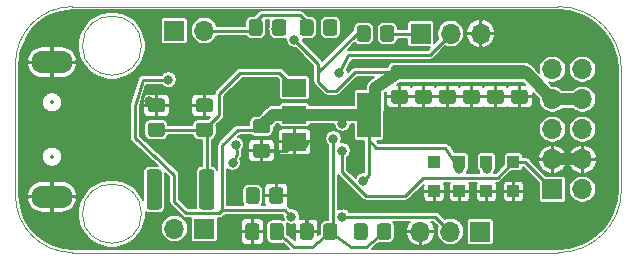
<source format=gbr>
%TF.GenerationSoftware,KiCad,Pcbnew,5.1.10*%
%TF.CreationDate,2021-10-01T14:20:23+03:00*%
%TF.ProjectId,Magma_STLink,4d61676d-615f-4535-944c-696e6b2e6b69,rev?*%
%TF.SameCoordinates,Original*%
%TF.FileFunction,Copper,L2,Bot*%
%TF.FilePolarity,Positive*%
%FSLAX46Y46*%
G04 Gerber Fmt 4.6, Leading zero omitted, Abs format (unit mm)*
G04 Created by KiCad (PCBNEW 5.1.10) date 2021-10-01 14:20:23*
%MOMM*%
%LPD*%
G01*
G04 APERTURE LIST*
%TA.AperFunction,Profile*%
%ADD10C,0.120000*%
%TD*%
%TA.AperFunction,Profile*%
%ADD11C,0.050000*%
%TD*%
%TA.AperFunction,ComponentPad*%
%ADD12O,3.500000X1.900000*%
%TD*%
%TA.AperFunction,SMDPad,CuDef*%
%ADD13R,2.000000X1.500000*%
%TD*%
%TA.AperFunction,SMDPad,CuDef*%
%ADD14R,2.000000X3.800000*%
%TD*%
%TA.AperFunction,ComponentPad*%
%ADD15O,1.700000X1.700000*%
%TD*%
%TA.AperFunction,ComponentPad*%
%ADD16R,1.700000X1.700000*%
%TD*%
%TA.AperFunction,SMDPad,CuDef*%
%ADD17R,1.000000X1.000000*%
%TD*%
%TA.AperFunction,ViaPad*%
%ADD18C,0.800000*%
%TD*%
%TA.AperFunction,Conductor*%
%ADD19C,1.000000*%
%TD*%
%TA.AperFunction,Conductor*%
%ADD20C,0.250000*%
%TD*%
%TA.AperFunction,Conductor*%
%ADD21C,0.254000*%
%TD*%
%TA.AperFunction,Conductor*%
%ADD22C,1.190000*%
%TD*%
%TA.AperFunction,Conductor*%
%ADD23C,0.200000*%
%TD*%
%TA.AperFunction,Conductor*%
%ADD24C,0.100000*%
%TD*%
%ADD25C,0.350000*%
%ADD26O,2.500000X0.900000*%
G04 APERTURE END LIST*
D10*
X44958000Y-64526800D02*
G75*
G03*
X44958000Y-64526800I-2500000J0D01*
G01*
X44958000Y-50302800D02*
G75*
G03*
X44958000Y-50302800I-2500000J0D01*
G01*
D11*
X85598000Y-52324000D02*
X85598000Y-62484000D01*
X80264000Y-46990000D02*
G75*
G02*
X85598000Y-52324000I0J-5334000D01*
G01*
X85598000Y-62484000D02*
G75*
G02*
X80264000Y-67818000I-5334000J0D01*
G01*
X43180000Y-67818000D02*
X39116000Y-67818000D01*
X34290000Y-51816000D02*
X34290000Y-62992000D01*
X39116000Y-67818000D02*
G75*
G02*
X34290000Y-62992000I0J4826000D01*
G01*
X34290000Y-51816000D02*
G75*
G02*
X39116000Y-46990000I4826000J0D01*
G01*
X43180000Y-46990000D02*
X39116000Y-46990000D01*
X43180000Y-67818000D02*
X80264000Y-67818000D01*
X43180000Y-46990000D02*
X80264000Y-46990000D01*
%TO.P,R14,2*%
%TO.N,Net-(C7-Pad2)*%
%TA.AperFunction,SMDPad,CuDef*%
G36*
G01*
X54972000Y-62541999D02*
X54972000Y-63442001D01*
G75*
G02*
X54722001Y-63692000I-249999J0D01*
G01*
X54021999Y-63692000D01*
G75*
G02*
X53772000Y-63442001I0J249999D01*
G01*
X53772000Y-62541999D01*
G75*
G02*
X54021999Y-62292000I249999J0D01*
G01*
X54722001Y-62292000D01*
G75*
G02*
X54972000Y-62541999I0J-249999D01*
G01*
G37*
%TD.AperFunction*%
%TO.P,R14,1*%
%TO.N,GND*%
%TA.AperFunction,SMDPad,CuDef*%
G36*
G01*
X56972000Y-62541999D02*
X56972000Y-63442001D01*
G75*
G02*
X56722001Y-63692000I-249999J0D01*
G01*
X56021999Y-63692000D01*
G75*
G02*
X55772000Y-63442001I0J249999D01*
G01*
X55772000Y-62541999D01*
G75*
G02*
X56021999Y-62292000I249999J0D01*
G01*
X56722001Y-62292000D01*
G75*
G02*
X56972000Y-62541999I0J-249999D01*
G01*
G37*
%TD.AperFunction*%
%TD*%
D12*
%TO.P,J5,5*%
%TO.N,GND*%
X37380000Y-51704000D03*
X37380000Y-63104000D03*
%TD*%
D13*
%TO.P,U1,1*%
%TO.N,GND*%
X57912000Y-58448000D03*
%TO.P,U1,3*%
%TO.N,Net-(C2-Pad1)*%
X57912000Y-53848000D03*
%TO.P,U1,2*%
%TO.N,+3V3*%
X57912000Y-56148000D03*
D14*
X64212000Y-56148000D03*
%TD*%
D15*
%TO.P,STLINK_CONN1,10*%
%TO.N,N/C*%
X82296000Y-52294000D03*
%TO.P,STLINK_CONN1,9*%
X79756000Y-52294000D03*
%TO.P,STLINK_CONN1,8*%
%TO.N,+3V3*%
X82296000Y-54834000D03*
%TO.P,STLINK_CONN1,7*%
X79756000Y-54834000D03*
%TO.P,STLINK_CONN1,6*%
%TO.N,Net-(R8-Pad2)*%
X82296000Y-57374000D03*
%TO.P,STLINK_CONN1,5*%
%TO.N,N/C*%
X79756000Y-57374000D03*
%TO.P,STLINK_CONN1,4*%
%TO.N,GND*%
X82296000Y-59914000D03*
%TO.P,STLINK_CONN1,3*%
X79756000Y-59914000D03*
%TO.P,STLINK_CONN1,2*%
%TO.N,Net-(R7-Pad2)*%
X82296000Y-62454000D03*
D16*
%TO.P,STLINK_CONN1,1*%
%TO.N,/NRST*%
X79756000Y-62454000D03*
%TD*%
%TO.P,R12,2*%
%TO.N,/UART_TX*%
%TA.AperFunction,SMDPad,CuDef*%
G36*
G01*
X59544000Y-48317999D02*
X59544000Y-49218001D01*
G75*
G02*
X59294001Y-49468000I-249999J0D01*
G01*
X58593999Y-49468000D01*
G75*
G02*
X58344000Y-49218001I0J249999D01*
G01*
X58344000Y-48317999D01*
G75*
G02*
X58593999Y-48068000I249999J0D01*
G01*
X59294001Y-48068000D01*
G75*
G02*
X59544000Y-48317999I0J-249999D01*
G01*
G37*
%TD.AperFunction*%
%TO.P,R12,1*%
%TO.N,Net-(D6-Pad1)*%
%TA.AperFunction,SMDPad,CuDef*%
G36*
G01*
X61544000Y-48317999D02*
X61544000Y-49218001D01*
G75*
G02*
X61294001Y-49468000I-249999J0D01*
G01*
X60593999Y-49468000D01*
G75*
G02*
X60344000Y-49218001I0J249999D01*
G01*
X60344000Y-48317999D01*
G75*
G02*
X60593999Y-48068000I249999J0D01*
G01*
X61294001Y-48068000D01*
G75*
G02*
X61544000Y-48317999I0J-249999D01*
G01*
G37*
%TD.AperFunction*%
%TD*%
%TO.P,R11,2*%
%TO.N,/UART_TX*%
%TA.AperFunction,SMDPad,CuDef*%
G36*
G01*
X55226000Y-48317999D02*
X55226000Y-49218001D01*
G75*
G02*
X54976001Y-49468000I-249999J0D01*
G01*
X54275999Y-49468000D01*
G75*
G02*
X54026000Y-49218001I0J249999D01*
G01*
X54026000Y-48317999D01*
G75*
G02*
X54275999Y-48068000I249999J0D01*
G01*
X54976001Y-48068000D01*
G75*
G02*
X55226000Y-48317999I0J-249999D01*
G01*
G37*
%TD.AperFunction*%
%TO.P,R11,1*%
%TO.N,Net-(D5-Pad2)*%
%TA.AperFunction,SMDPad,CuDef*%
G36*
G01*
X57226000Y-48317999D02*
X57226000Y-49218001D01*
G75*
G02*
X56976001Y-49468000I-249999J0D01*
G01*
X56275999Y-49468000D01*
G75*
G02*
X56026000Y-49218001I0J249999D01*
G01*
X56026000Y-48317999D01*
G75*
G02*
X56275999Y-48068000I249999J0D01*
G01*
X56976001Y-48068000D01*
G75*
G02*
X57226000Y-48317999I0J-249999D01*
G01*
G37*
%TD.AperFunction*%
%TD*%
%TO.P,R6,2*%
%TO.N,GND*%
%TA.AperFunction,SMDPad,CuDef*%
G36*
G01*
X59544000Y-65589999D02*
X59544000Y-66490001D01*
G75*
G02*
X59294001Y-66740000I-249999J0D01*
G01*
X58593999Y-66740000D01*
G75*
G02*
X58344000Y-66490001I0J249999D01*
G01*
X58344000Y-65589999D01*
G75*
G02*
X58593999Y-65340000I249999J0D01*
G01*
X59294001Y-65340000D01*
G75*
G02*
X59544000Y-65589999I0J-249999D01*
G01*
G37*
%TD.AperFunction*%
%TO.P,R6,1*%
%TO.N,Net-(C9-Pad1)*%
%TA.AperFunction,SMDPad,CuDef*%
G36*
G01*
X61544000Y-65589999D02*
X61544000Y-66490001D01*
G75*
G02*
X61294001Y-66740000I-249999J0D01*
G01*
X60593999Y-66740000D01*
G75*
G02*
X60344000Y-66490001I0J249999D01*
G01*
X60344000Y-65589999D01*
G75*
G02*
X60593999Y-65340000I249999J0D01*
G01*
X61294001Y-65340000D01*
G75*
G02*
X61544000Y-65589999I0J-249999D01*
G01*
G37*
%TD.AperFunction*%
%TD*%
%TO.P,R5,2*%
%TO.N,Net-(C9-Pad1)*%
%TA.AperFunction,SMDPad,CuDef*%
G36*
G01*
X64916000Y-66490001D02*
X64916000Y-65589999D01*
G75*
G02*
X65165999Y-65340000I249999J0D01*
G01*
X65866001Y-65340000D01*
G75*
G02*
X66116000Y-65589999I0J-249999D01*
G01*
X66116000Y-66490001D01*
G75*
G02*
X65866001Y-66740000I-249999J0D01*
G01*
X65165999Y-66740000D01*
G75*
G02*
X64916000Y-66490001I0J249999D01*
G01*
G37*
%TD.AperFunction*%
%TO.P,R5,1*%
%TO.N,+3V3*%
%TA.AperFunction,SMDPad,CuDef*%
G36*
G01*
X62916000Y-66490001D02*
X62916000Y-65589999D01*
G75*
G02*
X63165999Y-65340000I249999J0D01*
G01*
X63866001Y-65340000D01*
G75*
G02*
X64116000Y-65589999I0J-249999D01*
G01*
X64116000Y-66490001D01*
G75*
G02*
X63866001Y-66740000I-249999J0D01*
G01*
X63165999Y-66740000D01*
G75*
G02*
X62916000Y-66490001I0J249999D01*
G01*
G37*
%TD.AperFunction*%
%TD*%
%TO.P,R2,2*%
%TO.N,+3V3*%
%TA.AperFunction,SMDPad,CuDef*%
G36*
G01*
X64370000Y-48825999D02*
X64370000Y-49726001D01*
G75*
G02*
X64120001Y-49976000I-249999J0D01*
G01*
X63419999Y-49976000D01*
G75*
G02*
X63170000Y-49726001I0J249999D01*
G01*
X63170000Y-48825999D01*
G75*
G02*
X63419999Y-48576000I249999J0D01*
G01*
X64120001Y-48576000D01*
G75*
G02*
X64370000Y-48825999I0J-249999D01*
G01*
G37*
%TD.AperFunction*%
%TO.P,R2,1*%
%TO.N,Net-(J2-Pad1)*%
%TA.AperFunction,SMDPad,CuDef*%
G36*
G01*
X66370000Y-48825999D02*
X66370000Y-49726001D01*
G75*
G02*
X66120001Y-49976000I-249999J0D01*
G01*
X65419999Y-49976000D01*
G75*
G02*
X65170000Y-49726001I0J249999D01*
G01*
X65170000Y-48825999D01*
G75*
G02*
X65419999Y-48576000I249999J0D01*
G01*
X66120001Y-48576000D01*
G75*
G02*
X66370000Y-48825999I0J-249999D01*
G01*
G37*
%TD.AperFunction*%
%TD*%
D15*
%TO.P,J4,2*%
%TO.N,/SWDIO*%
X47752000Y-65786000D03*
D16*
%TO.P,J4,1*%
%TO.N,/SWCLK*%
X50292000Y-65786000D03*
%TD*%
D15*
%TO.P,J3,2*%
%TO.N,/UART_TX*%
X50282000Y-49022000D03*
D16*
%TO.P,J3,1*%
%TO.N,/UART_RX*%
X47742000Y-49022000D03*
%TD*%
D15*
%TO.P,J2,3*%
%TO.N,GND*%
X73690000Y-49276000D03*
%TO.P,J2,2*%
%TO.N,/BOOT1*%
X71150000Y-49276000D03*
D16*
%TO.P,J2,1*%
%TO.N,Net-(J2-Pad1)*%
X68610000Y-49276000D03*
%TD*%
D15*
%TO.P,J1,3*%
%TO.N,GND*%
X68580000Y-66040000D03*
%TO.P,J1,2*%
%TO.N,/BOOT0*%
X71120000Y-66040000D03*
D16*
%TO.P,J1,1*%
%TO.N,Net-(J1-Pad1)*%
X73660000Y-66040000D03*
%TD*%
%TO.P,F1,2*%
%TO.N,Net-(C2-Pad1)*%
%TA.AperFunction,SMDPad,CuDef*%
G36*
G01*
X49835000Y-63934001D02*
X49835000Y-61033999D01*
G75*
G02*
X50084999Y-60784000I249999J0D01*
G01*
X50885001Y-60784000D01*
G75*
G02*
X51135000Y-61033999I0J-249999D01*
G01*
X51135000Y-63934001D01*
G75*
G02*
X50885001Y-64184000I-249999J0D01*
G01*
X50084999Y-64184000D01*
G75*
G02*
X49835000Y-63934001I0J249999D01*
G01*
G37*
%TD.AperFunction*%
%TO.P,F1,1*%
%TO.N,VBUS*%
%TA.AperFunction,SMDPad,CuDef*%
G36*
G01*
X45385000Y-63934001D02*
X45385000Y-61033999D01*
G75*
G02*
X45634999Y-60784000I249999J0D01*
G01*
X46435001Y-60784000D01*
G75*
G02*
X46685000Y-61033999I0J-249999D01*
G01*
X46685000Y-63934001D01*
G75*
G02*
X46435001Y-64184000I-249999J0D01*
G01*
X45634999Y-64184000D01*
G75*
G02*
X45385000Y-63934001I0J249999D01*
G01*
G37*
%TD.AperFunction*%
%TD*%
D17*
%TO.P,D4,2*%
%TO.N,GND*%
X74168000Y-62633600D03*
%TO.P,D4,1*%
%TO.N,/STLINK_SWDIO*%
X74168000Y-60133600D03*
%TD*%
%TO.P,D3,2*%
%TO.N,GND*%
X69736400Y-62633600D03*
%TO.P,D3,1*%
%TO.N,/STLINK_SWCLK*%
X69736400Y-60133600D03*
%TD*%
%TO.P,D2,2*%
%TO.N,GND*%
X71882000Y-62633600D03*
%TO.P,D2,1*%
%TO.N,+3V3*%
X71882000Y-60133600D03*
%TD*%
%TO.P,D1,2*%
%TO.N,GND*%
X76454000Y-62633600D03*
%TO.P,D1,1*%
%TO.N,/NRST*%
X76454000Y-60133600D03*
%TD*%
%TO.P,C13,2*%
%TO.N,GND*%
%TA.AperFunction,SMDPad,CuDef*%
G36*
G01*
X74455000Y-54044000D02*
X75405000Y-54044000D01*
G75*
G02*
X75655000Y-54294000I0J-250000D01*
G01*
X75655000Y-54969000D01*
G75*
G02*
X75405000Y-55219000I-250000J0D01*
G01*
X74455000Y-55219000D01*
G75*
G02*
X74205000Y-54969000I0J250000D01*
G01*
X74205000Y-54294000D01*
G75*
G02*
X74455000Y-54044000I250000J0D01*
G01*
G37*
%TD.AperFunction*%
%TO.P,C13,1*%
%TO.N,+3V3*%
%TA.AperFunction,SMDPad,CuDef*%
G36*
G01*
X74455000Y-51969000D02*
X75405000Y-51969000D01*
G75*
G02*
X75655000Y-52219000I0J-250000D01*
G01*
X75655000Y-52894000D01*
G75*
G02*
X75405000Y-53144000I-250000J0D01*
G01*
X74455000Y-53144000D01*
G75*
G02*
X74205000Y-52894000I0J250000D01*
G01*
X74205000Y-52219000D01*
G75*
G02*
X74455000Y-51969000I250000J0D01*
G01*
G37*
%TD.AperFunction*%
%TD*%
%TO.P,C12,2*%
%TO.N,GND*%
%TA.AperFunction,SMDPad,CuDef*%
G36*
G01*
X72423000Y-54044000D02*
X73373000Y-54044000D01*
G75*
G02*
X73623000Y-54294000I0J-250000D01*
G01*
X73623000Y-54969000D01*
G75*
G02*
X73373000Y-55219000I-250000J0D01*
G01*
X72423000Y-55219000D01*
G75*
G02*
X72173000Y-54969000I0J250000D01*
G01*
X72173000Y-54294000D01*
G75*
G02*
X72423000Y-54044000I250000J0D01*
G01*
G37*
%TD.AperFunction*%
%TO.P,C12,1*%
%TO.N,+3V3*%
%TA.AperFunction,SMDPad,CuDef*%
G36*
G01*
X72423000Y-51969000D02*
X73373000Y-51969000D01*
G75*
G02*
X73623000Y-52219000I0J-250000D01*
G01*
X73623000Y-52894000D01*
G75*
G02*
X73373000Y-53144000I-250000J0D01*
G01*
X72423000Y-53144000D01*
G75*
G02*
X72173000Y-52894000I0J250000D01*
G01*
X72173000Y-52219000D01*
G75*
G02*
X72423000Y-51969000I250000J0D01*
G01*
G37*
%TD.AperFunction*%
%TD*%
%TO.P,C11,2*%
%TO.N,GND*%
%TA.AperFunction,SMDPad,CuDef*%
G36*
G01*
X66327000Y-54044000D02*
X67277000Y-54044000D01*
G75*
G02*
X67527000Y-54294000I0J-250000D01*
G01*
X67527000Y-54969000D01*
G75*
G02*
X67277000Y-55219000I-250000J0D01*
G01*
X66327000Y-55219000D01*
G75*
G02*
X66077000Y-54969000I0J250000D01*
G01*
X66077000Y-54294000D01*
G75*
G02*
X66327000Y-54044000I250000J0D01*
G01*
G37*
%TD.AperFunction*%
%TO.P,C11,1*%
%TO.N,+3V3*%
%TA.AperFunction,SMDPad,CuDef*%
G36*
G01*
X66327000Y-51969000D02*
X67277000Y-51969000D01*
G75*
G02*
X67527000Y-52219000I0J-250000D01*
G01*
X67527000Y-52894000D01*
G75*
G02*
X67277000Y-53144000I-250000J0D01*
G01*
X66327000Y-53144000D01*
G75*
G02*
X66077000Y-52894000I0J250000D01*
G01*
X66077000Y-52219000D01*
G75*
G02*
X66327000Y-51969000I250000J0D01*
G01*
G37*
%TD.AperFunction*%
%TD*%
%TO.P,C10,2*%
%TO.N,GND*%
%TA.AperFunction,SMDPad,CuDef*%
G36*
G01*
X76487000Y-54044000D02*
X77437000Y-54044000D01*
G75*
G02*
X77687000Y-54294000I0J-250000D01*
G01*
X77687000Y-54969000D01*
G75*
G02*
X77437000Y-55219000I-250000J0D01*
G01*
X76487000Y-55219000D01*
G75*
G02*
X76237000Y-54969000I0J250000D01*
G01*
X76237000Y-54294000D01*
G75*
G02*
X76487000Y-54044000I250000J0D01*
G01*
G37*
%TD.AperFunction*%
%TO.P,C10,1*%
%TO.N,+3V3*%
%TA.AperFunction,SMDPad,CuDef*%
G36*
G01*
X76487000Y-51969000D02*
X77437000Y-51969000D01*
G75*
G02*
X77687000Y-52219000I0J-250000D01*
G01*
X77687000Y-52894000D01*
G75*
G02*
X77437000Y-53144000I-250000J0D01*
G01*
X76487000Y-53144000D01*
G75*
G02*
X76237000Y-52894000I0J250000D01*
G01*
X76237000Y-52219000D01*
G75*
G02*
X76487000Y-51969000I250000J0D01*
G01*
G37*
%TD.AperFunction*%
%TD*%
%TO.P,C9,2*%
%TO.N,GND*%
%TA.AperFunction,SMDPad,CuDef*%
G36*
G01*
X54922000Y-65565000D02*
X54922000Y-66515000D01*
G75*
G02*
X54672000Y-66765000I-250000J0D01*
G01*
X53997000Y-66765000D01*
G75*
G02*
X53747000Y-66515000I0J250000D01*
G01*
X53747000Y-65565000D01*
G75*
G02*
X53997000Y-65315000I250000J0D01*
G01*
X54672000Y-65315000D01*
G75*
G02*
X54922000Y-65565000I0J-250000D01*
G01*
G37*
%TD.AperFunction*%
%TO.P,C9,1*%
%TO.N,Net-(C9-Pad1)*%
%TA.AperFunction,SMDPad,CuDef*%
G36*
G01*
X56997000Y-65565000D02*
X56997000Y-66515000D01*
G75*
G02*
X56747000Y-66765000I-250000J0D01*
G01*
X56072000Y-66765000D01*
G75*
G02*
X55822000Y-66515000I0J250000D01*
G01*
X55822000Y-65565000D01*
G75*
G02*
X56072000Y-65315000I250000J0D01*
G01*
X56747000Y-65315000D01*
G75*
G02*
X56997000Y-65565000I0J-250000D01*
G01*
G37*
%TD.AperFunction*%
%TD*%
%TO.P,C8,2*%
%TO.N,GND*%
%TA.AperFunction,SMDPad,CuDef*%
G36*
G01*
X68359000Y-54044000D02*
X69309000Y-54044000D01*
G75*
G02*
X69559000Y-54294000I0J-250000D01*
G01*
X69559000Y-54969000D01*
G75*
G02*
X69309000Y-55219000I-250000J0D01*
G01*
X68359000Y-55219000D01*
G75*
G02*
X68109000Y-54969000I0J250000D01*
G01*
X68109000Y-54294000D01*
G75*
G02*
X68359000Y-54044000I250000J0D01*
G01*
G37*
%TD.AperFunction*%
%TO.P,C8,1*%
%TO.N,+3V3*%
%TA.AperFunction,SMDPad,CuDef*%
G36*
G01*
X68359000Y-51969000D02*
X69309000Y-51969000D01*
G75*
G02*
X69559000Y-52219000I0J-250000D01*
G01*
X69559000Y-52894000D01*
G75*
G02*
X69309000Y-53144000I-250000J0D01*
G01*
X68359000Y-53144000D01*
G75*
G02*
X68109000Y-52894000I0J250000D01*
G01*
X68109000Y-52219000D01*
G75*
G02*
X68359000Y-51969000I250000J0D01*
G01*
G37*
%TD.AperFunction*%
%TD*%
%TO.P,C6,2*%
%TO.N,GND*%
%TA.AperFunction,SMDPad,CuDef*%
G36*
G01*
X70391000Y-54044000D02*
X71341000Y-54044000D01*
G75*
G02*
X71591000Y-54294000I0J-250000D01*
G01*
X71591000Y-54969000D01*
G75*
G02*
X71341000Y-55219000I-250000J0D01*
G01*
X70391000Y-55219000D01*
G75*
G02*
X70141000Y-54969000I0J250000D01*
G01*
X70141000Y-54294000D01*
G75*
G02*
X70391000Y-54044000I250000J0D01*
G01*
G37*
%TD.AperFunction*%
%TO.P,C6,1*%
%TO.N,+3V3*%
%TA.AperFunction,SMDPad,CuDef*%
G36*
G01*
X70391000Y-51969000D02*
X71341000Y-51969000D01*
G75*
G02*
X71591000Y-52219000I0J-250000D01*
G01*
X71591000Y-52894000D01*
G75*
G02*
X71341000Y-53144000I-250000J0D01*
G01*
X70391000Y-53144000D01*
G75*
G02*
X70141000Y-52894000I0J250000D01*
G01*
X70141000Y-52219000D01*
G75*
G02*
X70391000Y-51969000I250000J0D01*
G01*
G37*
%TD.AperFunction*%
%TD*%
%TO.P,C5,2*%
%TO.N,GND*%
%TA.AperFunction,SMDPad,CuDef*%
G36*
G01*
X54643000Y-58616000D02*
X55593000Y-58616000D01*
G75*
G02*
X55843000Y-58866000I0J-250000D01*
G01*
X55843000Y-59541000D01*
G75*
G02*
X55593000Y-59791000I-250000J0D01*
G01*
X54643000Y-59791000D01*
G75*
G02*
X54393000Y-59541000I0J250000D01*
G01*
X54393000Y-58866000D01*
G75*
G02*
X54643000Y-58616000I250000J0D01*
G01*
G37*
%TD.AperFunction*%
%TO.P,C5,1*%
%TO.N,+3V3*%
%TA.AperFunction,SMDPad,CuDef*%
G36*
G01*
X54643000Y-56541000D02*
X55593000Y-56541000D01*
G75*
G02*
X55843000Y-56791000I0J-250000D01*
G01*
X55843000Y-57466000D01*
G75*
G02*
X55593000Y-57716000I-250000J0D01*
G01*
X54643000Y-57716000D01*
G75*
G02*
X54393000Y-57466000I0J250000D01*
G01*
X54393000Y-56791000D01*
G75*
G02*
X54643000Y-56541000I250000J0D01*
G01*
G37*
%TD.AperFunction*%
%TD*%
%TO.P,C3,2*%
%TO.N,GND*%
%TA.AperFunction,SMDPad,CuDef*%
G36*
G01*
X46703000Y-55938000D02*
X45753000Y-55938000D01*
G75*
G02*
X45503000Y-55688000I0J250000D01*
G01*
X45503000Y-55013000D01*
G75*
G02*
X45753000Y-54763000I250000J0D01*
G01*
X46703000Y-54763000D01*
G75*
G02*
X46953000Y-55013000I0J-250000D01*
G01*
X46953000Y-55688000D01*
G75*
G02*
X46703000Y-55938000I-250000J0D01*
G01*
G37*
%TD.AperFunction*%
%TO.P,C3,1*%
%TO.N,Net-(C2-Pad1)*%
%TA.AperFunction,SMDPad,CuDef*%
G36*
G01*
X46703000Y-58013000D02*
X45753000Y-58013000D01*
G75*
G02*
X45503000Y-57763000I0J250000D01*
G01*
X45503000Y-57088000D01*
G75*
G02*
X45753000Y-56838000I250000J0D01*
G01*
X46703000Y-56838000D01*
G75*
G02*
X46953000Y-57088000I0J-250000D01*
G01*
X46953000Y-57763000D01*
G75*
G02*
X46703000Y-58013000I-250000J0D01*
G01*
G37*
%TD.AperFunction*%
%TD*%
%TO.P,C2,2*%
%TO.N,GND*%
%TA.AperFunction,SMDPad,CuDef*%
G36*
G01*
X50767000Y-55938000D02*
X49817000Y-55938000D01*
G75*
G02*
X49567000Y-55688000I0J250000D01*
G01*
X49567000Y-55013000D01*
G75*
G02*
X49817000Y-54763000I250000J0D01*
G01*
X50767000Y-54763000D01*
G75*
G02*
X51017000Y-55013000I0J-250000D01*
G01*
X51017000Y-55688000D01*
G75*
G02*
X50767000Y-55938000I-250000J0D01*
G01*
G37*
%TD.AperFunction*%
%TO.P,C2,1*%
%TO.N,Net-(C2-Pad1)*%
%TA.AperFunction,SMDPad,CuDef*%
G36*
G01*
X50767000Y-58013000D02*
X49817000Y-58013000D01*
G75*
G02*
X49567000Y-57763000I0J250000D01*
G01*
X49567000Y-57088000D01*
G75*
G02*
X49817000Y-56838000I250000J0D01*
G01*
X50767000Y-56838000D01*
G75*
G02*
X51017000Y-57088000I0J-250000D01*
G01*
X51017000Y-57763000D01*
G75*
G02*
X50767000Y-58013000I-250000J0D01*
G01*
G37*
%TD.AperFunction*%
%TD*%
D18*
%TO.N,GND*%
X73152000Y-54610000D03*
X74930000Y-54610000D03*
X76962000Y-54610000D03*
X68834000Y-54631500D03*
X54610000Y-50292000D03*
X58928000Y-64516000D03*
X63754000Y-53340000D03*
X58679241Y-58609702D03*
X56896000Y-60198000D03*
X61976000Y-63754000D03*
X45629190Y-54979400D03*
%TO.N,+3V3*%
X57912000Y-56148000D03*
X61976000Y-56896000D03*
X63754000Y-61722000D03*
X71882000Y-60706000D03*
X57912000Y-49784000D03*
X63516000Y-66040000D03*
X57658000Y-64770000D03*
X47244000Y-53187600D03*
%TO.N,Net-(C9-Pad1)*%
X61214000Y-58166000D03*
%TO.N,/STLINK_SWCLK*%
X69736400Y-60133600D03*
%TO.N,/STLINK_SWDIO*%
X74184000Y-60706000D03*
%TO.N,Net-(D5-Pad2)*%
X56388000Y-48895000D03*
%TO.N,Net-(D6-Pad1)*%
X60944000Y-48768000D03*
%TO.N,VBUS*%
X45974000Y-62738000D03*
%TO.N,/BOOT0*%
X61976000Y-64770000D03*
%TO.N,/BOOT1*%
X61722000Y-52578000D03*
%TO.N,/NRST*%
X61976000Y-59182000D03*
%TO.N,/USB_N*%
X52679600Y-60198000D03*
X52933600Y-58674000D03*
%TO.N,Net-(C7-Pad2)*%
X54372000Y-63053500D03*
%TD*%
D19*
%TO.N,GND*%
X79756000Y-59914000D02*
X82296000Y-59914000D01*
D20*
X57156500Y-59203500D02*
X57912000Y-58448000D01*
X55118000Y-59203500D02*
X57156500Y-59203500D01*
X58944000Y-64532000D02*
X58928000Y-64516000D01*
X58944000Y-66040000D02*
X58944000Y-64532000D01*
D21*
X45856900Y-54979400D02*
X46228000Y-55350500D01*
X45629190Y-54979400D02*
X45856900Y-54979400D01*
D20*
%TO.N,Net-(C2-Pad1)*%
X50485000Y-57618500D02*
X50292000Y-57425500D01*
X50485000Y-62484000D02*
X50485000Y-57618500D01*
X50292000Y-57425500D02*
X46228000Y-57425500D01*
X50292000Y-57425500D02*
X50778500Y-57425500D01*
X50292000Y-57425500D02*
X51562000Y-56155500D01*
X51562000Y-56155500D02*
X51562000Y-54356000D01*
X51562000Y-54356000D02*
X53340000Y-52578000D01*
X56642000Y-52578000D02*
X57912000Y-53848000D01*
X53340000Y-52578000D02*
X56642000Y-52578000D01*
D19*
%TO.N,+3V3*%
X61228000Y-56148000D02*
X64212000Y-56148000D01*
X57912000Y-56148000D02*
X61228000Y-56148000D01*
D20*
X61976000Y-56896000D02*
X61228000Y-56148000D01*
D22*
X66802000Y-52556500D02*
X76962000Y-52556500D01*
D20*
X64212000Y-61264000D02*
X64212000Y-56148000D01*
X63754000Y-61722000D02*
X64212000Y-61264000D01*
D19*
X77478500Y-52556500D02*
X79756000Y-54834000D01*
D20*
X76962000Y-52556500D02*
X77478500Y-52556500D01*
D19*
X79756000Y-54834000D02*
X82296000Y-54834000D01*
D20*
X64212000Y-58298000D02*
X64212000Y-56148000D01*
X64842000Y-58928000D02*
X64212000Y-58298000D01*
X70676400Y-58928000D02*
X64842000Y-58928000D01*
X71882000Y-60706000D02*
X70676400Y-58928000D01*
X71882000Y-60706000D02*
X71882000Y-60133600D01*
X64212000Y-56148000D02*
X64212000Y-55146500D01*
X51816000Y-58732500D02*
X51816000Y-64197000D01*
X53123000Y-57425500D02*
X51816000Y-58732500D01*
X53848000Y-57425500D02*
X53123000Y-57425500D01*
D19*
X56098500Y-56148000D02*
X55118000Y-57128500D01*
X57912000Y-56148000D02*
X56098500Y-56148000D01*
D20*
X53848000Y-57425500D02*
X54821000Y-57425500D01*
X66802000Y-52556500D02*
X63013500Y-52556500D01*
X63013500Y-52556500D02*
X61468000Y-54102000D01*
X61468000Y-54102000D02*
X60706000Y-54102000D01*
X60706000Y-54102000D02*
X59944000Y-53340000D01*
X63170000Y-49276000D02*
X63770000Y-49276000D01*
X59944000Y-52502000D02*
X63170000Y-49276000D01*
X59944000Y-53340000D02*
X59944000Y-52502000D01*
X59944000Y-51816000D02*
X57912000Y-49784000D01*
X59944000Y-52502000D02*
X59944000Y-51816000D01*
X57085000Y-64197000D02*
X57658000Y-64770000D01*
X51816000Y-64197000D02*
X57085000Y-64197000D01*
D19*
X64770000Y-53848000D02*
X66802000Y-52556500D01*
X64770000Y-55590000D02*
X64212000Y-56148000D01*
X64770000Y-53848000D02*
X64770000Y-55590000D01*
D20*
X48761010Y-64509010D02*
X51503990Y-64509010D01*
X47752000Y-63500000D02*
X48761010Y-64509010D01*
X47752000Y-61214000D02*
X47752000Y-63500000D01*
X51503990Y-64509010D02*
X51816000Y-64197000D01*
X44399200Y-58115200D02*
X47752000Y-61214000D01*
X44399200Y-55372000D02*
X44399200Y-58115200D01*
X45059600Y-53187600D02*
X44399200Y-55372000D01*
X47244000Y-53187600D02*
X45059600Y-53187600D01*
%TO.N,Net-(C9-Pad1)*%
X61214000Y-65770000D02*
X60944000Y-66040000D01*
X61214000Y-58166000D02*
X61214000Y-65770000D01*
X59420000Y-67310000D02*
X60944000Y-66040000D01*
X57912000Y-67310000D02*
X59420000Y-67310000D01*
X56409500Y-66040000D02*
X57912000Y-67310000D01*
X64008000Y-67310000D02*
X65516000Y-66040000D01*
X62722000Y-67310000D02*
X64008000Y-67310000D01*
X60944000Y-66040000D02*
X62722000Y-67310000D01*
%TO.N,/STLINK_SWDIO*%
X74168000Y-60690000D02*
X74184000Y-60706000D01*
X74168000Y-60133600D02*
X74168000Y-60690000D01*
%TO.N,Net-(D5-Pad2)*%
X56515000Y-48768000D02*
X56388000Y-48895000D01*
X56626000Y-48768000D02*
X56515000Y-48768000D01*
%TO.N,/BOOT0*%
X69850000Y-64770000D02*
X71120000Y-66040000D01*
X61976000Y-64770000D02*
X69850000Y-64770000D01*
%TO.N,/BOOT1*%
X69372000Y-51054000D02*
X71150000Y-49276000D01*
X62484000Y-51054000D02*
X69372000Y-51054000D01*
X61722000Y-52578000D02*
X62484000Y-51054000D01*
%TO.N,Net-(J2-Pad1)*%
X65770000Y-49276000D02*
X68610000Y-49276000D01*
%TO.N,/UART_TX*%
X54372000Y-49022000D02*
X54626000Y-48768000D01*
X50282000Y-49022000D02*
X54372000Y-49022000D01*
X54626000Y-48768000D02*
X54626000Y-48244000D01*
X55127010Y-47742990D02*
X58410990Y-47742990D01*
X54626000Y-48244000D02*
X55127010Y-47742990D01*
X58944000Y-48276000D02*
X58944000Y-48768000D01*
X58410990Y-47742990D02*
X58944000Y-48276000D01*
%TO.N,/NRST*%
X61976000Y-61017002D02*
X63950998Y-62992000D01*
X61976000Y-59182000D02*
X61976000Y-61017002D01*
X63950998Y-62992000D02*
X67310000Y-62992000D01*
X67310000Y-62992000D02*
X68834000Y-61468000D01*
X75119600Y-61468000D02*
X76454000Y-60133600D01*
X68834000Y-61468000D02*
X75119600Y-61468000D01*
X77435600Y-60133600D02*
X79756000Y-62454000D01*
X76454000Y-60133600D02*
X77435600Y-60133600D01*
%TO.N,/USB_N*%
X53086000Y-59436000D02*
X52679600Y-60198000D01*
X52933600Y-58674000D02*
X53086000Y-59436000D01*
%TD*%
D23*
%TO.N,GND*%
X81133586Y-47392320D02*
X81976754Y-47618247D01*
X82767882Y-47987155D01*
X83482921Y-48487831D01*
X84100167Y-49105076D01*
X84600847Y-49820121D01*
X84969753Y-50611244D01*
X85195681Y-51454416D01*
X85273000Y-52338186D01*
X85273001Y-62469803D01*
X85195681Y-63353584D01*
X84969753Y-64196756D01*
X84600847Y-64987879D01*
X84100167Y-65702924D01*
X83482921Y-66320169D01*
X82767882Y-66820845D01*
X81976754Y-67189753D01*
X81133586Y-67415680D01*
X80249814Y-67493000D01*
X64450471Y-67493000D01*
X65014898Y-67017654D01*
X65058416Y-67030855D01*
X65165999Y-67041451D01*
X65866001Y-67041451D01*
X65973584Y-67030855D01*
X66077032Y-66999474D01*
X66172370Y-66948515D01*
X66255935Y-66879935D01*
X66324515Y-66796370D01*
X66375474Y-66701032D01*
X66406855Y-66597584D01*
X66417451Y-66490001D01*
X66417451Y-66284771D01*
X67354197Y-66284771D01*
X67425503Y-66519210D01*
X67541176Y-66735233D01*
X67696770Y-66924539D01*
X67886306Y-67079852D01*
X68102500Y-67195205D01*
X68335229Y-67265801D01*
X68530000Y-67188913D01*
X68530000Y-66090000D01*
X68630000Y-66090000D01*
X68630000Y-67188913D01*
X68824771Y-67265801D01*
X69057500Y-67195205D01*
X69273694Y-67079852D01*
X69463230Y-66924539D01*
X69618824Y-66735233D01*
X69734497Y-66519210D01*
X69805803Y-66284771D01*
X69729002Y-66090000D01*
X68630000Y-66090000D01*
X68530000Y-66090000D01*
X67430998Y-66090000D01*
X67354197Y-66284771D01*
X66417451Y-66284771D01*
X66417451Y-65589999D01*
X66406855Y-65482416D01*
X66375474Y-65378968D01*
X66324515Y-65283630D01*
X66255935Y-65200065D01*
X66249763Y-65195000D01*
X67664272Y-65195000D01*
X67541176Y-65344767D01*
X67425503Y-65560790D01*
X67354197Y-65795229D01*
X67430998Y-65990000D01*
X68530000Y-65990000D01*
X68530000Y-65970000D01*
X68630000Y-65970000D01*
X68630000Y-65990000D01*
X69729002Y-65990000D01*
X69805803Y-65795229D01*
X69734497Y-65560790D01*
X69618824Y-65344767D01*
X69495728Y-65195000D01*
X69673960Y-65195000D01*
X70063788Y-65584828D01*
X70014194Y-65704557D01*
X69970000Y-65926735D01*
X69970000Y-66153265D01*
X70014194Y-66375443D01*
X70100884Y-66584729D01*
X70226737Y-66773082D01*
X70386918Y-66933263D01*
X70575271Y-67059116D01*
X70784557Y-67145806D01*
X71006735Y-67190000D01*
X71233265Y-67190000D01*
X71455443Y-67145806D01*
X71664729Y-67059116D01*
X71853082Y-66933263D01*
X72013263Y-66773082D01*
X72139116Y-66584729D01*
X72225806Y-66375443D01*
X72270000Y-66153265D01*
X72270000Y-65926735D01*
X72225806Y-65704557D01*
X72139116Y-65495271D01*
X72013263Y-65306918D01*
X71896345Y-65190000D01*
X72508549Y-65190000D01*
X72508549Y-66890000D01*
X72514341Y-66948810D01*
X72531496Y-67005360D01*
X72559353Y-67057477D01*
X72596842Y-67103158D01*
X72642523Y-67140647D01*
X72694640Y-67168504D01*
X72751190Y-67185659D01*
X72810000Y-67191451D01*
X74510000Y-67191451D01*
X74568810Y-67185659D01*
X74625360Y-67168504D01*
X74677477Y-67140647D01*
X74723158Y-67103158D01*
X74760647Y-67057477D01*
X74788504Y-67005360D01*
X74805659Y-66948810D01*
X74811451Y-66890000D01*
X74811451Y-65190000D01*
X74805659Y-65131190D01*
X74788504Y-65074640D01*
X74760647Y-65022523D01*
X74723158Y-64976842D01*
X74677477Y-64939353D01*
X74625360Y-64911496D01*
X74568810Y-64894341D01*
X74510000Y-64888549D01*
X72810000Y-64888549D01*
X72751190Y-64894341D01*
X72694640Y-64911496D01*
X72642523Y-64939353D01*
X72596842Y-64976842D01*
X72559353Y-65022523D01*
X72531496Y-65074640D01*
X72514341Y-65131190D01*
X72508549Y-65190000D01*
X71896345Y-65190000D01*
X71853082Y-65146737D01*
X71664729Y-65020884D01*
X71455443Y-64934194D01*
X71233265Y-64890000D01*
X71006735Y-64890000D01*
X70784557Y-64934194D01*
X70664828Y-64983788D01*
X70165283Y-64484243D01*
X70151974Y-64468026D01*
X70087260Y-64414916D01*
X70013427Y-64375452D01*
X69933314Y-64351150D01*
X69870874Y-64345000D01*
X69870867Y-64345000D01*
X69850000Y-64342945D01*
X69829133Y-64345000D01*
X62533907Y-64345000D01*
X62519726Y-64323776D01*
X62422224Y-64226274D01*
X62307574Y-64149668D01*
X62180182Y-64096901D01*
X62044944Y-64070000D01*
X61907056Y-64070000D01*
X61771818Y-64096901D01*
X61644426Y-64149668D01*
X61639000Y-64153294D01*
X61639000Y-61276296D01*
X61646039Y-61284873D01*
X61660546Y-61302549D01*
X61674027Y-61318976D01*
X61690239Y-61332281D01*
X63635719Y-63277762D01*
X63649024Y-63293974D01*
X63713738Y-63347084D01*
X63787571Y-63386548D01*
X63843381Y-63403478D01*
X63867683Y-63410850D01*
X63875325Y-63411603D01*
X63930124Y-63417000D01*
X63930131Y-63417000D01*
X63950998Y-63419055D01*
X63971865Y-63417000D01*
X67289133Y-63417000D01*
X67310000Y-63419055D01*
X67330867Y-63417000D01*
X67330874Y-63417000D01*
X67393314Y-63410850D01*
X67473427Y-63386548D01*
X67547260Y-63347084D01*
X67611974Y-63293974D01*
X67625283Y-63277757D01*
X67769440Y-63133600D01*
X68834465Y-63133600D01*
X68842188Y-63212014D01*
X68865060Y-63287414D01*
X68902203Y-63356903D01*
X68952189Y-63417811D01*
X69013097Y-63467797D01*
X69082586Y-63504940D01*
X69157986Y-63527812D01*
X69236400Y-63535535D01*
X69586400Y-63533600D01*
X69686400Y-63433600D01*
X69686400Y-62683600D01*
X69786400Y-62683600D01*
X69786400Y-63433600D01*
X69886400Y-63533600D01*
X70236400Y-63535535D01*
X70314814Y-63527812D01*
X70390214Y-63504940D01*
X70459703Y-63467797D01*
X70520611Y-63417811D01*
X70570597Y-63356903D01*
X70607740Y-63287414D01*
X70630612Y-63212014D01*
X70638335Y-63133600D01*
X70980065Y-63133600D01*
X70987788Y-63212014D01*
X71010660Y-63287414D01*
X71047803Y-63356903D01*
X71097789Y-63417811D01*
X71158697Y-63467797D01*
X71228186Y-63504940D01*
X71303586Y-63527812D01*
X71382000Y-63535535D01*
X71732000Y-63533600D01*
X71832000Y-63433600D01*
X71832000Y-62683600D01*
X71932000Y-62683600D01*
X71932000Y-63433600D01*
X72032000Y-63533600D01*
X72382000Y-63535535D01*
X72460414Y-63527812D01*
X72535814Y-63504940D01*
X72605303Y-63467797D01*
X72666211Y-63417811D01*
X72716197Y-63356903D01*
X72753340Y-63287414D01*
X72776212Y-63212014D01*
X72783935Y-63133600D01*
X73266065Y-63133600D01*
X73273788Y-63212014D01*
X73296660Y-63287414D01*
X73333803Y-63356903D01*
X73383789Y-63417811D01*
X73444697Y-63467797D01*
X73514186Y-63504940D01*
X73589586Y-63527812D01*
X73668000Y-63535535D01*
X74018000Y-63533600D01*
X74118000Y-63433600D01*
X74118000Y-62683600D01*
X74218000Y-62683600D01*
X74218000Y-63433600D01*
X74318000Y-63533600D01*
X74668000Y-63535535D01*
X74746414Y-63527812D01*
X74821814Y-63504940D01*
X74891303Y-63467797D01*
X74952211Y-63417811D01*
X75002197Y-63356903D01*
X75039340Y-63287414D01*
X75062212Y-63212014D01*
X75069935Y-63133600D01*
X75552065Y-63133600D01*
X75559788Y-63212014D01*
X75582660Y-63287414D01*
X75619803Y-63356903D01*
X75669789Y-63417811D01*
X75730697Y-63467797D01*
X75800186Y-63504940D01*
X75875586Y-63527812D01*
X75954000Y-63535535D01*
X76304000Y-63533600D01*
X76404000Y-63433600D01*
X76404000Y-62683600D01*
X76504000Y-62683600D01*
X76504000Y-63433600D01*
X76604000Y-63533600D01*
X76954000Y-63535535D01*
X77032414Y-63527812D01*
X77107814Y-63504940D01*
X77177303Y-63467797D01*
X77238211Y-63417811D01*
X77288197Y-63356903D01*
X77325340Y-63287414D01*
X77348212Y-63212014D01*
X77355935Y-63133600D01*
X77354000Y-62783600D01*
X77254000Y-62683600D01*
X76504000Y-62683600D01*
X76404000Y-62683600D01*
X75654000Y-62683600D01*
X75554000Y-62783600D01*
X75552065Y-63133600D01*
X75069935Y-63133600D01*
X75068000Y-62783600D01*
X74968000Y-62683600D01*
X74218000Y-62683600D01*
X74118000Y-62683600D01*
X73368000Y-62683600D01*
X73268000Y-62783600D01*
X73266065Y-63133600D01*
X72783935Y-63133600D01*
X72782000Y-62783600D01*
X72682000Y-62683600D01*
X71932000Y-62683600D01*
X71832000Y-62683600D01*
X71082000Y-62683600D01*
X70982000Y-62783600D01*
X70980065Y-63133600D01*
X70638335Y-63133600D01*
X70636400Y-62783600D01*
X70536400Y-62683600D01*
X69786400Y-62683600D01*
X69686400Y-62683600D01*
X68936400Y-62683600D01*
X68836400Y-62783600D01*
X68834465Y-63133600D01*
X67769440Y-63133600D01*
X68841569Y-62061472D01*
X68834465Y-62133600D01*
X68836400Y-62483600D01*
X68936400Y-62583600D01*
X69686400Y-62583600D01*
X69686400Y-62563600D01*
X69786400Y-62563600D01*
X69786400Y-62583600D01*
X70536400Y-62583600D01*
X70636400Y-62483600D01*
X70638335Y-62133600D01*
X70630612Y-62055186D01*
X70607740Y-61979786D01*
X70570597Y-61910297D01*
X70556402Y-61893000D01*
X71061998Y-61893000D01*
X71047803Y-61910297D01*
X71010660Y-61979786D01*
X70987788Y-62055186D01*
X70980065Y-62133600D01*
X70982000Y-62483600D01*
X71082000Y-62583600D01*
X71832000Y-62583600D01*
X71832000Y-62563600D01*
X71932000Y-62563600D01*
X71932000Y-62583600D01*
X72682000Y-62583600D01*
X72782000Y-62483600D01*
X72783935Y-62133600D01*
X72776212Y-62055186D01*
X72753340Y-61979786D01*
X72716197Y-61910297D01*
X72702002Y-61893000D01*
X73347998Y-61893000D01*
X73333803Y-61910297D01*
X73296660Y-61979786D01*
X73273788Y-62055186D01*
X73266065Y-62133600D01*
X73268000Y-62483600D01*
X73368000Y-62583600D01*
X74118000Y-62583600D01*
X74118000Y-62563600D01*
X74218000Y-62563600D01*
X74218000Y-62583600D01*
X74968000Y-62583600D01*
X75068000Y-62483600D01*
X75069935Y-62133600D01*
X75552065Y-62133600D01*
X75554000Y-62483600D01*
X75654000Y-62583600D01*
X76404000Y-62583600D01*
X76404000Y-61833600D01*
X76504000Y-61833600D01*
X76504000Y-62583600D01*
X77254000Y-62583600D01*
X77354000Y-62483600D01*
X77355935Y-62133600D01*
X77348212Y-62055186D01*
X77325340Y-61979786D01*
X77288197Y-61910297D01*
X77238211Y-61849389D01*
X77177303Y-61799403D01*
X77107814Y-61762260D01*
X77032414Y-61739388D01*
X76954000Y-61731665D01*
X76604000Y-61733600D01*
X76504000Y-61833600D01*
X76404000Y-61833600D01*
X76304000Y-61733600D01*
X75954000Y-61731665D01*
X75875586Y-61739388D01*
X75800186Y-61762260D01*
X75730697Y-61799403D01*
X75669789Y-61849389D01*
X75619803Y-61910297D01*
X75582660Y-61979786D01*
X75559788Y-62055186D01*
X75552065Y-62133600D01*
X75069935Y-62133600D01*
X75062212Y-62055186D01*
X75039340Y-61979786D01*
X75002197Y-61910297D01*
X74988002Y-61893000D01*
X75098733Y-61893000D01*
X75119600Y-61895055D01*
X75140467Y-61893000D01*
X75140474Y-61893000D01*
X75202914Y-61886850D01*
X75283027Y-61862548D01*
X75356860Y-61823084D01*
X75421574Y-61769974D01*
X75434884Y-61753756D01*
X76253589Y-60935051D01*
X76954000Y-60935051D01*
X77012810Y-60929259D01*
X77069360Y-60912104D01*
X77121477Y-60884247D01*
X77167158Y-60846758D01*
X77204647Y-60801077D01*
X77232504Y-60748960D01*
X77249659Y-60692410D01*
X77255451Y-60633600D01*
X77255451Y-60558600D01*
X77259560Y-60558600D01*
X78604549Y-61903590D01*
X78604549Y-63304000D01*
X78610341Y-63362810D01*
X78627496Y-63419360D01*
X78655353Y-63471477D01*
X78692842Y-63517158D01*
X78738523Y-63554647D01*
X78790640Y-63582504D01*
X78847190Y-63599659D01*
X78906000Y-63605451D01*
X80606000Y-63605451D01*
X80664810Y-63599659D01*
X80721360Y-63582504D01*
X80773477Y-63554647D01*
X80819158Y-63517158D01*
X80856647Y-63471477D01*
X80884504Y-63419360D01*
X80901659Y-63362810D01*
X80907451Y-63304000D01*
X80907451Y-62340735D01*
X81146000Y-62340735D01*
X81146000Y-62567265D01*
X81190194Y-62789443D01*
X81276884Y-62998729D01*
X81402737Y-63187082D01*
X81562918Y-63347263D01*
X81751271Y-63473116D01*
X81960557Y-63559806D01*
X82182735Y-63604000D01*
X82409265Y-63604000D01*
X82631443Y-63559806D01*
X82840729Y-63473116D01*
X83029082Y-63347263D01*
X83189263Y-63187082D01*
X83315116Y-62998729D01*
X83401806Y-62789443D01*
X83446000Y-62567265D01*
X83446000Y-62340735D01*
X83401806Y-62118557D01*
X83315116Y-61909271D01*
X83189263Y-61720918D01*
X83029082Y-61560737D01*
X82840729Y-61434884D01*
X82631443Y-61348194D01*
X82409265Y-61304000D01*
X82182735Y-61304000D01*
X81960557Y-61348194D01*
X81751271Y-61434884D01*
X81562918Y-61560737D01*
X81402737Y-61720918D01*
X81276884Y-61909271D01*
X81190194Y-62118557D01*
X81146000Y-62340735D01*
X80907451Y-62340735D01*
X80907451Y-61604000D01*
X80901659Y-61545190D01*
X80884504Y-61488640D01*
X80856647Y-61436523D01*
X80819158Y-61390842D01*
X80773477Y-61353353D01*
X80721360Y-61325496D01*
X80664810Y-61308341D01*
X80606000Y-61302549D01*
X79205590Y-61302549D01*
X78061812Y-60158771D01*
X78530199Y-60158771D01*
X78600795Y-60391500D01*
X78716148Y-60607694D01*
X78871461Y-60797230D01*
X79060767Y-60952824D01*
X79276790Y-61068497D01*
X79511229Y-61139803D01*
X79706000Y-61063002D01*
X79706000Y-59964000D01*
X79806000Y-59964000D01*
X79806000Y-61063002D01*
X80000771Y-61139803D01*
X80235210Y-61068497D01*
X80451233Y-60952824D01*
X80640539Y-60797230D01*
X80795852Y-60607694D01*
X80911205Y-60391500D01*
X80981801Y-60158771D01*
X81070199Y-60158771D01*
X81140795Y-60391500D01*
X81256148Y-60607694D01*
X81411461Y-60797230D01*
X81600767Y-60952824D01*
X81816790Y-61068497D01*
X82051229Y-61139803D01*
X82246000Y-61063002D01*
X82246000Y-59964000D01*
X82346000Y-59964000D01*
X82346000Y-61063002D01*
X82540771Y-61139803D01*
X82775210Y-61068497D01*
X82991233Y-60952824D01*
X83180539Y-60797230D01*
X83335852Y-60607694D01*
X83451205Y-60391500D01*
X83521801Y-60158771D01*
X83444913Y-59964000D01*
X82346000Y-59964000D01*
X82246000Y-59964000D01*
X81147087Y-59964000D01*
X81070199Y-60158771D01*
X80981801Y-60158771D01*
X80904913Y-59964000D01*
X79806000Y-59964000D01*
X79706000Y-59964000D01*
X78607087Y-59964000D01*
X78530199Y-60158771D01*
X78061812Y-60158771D01*
X77750883Y-59847843D01*
X77737574Y-59831626D01*
X77672860Y-59778516D01*
X77599027Y-59739052D01*
X77518914Y-59714750D01*
X77456474Y-59708600D01*
X77456467Y-59708600D01*
X77435600Y-59706545D01*
X77414733Y-59708600D01*
X77255451Y-59708600D01*
X77255451Y-59669229D01*
X78530199Y-59669229D01*
X78607087Y-59864000D01*
X79706000Y-59864000D01*
X79706000Y-58764998D01*
X79806000Y-58764998D01*
X79806000Y-59864000D01*
X80904913Y-59864000D01*
X80981801Y-59669229D01*
X81070199Y-59669229D01*
X81147087Y-59864000D01*
X82246000Y-59864000D01*
X82246000Y-58764998D01*
X82346000Y-58764998D01*
X82346000Y-59864000D01*
X83444913Y-59864000D01*
X83521801Y-59669229D01*
X83451205Y-59436500D01*
X83335852Y-59220306D01*
X83180539Y-59030770D01*
X82991233Y-58875176D01*
X82775210Y-58759503D01*
X82540771Y-58688197D01*
X82346000Y-58764998D01*
X82246000Y-58764998D01*
X82051229Y-58688197D01*
X81816790Y-58759503D01*
X81600767Y-58875176D01*
X81411461Y-59030770D01*
X81256148Y-59220306D01*
X81140795Y-59436500D01*
X81070199Y-59669229D01*
X80981801Y-59669229D01*
X80911205Y-59436500D01*
X80795852Y-59220306D01*
X80640539Y-59030770D01*
X80451233Y-58875176D01*
X80235210Y-58759503D01*
X80000771Y-58688197D01*
X79806000Y-58764998D01*
X79706000Y-58764998D01*
X79511229Y-58688197D01*
X79276790Y-58759503D01*
X79060767Y-58875176D01*
X78871461Y-59030770D01*
X78716148Y-59220306D01*
X78600795Y-59436500D01*
X78530199Y-59669229D01*
X77255451Y-59669229D01*
X77255451Y-59633600D01*
X77249659Y-59574790D01*
X77232504Y-59518240D01*
X77204647Y-59466123D01*
X77167158Y-59420442D01*
X77121477Y-59382953D01*
X77069360Y-59355096D01*
X77012810Y-59337941D01*
X76954000Y-59332149D01*
X75954000Y-59332149D01*
X75895190Y-59337941D01*
X75838640Y-59355096D01*
X75786523Y-59382953D01*
X75740842Y-59420442D01*
X75703353Y-59466123D01*
X75675496Y-59518240D01*
X75658341Y-59574790D01*
X75652549Y-59633600D01*
X75652549Y-60334011D01*
X74943560Y-61043000D01*
X74800706Y-61043000D01*
X74804332Y-61037574D01*
X74857099Y-60910182D01*
X74867483Y-60857981D01*
X74881158Y-60846758D01*
X74918647Y-60801077D01*
X74946504Y-60748960D01*
X74963659Y-60692410D01*
X74969451Y-60633600D01*
X74969451Y-59633600D01*
X74963659Y-59574790D01*
X74946504Y-59518240D01*
X74918647Y-59466123D01*
X74881158Y-59420442D01*
X74835477Y-59382953D01*
X74783360Y-59355096D01*
X74726810Y-59337941D01*
X74668000Y-59332149D01*
X73668000Y-59332149D01*
X73609190Y-59337941D01*
X73552640Y-59355096D01*
X73500523Y-59382953D01*
X73454842Y-59420442D01*
X73417353Y-59466123D01*
X73389496Y-59518240D01*
X73372341Y-59574790D01*
X73366549Y-59633600D01*
X73366549Y-60633600D01*
X73372341Y-60692410D01*
X73389496Y-60748960D01*
X73417353Y-60801077D01*
X73454842Y-60846758D01*
X73500523Y-60884247D01*
X73506363Y-60887369D01*
X73510901Y-60910182D01*
X73563668Y-61037574D01*
X73567294Y-61043000D01*
X72498706Y-61043000D01*
X72502332Y-61037574D01*
X72555099Y-60910182D01*
X72562361Y-60873673D01*
X72595158Y-60846758D01*
X72632647Y-60801077D01*
X72660504Y-60748960D01*
X72677659Y-60692410D01*
X72683451Y-60633600D01*
X72683451Y-59633600D01*
X72677659Y-59574790D01*
X72660504Y-59518240D01*
X72632647Y-59466123D01*
X72595158Y-59420442D01*
X72549477Y-59382953D01*
X72497360Y-59355096D01*
X72440810Y-59337941D01*
X72382000Y-59332149D01*
X71463928Y-59332149D01*
X71040692Y-58707967D01*
X71031484Y-58690740D01*
X71017253Y-58673400D01*
X71016445Y-58672208D01*
X71004087Y-58657357D01*
X70978374Y-58626026D01*
X70977243Y-58625098D01*
X70976312Y-58623979D01*
X70945009Y-58598644D01*
X70913660Y-58572916D01*
X70912367Y-58572225D01*
X70911238Y-58571311D01*
X70875558Y-58552551D01*
X70839827Y-58533452D01*
X70838429Y-58533028D01*
X70837138Y-58532349D01*
X70798405Y-58520887D01*
X70759714Y-58509150D01*
X70758260Y-58509007D01*
X70756862Y-58508593D01*
X70716636Y-58504907D01*
X70697274Y-58503000D01*
X70695824Y-58503000D01*
X70673495Y-58500954D01*
X70654078Y-58503000D01*
X65018040Y-58503000D01*
X64864491Y-58349451D01*
X65212000Y-58349451D01*
X65270810Y-58343659D01*
X65327360Y-58326504D01*
X65379477Y-58298647D01*
X65425158Y-58261158D01*
X65462647Y-58215477D01*
X65490504Y-58163360D01*
X65507659Y-58106810D01*
X65513451Y-58048000D01*
X65513451Y-57260735D01*
X78606000Y-57260735D01*
X78606000Y-57487265D01*
X78650194Y-57709443D01*
X78736884Y-57918729D01*
X78862737Y-58107082D01*
X79022918Y-58267263D01*
X79211271Y-58393116D01*
X79420557Y-58479806D01*
X79642735Y-58524000D01*
X79869265Y-58524000D01*
X80091443Y-58479806D01*
X80300729Y-58393116D01*
X80489082Y-58267263D01*
X80649263Y-58107082D01*
X80775116Y-57918729D01*
X80861806Y-57709443D01*
X80906000Y-57487265D01*
X80906000Y-57260735D01*
X81146000Y-57260735D01*
X81146000Y-57487265D01*
X81190194Y-57709443D01*
X81276884Y-57918729D01*
X81402737Y-58107082D01*
X81562918Y-58267263D01*
X81751271Y-58393116D01*
X81960557Y-58479806D01*
X82182735Y-58524000D01*
X82409265Y-58524000D01*
X82631443Y-58479806D01*
X82840729Y-58393116D01*
X83029082Y-58267263D01*
X83189263Y-58107082D01*
X83315116Y-57918729D01*
X83401806Y-57709443D01*
X83446000Y-57487265D01*
X83446000Y-57260735D01*
X83401806Y-57038557D01*
X83315116Y-56829271D01*
X83189263Y-56640918D01*
X83029082Y-56480737D01*
X82840729Y-56354884D01*
X82631443Y-56268194D01*
X82409265Y-56224000D01*
X82182735Y-56224000D01*
X81960557Y-56268194D01*
X81751271Y-56354884D01*
X81562918Y-56480737D01*
X81402737Y-56640918D01*
X81276884Y-56829271D01*
X81190194Y-57038557D01*
X81146000Y-57260735D01*
X80906000Y-57260735D01*
X80861806Y-57038557D01*
X80775116Y-56829271D01*
X80649263Y-56640918D01*
X80489082Y-56480737D01*
X80300729Y-56354884D01*
X80091443Y-56268194D01*
X79869265Y-56224000D01*
X79642735Y-56224000D01*
X79420557Y-56268194D01*
X79211271Y-56354884D01*
X79022918Y-56480737D01*
X78862737Y-56640918D01*
X78736884Y-56829271D01*
X78650194Y-57038557D01*
X78606000Y-57260735D01*
X65513451Y-57260735D01*
X65513451Y-55895083D01*
X65558424Y-55746827D01*
X65570000Y-55629293D01*
X65570000Y-55629284D01*
X65573869Y-55590001D01*
X65570000Y-55550718D01*
X65570000Y-55219000D01*
X65675065Y-55219000D01*
X65682788Y-55297414D01*
X65705660Y-55372814D01*
X65742803Y-55442303D01*
X65792789Y-55503211D01*
X65853697Y-55553197D01*
X65923186Y-55590340D01*
X65998586Y-55613212D01*
X66077000Y-55620935D01*
X66652000Y-55619000D01*
X66752000Y-55519000D01*
X66752000Y-54681500D01*
X66852000Y-54681500D01*
X66852000Y-55519000D01*
X66952000Y-55619000D01*
X67527000Y-55620935D01*
X67605414Y-55613212D01*
X67680814Y-55590340D01*
X67750303Y-55553197D01*
X67811211Y-55503211D01*
X67818000Y-55494939D01*
X67824789Y-55503211D01*
X67885697Y-55553197D01*
X67955186Y-55590340D01*
X68030586Y-55613212D01*
X68109000Y-55620935D01*
X68684000Y-55619000D01*
X68784000Y-55519000D01*
X68784000Y-54681500D01*
X68884000Y-54681500D01*
X68884000Y-55519000D01*
X68984000Y-55619000D01*
X69559000Y-55620935D01*
X69637414Y-55613212D01*
X69712814Y-55590340D01*
X69782303Y-55553197D01*
X69843211Y-55503211D01*
X69850000Y-55494939D01*
X69856789Y-55503211D01*
X69917697Y-55553197D01*
X69987186Y-55590340D01*
X70062586Y-55613212D01*
X70141000Y-55620935D01*
X70716000Y-55619000D01*
X70816000Y-55519000D01*
X70816000Y-54681500D01*
X70916000Y-54681500D01*
X70916000Y-55519000D01*
X71016000Y-55619000D01*
X71591000Y-55620935D01*
X71669414Y-55613212D01*
X71744814Y-55590340D01*
X71814303Y-55553197D01*
X71875211Y-55503211D01*
X71882000Y-55494939D01*
X71888789Y-55503211D01*
X71949697Y-55553197D01*
X72019186Y-55590340D01*
X72094586Y-55613212D01*
X72173000Y-55620935D01*
X72748000Y-55619000D01*
X72848000Y-55519000D01*
X72848000Y-54681500D01*
X72948000Y-54681500D01*
X72948000Y-55519000D01*
X73048000Y-55619000D01*
X73623000Y-55620935D01*
X73701414Y-55613212D01*
X73776814Y-55590340D01*
X73846303Y-55553197D01*
X73907211Y-55503211D01*
X73914000Y-55494939D01*
X73920789Y-55503211D01*
X73981697Y-55553197D01*
X74051186Y-55590340D01*
X74126586Y-55613212D01*
X74205000Y-55620935D01*
X74780000Y-55619000D01*
X74880000Y-55519000D01*
X74880000Y-54681500D01*
X74980000Y-54681500D01*
X74980000Y-55519000D01*
X75080000Y-55619000D01*
X75655000Y-55620935D01*
X75733414Y-55613212D01*
X75808814Y-55590340D01*
X75878303Y-55553197D01*
X75939211Y-55503211D01*
X75946000Y-55494939D01*
X75952789Y-55503211D01*
X76013697Y-55553197D01*
X76083186Y-55590340D01*
X76158586Y-55613212D01*
X76237000Y-55620935D01*
X76812000Y-55619000D01*
X76912000Y-55519000D01*
X76912000Y-54681500D01*
X77012000Y-54681500D01*
X77012000Y-55519000D01*
X77112000Y-55619000D01*
X77687000Y-55620935D01*
X77765414Y-55613212D01*
X77840814Y-55590340D01*
X77910303Y-55553197D01*
X77971211Y-55503211D01*
X78021197Y-55442303D01*
X78058340Y-55372814D01*
X78081212Y-55297414D01*
X78088935Y-55219000D01*
X78087000Y-54781500D01*
X77987000Y-54681500D01*
X77012000Y-54681500D01*
X76912000Y-54681500D01*
X74980000Y-54681500D01*
X74880000Y-54681500D01*
X72948000Y-54681500D01*
X72848000Y-54681500D01*
X70916000Y-54681500D01*
X70816000Y-54681500D01*
X68884000Y-54681500D01*
X68784000Y-54681500D01*
X66852000Y-54681500D01*
X66752000Y-54681500D01*
X65777000Y-54681500D01*
X65677000Y-54781500D01*
X65675065Y-55219000D01*
X65570000Y-55219000D01*
X65570000Y-54287446D01*
X65675844Y-54220174D01*
X65677000Y-54481500D01*
X65777000Y-54581500D01*
X66752000Y-54581500D01*
X66752000Y-53744000D01*
X66852000Y-53744000D01*
X66852000Y-54581500D01*
X68784000Y-54581500D01*
X68784000Y-53744000D01*
X68884000Y-53744000D01*
X68884000Y-54581500D01*
X70816000Y-54581500D01*
X70816000Y-53744000D01*
X70916000Y-53744000D01*
X70916000Y-54581500D01*
X72848000Y-54581500D01*
X72848000Y-53744000D01*
X72948000Y-53744000D01*
X72948000Y-54581500D01*
X74880000Y-54581500D01*
X74880000Y-53744000D01*
X74980000Y-53744000D01*
X74980000Y-54581500D01*
X76912000Y-54581500D01*
X76912000Y-53744000D01*
X76812000Y-53644000D01*
X76237000Y-53642065D01*
X76158586Y-53649788D01*
X76083186Y-53672660D01*
X76013697Y-53709803D01*
X75952789Y-53759789D01*
X75946000Y-53768061D01*
X75939211Y-53759789D01*
X75878303Y-53709803D01*
X75808814Y-53672660D01*
X75733414Y-53649788D01*
X75655000Y-53642065D01*
X75080000Y-53644000D01*
X74980000Y-53744000D01*
X74880000Y-53744000D01*
X74780000Y-53644000D01*
X74205000Y-53642065D01*
X74126586Y-53649788D01*
X74051186Y-53672660D01*
X73981697Y-53709803D01*
X73920789Y-53759789D01*
X73914000Y-53768061D01*
X73907211Y-53759789D01*
X73846303Y-53709803D01*
X73776814Y-53672660D01*
X73701414Y-53649788D01*
X73623000Y-53642065D01*
X73048000Y-53644000D01*
X72948000Y-53744000D01*
X72848000Y-53744000D01*
X72748000Y-53644000D01*
X72173000Y-53642065D01*
X72094586Y-53649788D01*
X72019186Y-53672660D01*
X71949697Y-53709803D01*
X71888789Y-53759789D01*
X71882000Y-53768061D01*
X71875211Y-53759789D01*
X71814303Y-53709803D01*
X71744814Y-53672660D01*
X71669414Y-53649788D01*
X71591000Y-53642065D01*
X71016000Y-53644000D01*
X70916000Y-53744000D01*
X70816000Y-53744000D01*
X70716000Y-53644000D01*
X70141000Y-53642065D01*
X70062586Y-53649788D01*
X69987186Y-53672660D01*
X69917697Y-53709803D01*
X69856789Y-53759789D01*
X69850000Y-53768061D01*
X69843211Y-53759789D01*
X69782303Y-53709803D01*
X69712814Y-53672660D01*
X69637414Y-53649788D01*
X69559000Y-53642065D01*
X68984000Y-53644000D01*
X68884000Y-53744000D01*
X68784000Y-53744000D01*
X68684000Y-53644000D01*
X68109000Y-53642065D01*
X68030586Y-53649788D01*
X67955186Y-53672660D01*
X67885697Y-53709803D01*
X67824789Y-53759789D01*
X67818000Y-53768061D01*
X67811211Y-53759789D01*
X67750303Y-53709803D01*
X67680814Y-53672660D01*
X67605414Y-53649788D01*
X67527000Y-53642065D01*
X66952000Y-53644000D01*
X66852000Y-53744000D01*
X66752000Y-53744000D01*
X66652000Y-53644000D01*
X66582743Y-53643767D01*
X66885249Y-53451500D01*
X77005964Y-53451500D01*
X77067382Y-53445451D01*
X77236081Y-53445451D01*
X77433548Y-53642918D01*
X77112000Y-53644000D01*
X77012000Y-53744000D01*
X77012000Y-54581500D01*
X77987000Y-54581500D01*
X78087000Y-54481500D01*
X78087815Y-54297186D01*
X78606000Y-54815371D01*
X78606000Y-54947265D01*
X78650194Y-55169443D01*
X78736884Y-55378729D01*
X78862737Y-55567082D01*
X79022918Y-55727263D01*
X79211271Y-55853116D01*
X79420557Y-55939806D01*
X79642735Y-55984000D01*
X79869265Y-55984000D01*
X80091443Y-55939806D01*
X80300729Y-55853116D01*
X80489082Y-55727263D01*
X80582345Y-55634000D01*
X81469655Y-55634000D01*
X81562918Y-55727263D01*
X81751271Y-55853116D01*
X81960557Y-55939806D01*
X82182735Y-55984000D01*
X82409265Y-55984000D01*
X82631443Y-55939806D01*
X82840729Y-55853116D01*
X83029082Y-55727263D01*
X83189263Y-55567082D01*
X83315116Y-55378729D01*
X83401806Y-55169443D01*
X83446000Y-54947265D01*
X83446000Y-54720735D01*
X83401806Y-54498557D01*
X83315116Y-54289271D01*
X83189263Y-54100918D01*
X83029082Y-53940737D01*
X82840729Y-53814884D01*
X82631443Y-53728194D01*
X82409265Y-53684000D01*
X82182735Y-53684000D01*
X81960557Y-53728194D01*
X81751271Y-53814884D01*
X81562918Y-53940737D01*
X81469655Y-54034000D01*
X80582345Y-54034000D01*
X80489082Y-53940737D01*
X80300729Y-53814884D01*
X80091443Y-53728194D01*
X79869265Y-53684000D01*
X79737371Y-53684000D01*
X79461276Y-53407906D01*
X79642735Y-53444000D01*
X79869265Y-53444000D01*
X80091443Y-53399806D01*
X80300729Y-53313116D01*
X80489082Y-53187263D01*
X80649263Y-53027082D01*
X80775116Y-52838729D01*
X80861806Y-52629443D01*
X80906000Y-52407265D01*
X80906000Y-52180735D01*
X81146000Y-52180735D01*
X81146000Y-52407265D01*
X81190194Y-52629443D01*
X81276884Y-52838729D01*
X81402737Y-53027082D01*
X81562918Y-53187263D01*
X81751271Y-53313116D01*
X81960557Y-53399806D01*
X82182735Y-53444000D01*
X82409265Y-53444000D01*
X82631443Y-53399806D01*
X82840729Y-53313116D01*
X83029082Y-53187263D01*
X83189263Y-53027082D01*
X83315116Y-52838729D01*
X83401806Y-52629443D01*
X83446000Y-52407265D01*
X83446000Y-52180735D01*
X83401806Y-51958557D01*
X83315116Y-51749271D01*
X83189263Y-51560918D01*
X83029082Y-51400737D01*
X82840729Y-51274884D01*
X82631443Y-51188194D01*
X82409265Y-51144000D01*
X82182735Y-51144000D01*
X81960557Y-51188194D01*
X81751271Y-51274884D01*
X81562918Y-51400737D01*
X81402737Y-51560918D01*
X81276884Y-51749271D01*
X81190194Y-51958557D01*
X81146000Y-52180735D01*
X80906000Y-52180735D01*
X80861806Y-51958557D01*
X80775116Y-51749271D01*
X80649263Y-51560918D01*
X80489082Y-51400737D01*
X80300729Y-51274884D01*
X80091443Y-51188194D01*
X79869265Y-51144000D01*
X79642735Y-51144000D01*
X79420557Y-51188194D01*
X79211271Y-51274884D01*
X79022918Y-51400737D01*
X78862737Y-51560918D01*
X78736884Y-51749271D01*
X78650194Y-51958557D01*
X78606000Y-52180735D01*
X78606000Y-52407265D01*
X78642095Y-52588724D01*
X78016401Y-51963031D01*
X77925106Y-51888107D01*
X77836538Y-51840766D01*
X77826935Y-51829065D01*
X77743370Y-51760485D01*
X77648031Y-51709526D01*
X77544583Y-51678145D01*
X77437000Y-51667549D01*
X77067382Y-51667549D01*
X77005964Y-51661500D01*
X66758036Y-51661500D01*
X66696618Y-51667549D01*
X66327000Y-51667549D01*
X66219417Y-51678145D01*
X66115969Y-51709526D01*
X66020630Y-51760485D01*
X65937065Y-51829065D01*
X65868485Y-51912630D01*
X65817526Y-52007969D01*
X65786145Y-52111417D01*
X65784167Y-52131500D01*
X63034366Y-52131500D01*
X63013499Y-52129445D01*
X62992632Y-52131500D01*
X62992626Y-52131500D01*
X62938598Y-52136821D01*
X62930185Y-52137650D01*
X62905883Y-52145022D01*
X62850073Y-52161952D01*
X62776240Y-52201416D01*
X62711526Y-52254526D01*
X62698221Y-52270738D01*
X62422000Y-52546959D01*
X62422000Y-52509056D01*
X62395099Y-52373818D01*
X62351674Y-52268980D01*
X62746664Y-51479000D01*
X69351133Y-51479000D01*
X69372000Y-51481055D01*
X69392867Y-51479000D01*
X69392874Y-51479000D01*
X69455314Y-51472850D01*
X69535427Y-51448548D01*
X69609260Y-51409084D01*
X69673974Y-51355974D01*
X69687283Y-51339757D01*
X70694828Y-50332212D01*
X70814557Y-50381806D01*
X71036735Y-50426000D01*
X71263265Y-50426000D01*
X71485443Y-50381806D01*
X71694729Y-50295116D01*
X71883082Y-50169263D01*
X72043263Y-50009082D01*
X72169116Y-49820729D01*
X72255806Y-49611443D01*
X72273841Y-49520771D01*
X72464197Y-49520771D01*
X72535503Y-49755210D01*
X72651176Y-49971233D01*
X72806770Y-50160539D01*
X72996306Y-50315852D01*
X73212500Y-50431205D01*
X73445229Y-50501801D01*
X73640000Y-50424913D01*
X73640000Y-49326000D01*
X73740000Y-49326000D01*
X73740000Y-50424913D01*
X73934771Y-50501801D01*
X74167500Y-50431205D01*
X74383694Y-50315852D01*
X74573230Y-50160539D01*
X74728824Y-49971233D01*
X74844497Y-49755210D01*
X74915803Y-49520771D01*
X74839002Y-49326000D01*
X73740000Y-49326000D01*
X73640000Y-49326000D01*
X72540998Y-49326000D01*
X72464197Y-49520771D01*
X72273841Y-49520771D01*
X72300000Y-49389265D01*
X72300000Y-49162735D01*
X72273842Y-49031229D01*
X72464197Y-49031229D01*
X72540998Y-49226000D01*
X73640000Y-49226000D01*
X73640000Y-48127087D01*
X73740000Y-48127087D01*
X73740000Y-49226000D01*
X74839002Y-49226000D01*
X74915803Y-49031229D01*
X74844497Y-48796790D01*
X74728824Y-48580767D01*
X74573230Y-48391461D01*
X74383694Y-48236148D01*
X74167500Y-48120795D01*
X73934771Y-48050199D01*
X73740000Y-48127087D01*
X73640000Y-48127087D01*
X73445229Y-48050199D01*
X73212500Y-48120795D01*
X72996306Y-48236148D01*
X72806770Y-48391461D01*
X72651176Y-48580767D01*
X72535503Y-48796790D01*
X72464197Y-49031229D01*
X72273842Y-49031229D01*
X72255806Y-48940557D01*
X72169116Y-48731271D01*
X72043263Y-48542918D01*
X71883082Y-48382737D01*
X71694729Y-48256884D01*
X71485443Y-48170194D01*
X71263265Y-48126000D01*
X71036735Y-48126000D01*
X70814557Y-48170194D01*
X70605271Y-48256884D01*
X70416918Y-48382737D01*
X70256737Y-48542918D01*
X70130884Y-48731271D01*
X70044194Y-48940557D01*
X70000000Y-49162735D01*
X70000000Y-49389265D01*
X70044194Y-49611443D01*
X70093788Y-49731172D01*
X69761451Y-50063509D01*
X69761451Y-48426000D01*
X69755659Y-48367190D01*
X69738504Y-48310640D01*
X69710647Y-48258523D01*
X69673158Y-48212842D01*
X69627477Y-48175353D01*
X69575360Y-48147496D01*
X69518810Y-48130341D01*
X69460000Y-48124549D01*
X67760000Y-48124549D01*
X67701190Y-48130341D01*
X67644640Y-48147496D01*
X67592523Y-48175353D01*
X67546842Y-48212842D01*
X67509353Y-48258523D01*
X67481496Y-48310640D01*
X67464341Y-48367190D01*
X67458549Y-48426000D01*
X67458549Y-48851000D01*
X66671451Y-48851000D01*
X66671451Y-48825999D01*
X66660855Y-48718416D01*
X66629474Y-48614968D01*
X66578515Y-48519630D01*
X66509935Y-48436065D01*
X66426370Y-48367485D01*
X66331032Y-48316526D01*
X66227584Y-48285145D01*
X66120001Y-48274549D01*
X65419999Y-48274549D01*
X65312416Y-48285145D01*
X65208968Y-48316526D01*
X65113630Y-48367485D01*
X65030065Y-48436065D01*
X64961485Y-48519630D01*
X64910526Y-48614968D01*
X64879145Y-48718416D01*
X64868549Y-48825999D01*
X64868549Y-49726001D01*
X64879145Y-49833584D01*
X64910526Y-49937032D01*
X64961485Y-50032370D01*
X65030065Y-50115935D01*
X65113630Y-50184515D01*
X65208968Y-50235474D01*
X65312416Y-50266855D01*
X65419999Y-50277451D01*
X66120001Y-50277451D01*
X66227584Y-50266855D01*
X66331032Y-50235474D01*
X66426370Y-50184515D01*
X66509935Y-50115935D01*
X66578515Y-50032370D01*
X66629474Y-49937032D01*
X66660855Y-49833584D01*
X66671451Y-49726001D01*
X66671451Y-49701000D01*
X67458549Y-49701000D01*
X67458549Y-50126000D01*
X67464341Y-50184810D01*
X67481496Y-50241360D01*
X67509353Y-50293477D01*
X67546842Y-50339158D01*
X67592523Y-50376647D01*
X67644640Y-50404504D01*
X67701190Y-50421659D01*
X67760000Y-50427451D01*
X69397509Y-50427451D01*
X69195960Y-50629000D01*
X62520018Y-50629000D01*
X62514273Y-50628019D01*
X62478250Y-50629000D01*
X62463126Y-50629000D01*
X62457347Y-50629569D01*
X62430586Y-50630298D01*
X62415790Y-50633662D01*
X62413115Y-50633926D01*
X62985459Y-50061582D01*
X63030065Y-50115935D01*
X63113630Y-50184515D01*
X63208968Y-50235474D01*
X63312416Y-50266855D01*
X63419999Y-50277451D01*
X64120001Y-50277451D01*
X64227584Y-50266855D01*
X64331032Y-50235474D01*
X64426370Y-50184515D01*
X64509935Y-50115935D01*
X64578515Y-50032370D01*
X64629474Y-49937032D01*
X64660855Y-49833584D01*
X64671451Y-49726001D01*
X64671451Y-48825999D01*
X64660855Y-48718416D01*
X64629474Y-48614968D01*
X64578515Y-48519630D01*
X64509935Y-48436065D01*
X64426370Y-48367485D01*
X64331032Y-48316526D01*
X64227584Y-48285145D01*
X64120001Y-48274549D01*
X63419999Y-48274549D01*
X63312416Y-48285145D01*
X63208968Y-48316526D01*
X63113630Y-48367485D01*
X63030065Y-48436065D01*
X62961485Y-48519630D01*
X62910526Y-48614968D01*
X62879145Y-48718416D01*
X62868549Y-48825999D01*
X62868549Y-48973597D01*
X62868026Y-48974026D01*
X62854721Y-48990238D01*
X60284270Y-51560690D01*
X60245974Y-51514026D01*
X60229762Y-51500721D01*
X58607020Y-49877980D01*
X58612000Y-49852944D01*
X58612000Y-49769451D01*
X59294001Y-49769451D01*
X59401584Y-49758855D01*
X59505032Y-49727474D01*
X59600370Y-49676515D01*
X59683935Y-49607935D01*
X59752515Y-49524370D01*
X59803474Y-49429032D01*
X59834855Y-49325584D01*
X59845451Y-49218001D01*
X59845451Y-48317999D01*
X60042549Y-48317999D01*
X60042549Y-49218001D01*
X60053145Y-49325584D01*
X60084526Y-49429032D01*
X60135485Y-49524370D01*
X60204065Y-49607935D01*
X60287630Y-49676515D01*
X60382968Y-49727474D01*
X60486416Y-49758855D01*
X60593999Y-49769451D01*
X61294001Y-49769451D01*
X61401584Y-49758855D01*
X61505032Y-49727474D01*
X61600370Y-49676515D01*
X61683935Y-49607935D01*
X61752515Y-49524370D01*
X61803474Y-49429032D01*
X61834855Y-49325584D01*
X61845451Y-49218001D01*
X61845451Y-48317999D01*
X61834855Y-48210416D01*
X61803474Y-48106968D01*
X61752515Y-48011630D01*
X61683935Y-47928065D01*
X61600370Y-47859485D01*
X61505032Y-47808526D01*
X61401584Y-47777145D01*
X61294001Y-47766549D01*
X60593999Y-47766549D01*
X60486416Y-47777145D01*
X60382968Y-47808526D01*
X60287630Y-47859485D01*
X60204065Y-47928065D01*
X60135485Y-48011630D01*
X60084526Y-48106968D01*
X60053145Y-48210416D01*
X60042549Y-48317999D01*
X59845451Y-48317999D01*
X59834855Y-48210416D01*
X59803474Y-48106968D01*
X59752515Y-48011630D01*
X59683935Y-47928065D01*
X59600370Y-47859485D01*
X59505032Y-47808526D01*
X59401584Y-47777145D01*
X59294001Y-47766549D01*
X59035590Y-47766549D01*
X58726273Y-47457233D01*
X58712964Y-47441016D01*
X58648250Y-47387906D01*
X58574417Y-47348442D01*
X58494304Y-47324140D01*
X58431864Y-47317990D01*
X58431857Y-47317990D01*
X58410990Y-47315935D01*
X58390123Y-47317990D01*
X55147876Y-47317990D01*
X55127009Y-47315935D01*
X55106142Y-47317990D01*
X55106136Y-47317990D01*
X55052108Y-47323311D01*
X55043695Y-47324140D01*
X55019393Y-47331512D01*
X54963583Y-47348442D01*
X54889750Y-47387906D01*
X54825036Y-47441016D01*
X54811731Y-47457228D01*
X54502411Y-47766549D01*
X54275999Y-47766549D01*
X54168416Y-47777145D01*
X54064968Y-47808526D01*
X53969630Y-47859485D01*
X53886065Y-47928065D01*
X53817485Y-48011630D01*
X53766526Y-48106968D01*
X53735145Y-48210416D01*
X53724549Y-48317999D01*
X53724549Y-48597000D01*
X51350710Y-48597000D01*
X51301116Y-48477271D01*
X51175263Y-48288918D01*
X51015082Y-48128737D01*
X50826729Y-48002884D01*
X50617443Y-47916194D01*
X50395265Y-47872000D01*
X50168735Y-47872000D01*
X49946557Y-47916194D01*
X49737271Y-48002884D01*
X49548918Y-48128737D01*
X49388737Y-48288918D01*
X49262884Y-48477271D01*
X49176194Y-48686557D01*
X49132000Y-48908735D01*
X49132000Y-49135265D01*
X49176194Y-49357443D01*
X49262884Y-49566729D01*
X49388737Y-49755082D01*
X49548918Y-49915263D01*
X49737271Y-50041116D01*
X49946557Y-50127806D01*
X50168735Y-50172000D01*
X50395265Y-50172000D01*
X50617443Y-50127806D01*
X50826729Y-50041116D01*
X51015082Y-49915263D01*
X51175263Y-49755082D01*
X51301116Y-49566729D01*
X51350710Y-49447000D01*
X53776130Y-49447000D01*
X53817485Y-49524370D01*
X53886065Y-49607935D01*
X53969630Y-49676515D01*
X54064968Y-49727474D01*
X54168416Y-49758855D01*
X54275999Y-49769451D01*
X54976001Y-49769451D01*
X55083584Y-49758855D01*
X55187032Y-49727474D01*
X55282370Y-49676515D01*
X55365935Y-49607935D01*
X55434515Y-49524370D01*
X55485474Y-49429032D01*
X55516855Y-49325584D01*
X55527451Y-49218001D01*
X55527451Y-48317999D01*
X55516855Y-48210416D01*
X55503985Y-48167990D01*
X55748015Y-48167990D01*
X55735145Y-48210416D01*
X55724549Y-48317999D01*
X55724549Y-48667525D01*
X55714901Y-48690818D01*
X55688000Y-48826056D01*
X55688000Y-48963944D01*
X55714901Y-49099182D01*
X55724549Y-49122475D01*
X55724549Y-49218001D01*
X55735145Y-49325584D01*
X55766526Y-49429032D01*
X55817485Y-49524370D01*
X55886065Y-49607935D01*
X55969630Y-49676515D01*
X56064968Y-49727474D01*
X56168416Y-49758855D01*
X56275999Y-49769451D01*
X56976001Y-49769451D01*
X57083584Y-49758855D01*
X57187032Y-49727474D01*
X57212206Y-49714018D01*
X57212000Y-49715056D01*
X57212000Y-49852944D01*
X57238901Y-49988182D01*
X57291668Y-50115574D01*
X57368274Y-50230224D01*
X57465776Y-50327726D01*
X57580426Y-50404332D01*
X57707818Y-50457099D01*
X57843056Y-50484000D01*
X57980944Y-50484000D01*
X58005980Y-50479020D01*
X59519001Y-51992042D01*
X59519000Y-52481133D01*
X59516945Y-52502000D01*
X59519000Y-52522867D01*
X59519000Y-52522873D01*
X59519001Y-52522883D01*
X59519000Y-53319133D01*
X59516945Y-53340000D01*
X59519000Y-53360867D01*
X59519000Y-53360873D01*
X59525150Y-53423313D01*
X59549452Y-53503426D01*
X59588916Y-53577259D01*
X59642026Y-53641974D01*
X59658243Y-53655283D01*
X60390721Y-54387762D01*
X60404026Y-54403974D01*
X60468740Y-54457084D01*
X60509348Y-54478789D01*
X60542572Y-54496548D01*
X60617995Y-54519427D01*
X60622686Y-54520850D01*
X60685126Y-54527000D01*
X60685133Y-54527000D01*
X60706000Y-54529055D01*
X60726867Y-54527000D01*
X61447133Y-54527000D01*
X61468000Y-54529055D01*
X61488867Y-54527000D01*
X61488874Y-54527000D01*
X61551314Y-54520850D01*
X61631427Y-54496548D01*
X61705260Y-54457084D01*
X61769974Y-54403974D01*
X61783283Y-54387757D01*
X63189541Y-52981500D01*
X64641911Y-52981500D01*
X64366304Y-53156671D01*
X64323394Y-53179607D01*
X64269547Y-53223797D01*
X64214730Y-53266724D01*
X64208714Y-53273721D01*
X64201578Y-53279578D01*
X64157393Y-53333419D01*
X64111998Y-53386222D01*
X64107462Y-53394261D01*
X64101607Y-53401395D01*
X64068773Y-53462823D01*
X64034553Y-53523465D01*
X64031674Y-53532230D01*
X64027321Y-53540373D01*
X64007101Y-53607030D01*
X63985370Y-53673179D01*
X63984256Y-53682341D01*
X63981576Y-53691174D01*
X63974748Y-53760498D01*
X63966341Y-53829612D01*
X63970000Y-53878117D01*
X63970000Y-53946549D01*
X63212000Y-53946549D01*
X63153190Y-53952341D01*
X63096640Y-53969496D01*
X63044523Y-53997353D01*
X62998842Y-54034842D01*
X62961353Y-54080523D01*
X62933496Y-54132640D01*
X62916341Y-54189190D01*
X62910549Y-54248000D01*
X62910549Y-55348000D01*
X59208527Y-55348000D01*
X59207659Y-55339190D01*
X59190504Y-55282640D01*
X59162647Y-55230523D01*
X59125158Y-55184842D01*
X59079477Y-55147353D01*
X59027360Y-55119496D01*
X58970810Y-55102341D01*
X58912000Y-55096549D01*
X56912000Y-55096549D01*
X56853190Y-55102341D01*
X56796640Y-55119496D01*
X56744523Y-55147353D01*
X56698842Y-55184842D01*
X56661353Y-55230523D01*
X56633496Y-55282640D01*
X56616341Y-55339190D01*
X56615473Y-55348000D01*
X56137782Y-55348000D01*
X56098499Y-55344131D01*
X56059216Y-55348000D01*
X56059207Y-55348000D01*
X55941673Y-55359576D01*
X55790872Y-55405321D01*
X55711026Y-55448000D01*
X55651893Y-55479607D01*
X55560598Y-55554531D01*
X55530078Y-55579578D01*
X55505031Y-55610098D01*
X54875581Y-56239549D01*
X54643000Y-56239549D01*
X54535417Y-56250145D01*
X54431969Y-56281526D01*
X54336630Y-56332485D01*
X54253065Y-56401065D01*
X54184485Y-56484630D01*
X54133526Y-56579969D01*
X54102145Y-56683417D01*
X54091549Y-56791000D01*
X54091549Y-57000500D01*
X53143866Y-57000500D01*
X53122999Y-56998445D01*
X53102132Y-57000500D01*
X53102126Y-57000500D01*
X53048098Y-57005821D01*
X53039685Y-57006650D01*
X53017566Y-57013360D01*
X52959573Y-57030952D01*
X52885740Y-57070416D01*
X52821026Y-57123526D01*
X52807721Y-57139738D01*
X51530243Y-58417217D01*
X51514026Y-58430526D01*
X51460916Y-58495241D01*
X51421452Y-58569074D01*
X51397150Y-58649187D01*
X51391000Y-58711627D01*
X51391000Y-58711633D01*
X51388945Y-58732500D01*
X51391000Y-58753367D01*
X51391000Y-60816469D01*
X51343515Y-60727630D01*
X51274935Y-60644065D01*
X51191370Y-60575485D01*
X51096032Y-60524526D01*
X50992584Y-60493145D01*
X50910000Y-60485011D01*
X50910000Y-58293111D01*
X50978031Y-58272474D01*
X51073370Y-58221515D01*
X51156935Y-58152935D01*
X51225515Y-58069370D01*
X51276474Y-57974031D01*
X51307855Y-57870583D01*
X51318451Y-57763000D01*
X51318451Y-57088000D01*
X51310569Y-57007972D01*
X51847763Y-56470778D01*
X51863974Y-56457474D01*
X51917084Y-56392760D01*
X51956548Y-56318927D01*
X51980850Y-56238814D01*
X51987000Y-56176374D01*
X51987000Y-56176368D01*
X51989055Y-56155501D01*
X51987000Y-56134634D01*
X51987000Y-54532040D01*
X53516041Y-53003000D01*
X56465960Y-53003000D01*
X56610549Y-53147589D01*
X56610549Y-54598000D01*
X56616341Y-54656810D01*
X56633496Y-54713360D01*
X56661353Y-54765477D01*
X56698842Y-54811158D01*
X56744523Y-54848647D01*
X56796640Y-54876504D01*
X56853190Y-54893659D01*
X56912000Y-54899451D01*
X58912000Y-54899451D01*
X58970810Y-54893659D01*
X59027360Y-54876504D01*
X59079477Y-54848647D01*
X59125158Y-54811158D01*
X59162647Y-54765477D01*
X59190504Y-54713360D01*
X59207659Y-54656810D01*
X59213451Y-54598000D01*
X59213451Y-53098000D01*
X59207659Y-53039190D01*
X59190504Y-52982640D01*
X59162647Y-52930523D01*
X59125158Y-52884842D01*
X59079477Y-52847353D01*
X59027360Y-52819496D01*
X58970810Y-52802341D01*
X58912000Y-52796549D01*
X57461589Y-52796549D01*
X56957283Y-52292243D01*
X56943974Y-52276026D01*
X56879260Y-52222916D01*
X56805427Y-52183452D01*
X56725314Y-52159150D01*
X56662874Y-52153000D01*
X56662867Y-52153000D01*
X56642000Y-52150945D01*
X56621133Y-52153000D01*
X53360867Y-52153000D01*
X53340000Y-52150945D01*
X53319133Y-52153000D01*
X53319126Y-52153000D01*
X53256686Y-52159150D01*
X53176572Y-52183452D01*
X53150855Y-52197199D01*
X53102740Y-52222916D01*
X53038026Y-52276026D01*
X53024721Y-52292238D01*
X51276239Y-54040721D01*
X51260027Y-54054026D01*
X51206917Y-54118740D01*
X51171333Y-54185314D01*
X51167453Y-54192573D01*
X51143150Y-54272686D01*
X51134945Y-54356000D01*
X51137001Y-54376877D01*
X51137001Y-54381403D01*
X51095414Y-54368788D01*
X51017000Y-54361065D01*
X50442000Y-54363000D01*
X50342000Y-54463000D01*
X50342000Y-55300500D01*
X50362000Y-55300500D01*
X50362000Y-55400500D01*
X50342000Y-55400500D01*
X50342000Y-56238000D01*
X50442000Y-56338000D01*
X50777331Y-56339128D01*
X50579911Y-56536549D01*
X49817000Y-56536549D01*
X49709417Y-56547145D01*
X49605969Y-56578526D01*
X49510630Y-56629485D01*
X49427065Y-56698065D01*
X49358485Y-56781630D01*
X49307526Y-56876969D01*
X49276145Y-56980417D01*
X49274167Y-57000500D01*
X47245833Y-57000500D01*
X47243855Y-56980417D01*
X47212474Y-56876969D01*
X47161515Y-56781630D01*
X47092935Y-56698065D01*
X47009370Y-56629485D01*
X46914031Y-56578526D01*
X46810583Y-56547145D01*
X46703000Y-56536549D01*
X45753000Y-56536549D01*
X45645417Y-56547145D01*
X45541969Y-56578526D01*
X45446630Y-56629485D01*
X45363065Y-56698065D01*
X45294485Y-56781630D01*
X45243526Y-56876969D01*
X45212145Y-56980417D01*
X45201549Y-57088000D01*
X45201549Y-57763000D01*
X45212145Y-57870583D01*
X45243526Y-57974031D01*
X45294485Y-58069370D01*
X45363065Y-58152935D01*
X45446630Y-58221515D01*
X45541969Y-58272474D01*
X45645417Y-58303855D01*
X45753000Y-58314451D01*
X46703000Y-58314451D01*
X46810583Y-58303855D01*
X46914031Y-58272474D01*
X47009370Y-58221515D01*
X47092935Y-58152935D01*
X47161515Y-58069370D01*
X47212474Y-57974031D01*
X47243855Y-57870583D01*
X47245833Y-57850500D01*
X49274167Y-57850500D01*
X49276145Y-57870583D01*
X49307526Y-57974031D01*
X49358485Y-58069370D01*
X49427065Y-58152935D01*
X49510630Y-58221515D01*
X49605969Y-58272474D01*
X49709417Y-58303855D01*
X49817000Y-58314451D01*
X50060001Y-58314451D01*
X50060000Y-60485011D01*
X49977416Y-60493145D01*
X49873968Y-60524526D01*
X49778630Y-60575485D01*
X49695065Y-60644065D01*
X49626485Y-60727630D01*
X49575526Y-60822968D01*
X49544145Y-60926416D01*
X49533549Y-61033999D01*
X49533549Y-63934001D01*
X49544145Y-64041584D01*
X49557015Y-64084010D01*
X48937050Y-64084010D01*
X48177000Y-63323960D01*
X48177000Y-61226478D01*
X48178724Y-61197199D01*
X48174135Y-61164039D01*
X48170850Y-61130686D01*
X48168403Y-61122620D01*
X48167248Y-61114272D01*
X48156271Y-61082625D01*
X48146548Y-61050573D01*
X48142575Y-61043140D01*
X48139813Y-61035177D01*
X48122877Y-61006288D01*
X48107084Y-60976740D01*
X48101735Y-60970222D01*
X48097474Y-60962954D01*
X48075225Y-60937920D01*
X48053974Y-60912026D01*
X48031294Y-60893413D01*
X44824200Y-57929281D01*
X44824200Y-55938000D01*
X45101065Y-55938000D01*
X45108788Y-56016414D01*
X45131660Y-56091814D01*
X45168803Y-56161303D01*
X45218789Y-56222211D01*
X45279697Y-56272197D01*
X45349186Y-56309340D01*
X45424586Y-56332212D01*
X45503000Y-56339935D01*
X46078000Y-56338000D01*
X46178000Y-56238000D01*
X46178000Y-55400500D01*
X46278000Y-55400500D01*
X46278000Y-56238000D01*
X46378000Y-56338000D01*
X46953000Y-56339935D01*
X47031414Y-56332212D01*
X47106814Y-56309340D01*
X47176303Y-56272197D01*
X47237211Y-56222211D01*
X47287197Y-56161303D01*
X47324340Y-56091814D01*
X47347212Y-56016414D01*
X47354935Y-55938000D01*
X49165065Y-55938000D01*
X49172788Y-56016414D01*
X49195660Y-56091814D01*
X49232803Y-56161303D01*
X49282789Y-56222211D01*
X49343697Y-56272197D01*
X49413186Y-56309340D01*
X49488586Y-56332212D01*
X49567000Y-56339935D01*
X50142000Y-56338000D01*
X50242000Y-56238000D01*
X50242000Y-55400500D01*
X49267000Y-55400500D01*
X49167000Y-55500500D01*
X49165065Y-55938000D01*
X47354935Y-55938000D01*
X47353000Y-55500500D01*
X47253000Y-55400500D01*
X46278000Y-55400500D01*
X46178000Y-55400500D01*
X45203000Y-55400500D01*
X45103000Y-55500500D01*
X45101065Y-55938000D01*
X44824200Y-55938000D01*
X44824200Y-55434839D01*
X45027313Y-54763000D01*
X45101065Y-54763000D01*
X45103000Y-55200500D01*
X45203000Y-55300500D01*
X46178000Y-55300500D01*
X46178000Y-54463000D01*
X46278000Y-54463000D01*
X46278000Y-55300500D01*
X47253000Y-55300500D01*
X47353000Y-55200500D01*
X47354935Y-54763000D01*
X49165065Y-54763000D01*
X49167000Y-55200500D01*
X49267000Y-55300500D01*
X50242000Y-55300500D01*
X50242000Y-54463000D01*
X50142000Y-54363000D01*
X49567000Y-54361065D01*
X49488586Y-54368788D01*
X49413186Y-54391660D01*
X49343697Y-54428803D01*
X49282789Y-54478789D01*
X49232803Y-54539697D01*
X49195660Y-54609186D01*
X49172788Y-54684586D01*
X49165065Y-54763000D01*
X47354935Y-54763000D01*
X47347212Y-54684586D01*
X47324340Y-54609186D01*
X47287197Y-54539697D01*
X47237211Y-54478789D01*
X47176303Y-54428803D01*
X47106814Y-54391660D01*
X47031414Y-54368788D01*
X46953000Y-54361065D01*
X46378000Y-54363000D01*
X46278000Y-54463000D01*
X46178000Y-54463000D01*
X46078000Y-54363000D01*
X45503000Y-54361065D01*
X45424586Y-54368788D01*
X45349186Y-54391660D01*
X45279697Y-54428803D01*
X45218789Y-54478789D01*
X45168803Y-54539697D01*
X45131660Y-54609186D01*
X45108788Y-54684586D01*
X45101065Y-54763000D01*
X45027313Y-54763000D01*
X45375109Y-53612600D01*
X46686093Y-53612600D01*
X46700274Y-53633824D01*
X46797776Y-53731326D01*
X46912426Y-53807932D01*
X47039818Y-53860699D01*
X47175056Y-53887600D01*
X47312944Y-53887600D01*
X47448182Y-53860699D01*
X47575574Y-53807932D01*
X47690224Y-53731326D01*
X47787726Y-53633824D01*
X47864332Y-53519174D01*
X47917099Y-53391782D01*
X47944000Y-53256544D01*
X47944000Y-53118656D01*
X47917099Y-52983418D01*
X47864332Y-52856026D01*
X47787726Y-52741376D01*
X47690224Y-52643874D01*
X47575574Y-52567268D01*
X47448182Y-52514501D01*
X47312944Y-52487600D01*
X47175056Y-52487600D01*
X47039818Y-52514501D01*
X46912426Y-52567268D01*
X46797776Y-52643874D01*
X46700274Y-52741376D01*
X46686093Y-52762600D01*
X45101248Y-52762600D01*
X45101061Y-52762563D01*
X45061349Y-52762600D01*
X45038726Y-52762600D01*
X45038510Y-52762621D01*
X45017343Y-52762641D01*
X44996974Y-52766712D01*
X44976286Y-52768750D01*
X44956014Y-52774900D01*
X44935249Y-52779050D01*
X44916062Y-52787019D01*
X44896173Y-52793052D01*
X44877487Y-52803039D01*
X44857935Y-52811160D01*
X44840674Y-52822717D01*
X44822340Y-52832516D01*
X44805968Y-52845952D01*
X44788369Y-52857735D01*
X44773688Y-52872444D01*
X44757626Y-52885626D01*
X44744186Y-52902002D01*
X44729228Y-52916989D01*
X44717705Y-52934270D01*
X44704516Y-52950340D01*
X44694529Y-52969025D01*
X44682782Y-52986641D01*
X44674848Y-53005846D01*
X44665052Y-53024173D01*
X44658906Y-53044435D01*
X44658825Y-53044630D01*
X44652479Y-53065619D01*
X44640750Y-53104286D01*
X44640731Y-53104480D01*
X43992349Y-55249131D01*
X43980350Y-55288687D01*
X43978274Y-55309766D01*
X43974162Y-55330539D01*
X43974200Y-55370815D01*
X43974201Y-58102694D01*
X43972475Y-58132000D01*
X43977070Y-58165198D01*
X43980351Y-58198514D01*
X43982796Y-58206574D01*
X43983952Y-58214927D01*
X43994935Y-58246590D01*
X44004653Y-58278627D01*
X44008624Y-58286056D01*
X44011387Y-58294022D01*
X44028325Y-58322916D01*
X44044117Y-58352460D01*
X44049467Y-58358979D01*
X44053726Y-58366244D01*
X44075972Y-58391275D01*
X44097227Y-58417174D01*
X44119910Y-58435790D01*
X46334436Y-60482549D01*
X45634999Y-60482549D01*
X45527416Y-60493145D01*
X45423968Y-60524526D01*
X45328630Y-60575485D01*
X45245065Y-60644065D01*
X45176485Y-60727630D01*
X45125526Y-60822968D01*
X45094145Y-60926416D01*
X45083549Y-61033999D01*
X45083549Y-63375872D01*
X44997933Y-63169177D01*
X44684270Y-62699747D01*
X44285053Y-62300530D01*
X43815623Y-61986867D01*
X43294020Y-61770812D01*
X42740289Y-61660668D01*
X42175711Y-61660668D01*
X41621980Y-61770812D01*
X41100377Y-61986867D01*
X40630947Y-62300530D01*
X40231730Y-62699747D01*
X39918067Y-63169177D01*
X39702012Y-63690780D01*
X39591868Y-64244511D01*
X39591868Y-64809089D01*
X39702012Y-65362820D01*
X39918067Y-65884423D01*
X40231730Y-66353853D01*
X40630947Y-66753070D01*
X41100377Y-67066733D01*
X41621980Y-67282788D01*
X42175711Y-67392932D01*
X42740289Y-67392932D01*
X43294020Y-67282788D01*
X43815623Y-67066733D01*
X44285053Y-66753070D01*
X44684270Y-66353853D01*
X44997933Y-65884423D01*
X45085617Y-65672735D01*
X46602000Y-65672735D01*
X46602000Y-65899265D01*
X46646194Y-66121443D01*
X46732884Y-66330729D01*
X46858737Y-66519082D01*
X47018918Y-66679263D01*
X47207271Y-66805116D01*
X47416557Y-66891806D01*
X47638735Y-66936000D01*
X47865265Y-66936000D01*
X48087443Y-66891806D01*
X48296729Y-66805116D01*
X48485082Y-66679263D01*
X48645263Y-66519082D01*
X48771116Y-66330729D01*
X48857806Y-66121443D01*
X48902000Y-65899265D01*
X48902000Y-65672735D01*
X48857806Y-65450557D01*
X48771116Y-65241271D01*
X48645263Y-65052918D01*
X48485082Y-64892737D01*
X48296729Y-64766884D01*
X48087443Y-64680194D01*
X47865265Y-64636000D01*
X47638735Y-64636000D01*
X47416557Y-64680194D01*
X47207271Y-64766884D01*
X47018918Y-64892737D01*
X46858737Y-65052918D01*
X46732884Y-65241271D01*
X46646194Y-65450557D01*
X46602000Y-65672735D01*
X45085617Y-65672735D01*
X45213988Y-65362820D01*
X45324132Y-64809089D01*
X45324132Y-64388824D01*
X45328630Y-64392515D01*
X45423968Y-64443474D01*
X45527416Y-64474855D01*
X45634999Y-64485451D01*
X46435001Y-64485451D01*
X46542584Y-64474855D01*
X46646032Y-64443474D01*
X46741370Y-64392515D01*
X46824935Y-64323935D01*
X46893515Y-64240370D01*
X46944474Y-64145032D01*
X46975855Y-64041584D01*
X46986451Y-63934001D01*
X46986451Y-61085169D01*
X47327000Y-61399919D01*
X47327001Y-63479123D01*
X47324945Y-63500000D01*
X47333150Y-63583314D01*
X47346901Y-63628643D01*
X47357453Y-63663427D01*
X47396917Y-63737260D01*
X47450027Y-63801974D01*
X47466239Y-63815279D01*
X48445726Y-64794766D01*
X48459036Y-64810984D01*
X48523750Y-64864094D01*
X48597583Y-64903558D01*
X48677696Y-64927860D01*
X48740136Y-64934010D01*
X48740143Y-64934010D01*
X48761010Y-64936065D01*
X48781877Y-64934010D01*
X49140745Y-64934010D01*
X49140549Y-64936000D01*
X49140549Y-66636000D01*
X49146341Y-66694810D01*
X49163496Y-66751360D01*
X49191353Y-66803477D01*
X49228842Y-66849158D01*
X49274523Y-66886647D01*
X49326640Y-66914504D01*
X49383190Y-66931659D01*
X49442000Y-66937451D01*
X51142000Y-66937451D01*
X51200810Y-66931659D01*
X51257360Y-66914504D01*
X51309477Y-66886647D01*
X51355158Y-66849158D01*
X51392647Y-66803477D01*
X51413213Y-66765000D01*
X53345065Y-66765000D01*
X53352788Y-66843414D01*
X53375660Y-66918814D01*
X53412803Y-66988303D01*
X53462789Y-67049211D01*
X53523697Y-67099197D01*
X53593186Y-67136340D01*
X53668586Y-67159212D01*
X53747000Y-67166935D01*
X54184500Y-67165000D01*
X54284500Y-67065000D01*
X54284500Y-66090000D01*
X54384500Y-66090000D01*
X54384500Y-67065000D01*
X54484500Y-67165000D01*
X54922000Y-67166935D01*
X55000414Y-67159212D01*
X55075814Y-67136340D01*
X55145303Y-67099197D01*
X55206211Y-67049211D01*
X55256197Y-66988303D01*
X55293340Y-66918814D01*
X55316212Y-66843414D01*
X55323935Y-66765000D01*
X55322000Y-66190000D01*
X55222000Y-66090000D01*
X54384500Y-66090000D01*
X54284500Y-66090000D01*
X53447000Y-66090000D01*
X53347000Y-66190000D01*
X53345065Y-66765000D01*
X51413213Y-66765000D01*
X51420504Y-66751360D01*
X51437659Y-66694810D01*
X51443451Y-66636000D01*
X51443451Y-65315000D01*
X53345065Y-65315000D01*
X53347000Y-65890000D01*
X53447000Y-65990000D01*
X54284500Y-65990000D01*
X54284500Y-65015000D01*
X54384500Y-65015000D01*
X54384500Y-65990000D01*
X55222000Y-65990000D01*
X55322000Y-65890000D01*
X55323935Y-65315000D01*
X55316212Y-65236586D01*
X55293340Y-65161186D01*
X55256197Y-65091697D01*
X55206211Y-65030789D01*
X55145303Y-64980803D01*
X55075814Y-64943660D01*
X55000414Y-64920788D01*
X54922000Y-64913065D01*
X54484500Y-64915000D01*
X54384500Y-65015000D01*
X54284500Y-65015000D01*
X54184500Y-64915000D01*
X53747000Y-64913065D01*
X53668586Y-64920788D01*
X53593186Y-64943660D01*
X53523697Y-64980803D01*
X53462789Y-65030789D01*
X53412803Y-65091697D01*
X53375660Y-65161186D01*
X53352788Y-65236586D01*
X53345065Y-65315000D01*
X51443451Y-65315000D01*
X51443451Y-64936000D01*
X51443255Y-64934010D01*
X51483123Y-64934010D01*
X51503990Y-64936065D01*
X51524857Y-64934010D01*
X51524864Y-64934010D01*
X51587304Y-64927860D01*
X51667417Y-64903558D01*
X51741250Y-64864094D01*
X51805964Y-64810984D01*
X51819273Y-64794767D01*
X51992041Y-64622000D01*
X56908960Y-64622000D01*
X56962980Y-64676020D01*
X56958000Y-64701056D01*
X56958000Y-64838944D01*
X56984901Y-64974182D01*
X57035816Y-65097102D01*
X56958031Y-65055526D01*
X56854583Y-65024145D01*
X56747000Y-65013549D01*
X56072000Y-65013549D01*
X55964417Y-65024145D01*
X55860969Y-65055526D01*
X55765630Y-65106485D01*
X55682065Y-65175065D01*
X55613485Y-65258630D01*
X55562526Y-65353969D01*
X55531145Y-65457417D01*
X55520549Y-65565000D01*
X55520549Y-66515000D01*
X55531145Y-66622583D01*
X55562526Y-66726031D01*
X55613485Y-66821370D01*
X55682065Y-66904935D01*
X55765630Y-66973515D01*
X55860969Y-67024474D01*
X55964417Y-67055855D01*
X56072000Y-67066451D01*
X56747000Y-67066451D01*
X56854583Y-67055855D01*
X56926985Y-67033892D01*
X57470143Y-67493000D01*
X39130905Y-67493000D01*
X38296006Y-67416283D01*
X37503478Y-67192768D01*
X36764948Y-66828565D01*
X36105159Y-66335877D01*
X35546203Y-65731202D01*
X35106799Y-65034786D01*
X34801665Y-64269963D01*
X34639766Y-63456043D01*
X34634965Y-63364426D01*
X35255357Y-63364426D01*
X35313629Y-63574429D01*
X35429738Y-63812447D01*
X35590051Y-64023239D01*
X35788407Y-64198706D01*
X36017184Y-64332104D01*
X36267589Y-64418306D01*
X36530000Y-64454000D01*
X37330000Y-64454000D01*
X37330000Y-63154000D01*
X37430000Y-63154000D01*
X37430000Y-64454000D01*
X38230000Y-64454000D01*
X38492411Y-64418306D01*
X38742816Y-64332104D01*
X38971593Y-64198706D01*
X39169949Y-64023239D01*
X39330262Y-63812447D01*
X39446371Y-63574429D01*
X39504643Y-63364426D01*
X39429000Y-63154000D01*
X37430000Y-63154000D01*
X37330000Y-63154000D01*
X35331000Y-63154000D01*
X35255357Y-63364426D01*
X34634965Y-63364426D01*
X34615000Y-62983482D01*
X34615000Y-62843574D01*
X35255357Y-62843574D01*
X35331000Y-63054000D01*
X37330000Y-63054000D01*
X37330000Y-61754000D01*
X37430000Y-61754000D01*
X37430000Y-63054000D01*
X39429000Y-63054000D01*
X39504643Y-62843574D01*
X39446371Y-62633571D01*
X39330262Y-62395553D01*
X39169949Y-62184761D01*
X38971593Y-62009294D01*
X38742816Y-61875896D01*
X38492411Y-61789694D01*
X38230000Y-61754000D01*
X37430000Y-61754000D01*
X37330000Y-61754000D01*
X36530000Y-61754000D01*
X36267589Y-61789694D01*
X36017184Y-61875896D01*
X35788407Y-62009294D01*
X35590051Y-62184761D01*
X35429738Y-62395553D01*
X35313629Y-62633571D01*
X35255357Y-62843574D01*
X34615000Y-62843574D01*
X34615000Y-59620282D01*
X36530000Y-59620282D01*
X36530000Y-59787718D01*
X36562665Y-59951936D01*
X36626740Y-60106626D01*
X36719762Y-60245844D01*
X36838156Y-60364238D01*
X36977374Y-60457260D01*
X37132064Y-60521335D01*
X37296282Y-60554000D01*
X37463718Y-60554000D01*
X37627936Y-60521335D01*
X37782626Y-60457260D01*
X37921844Y-60364238D01*
X38040238Y-60245844D01*
X38133260Y-60106626D01*
X38197335Y-59951936D01*
X38230000Y-59787718D01*
X38230000Y-59620282D01*
X38197335Y-59456064D01*
X38133260Y-59301374D01*
X38040238Y-59162156D01*
X37921844Y-59043762D01*
X37782626Y-58950740D01*
X37627936Y-58886665D01*
X37463718Y-58854000D01*
X37296282Y-58854000D01*
X37132064Y-58886665D01*
X36977374Y-58950740D01*
X36838156Y-59043762D01*
X36719762Y-59162156D01*
X36626740Y-59301374D01*
X36562665Y-59456064D01*
X36530000Y-59620282D01*
X34615000Y-59620282D01*
X34615000Y-55020282D01*
X36530000Y-55020282D01*
X36530000Y-55187718D01*
X36562665Y-55351936D01*
X36626740Y-55506626D01*
X36719762Y-55645844D01*
X36838156Y-55764238D01*
X36977374Y-55857260D01*
X37132064Y-55921335D01*
X37296282Y-55954000D01*
X37463718Y-55954000D01*
X37627936Y-55921335D01*
X37782626Y-55857260D01*
X37921844Y-55764238D01*
X38040238Y-55645844D01*
X38133260Y-55506626D01*
X38197335Y-55351936D01*
X38230000Y-55187718D01*
X38230000Y-55020282D01*
X38197335Y-54856064D01*
X38133260Y-54701374D01*
X38040238Y-54562156D01*
X37921844Y-54443762D01*
X37782626Y-54350740D01*
X37627936Y-54286665D01*
X37463718Y-54254000D01*
X37296282Y-54254000D01*
X37132064Y-54286665D01*
X36977374Y-54350740D01*
X36838156Y-54443762D01*
X36719762Y-54562156D01*
X36626740Y-54701374D01*
X36562665Y-54856064D01*
X36530000Y-55020282D01*
X34615000Y-55020282D01*
X34615000Y-51964426D01*
X35255357Y-51964426D01*
X35313629Y-52174429D01*
X35429738Y-52412447D01*
X35590051Y-52623239D01*
X35788407Y-52798706D01*
X36017184Y-52932104D01*
X36267589Y-53018306D01*
X36530000Y-53054000D01*
X37330000Y-53054000D01*
X37330000Y-51754000D01*
X37430000Y-51754000D01*
X37430000Y-53054000D01*
X38230000Y-53054000D01*
X38492411Y-53018306D01*
X38742816Y-52932104D01*
X38971593Y-52798706D01*
X39169949Y-52623239D01*
X39330262Y-52412447D01*
X39446371Y-52174429D01*
X39504643Y-51964426D01*
X39429000Y-51754000D01*
X37430000Y-51754000D01*
X37330000Y-51754000D01*
X35331000Y-51754000D01*
X35255357Y-51964426D01*
X34615000Y-51964426D01*
X34615000Y-51830905D01*
X34650590Y-51443574D01*
X35255357Y-51443574D01*
X35331000Y-51654000D01*
X37330000Y-51654000D01*
X37330000Y-50354000D01*
X37430000Y-50354000D01*
X37430000Y-51654000D01*
X39429000Y-51654000D01*
X39504643Y-51443574D01*
X39446371Y-51233571D01*
X39330262Y-50995553D01*
X39169949Y-50784761D01*
X38971593Y-50609294D01*
X38742816Y-50475896D01*
X38492411Y-50389694D01*
X38230000Y-50354000D01*
X37430000Y-50354000D01*
X37330000Y-50354000D01*
X36530000Y-50354000D01*
X36267589Y-50389694D01*
X36017184Y-50475896D01*
X35788407Y-50609294D01*
X35590051Y-50784761D01*
X35429738Y-50995553D01*
X35313629Y-51233571D01*
X35255357Y-51443574D01*
X34650590Y-51443574D01*
X34691717Y-50996005D01*
X34788618Y-50652418D01*
X35059435Y-50020511D01*
X39591868Y-50020511D01*
X39591868Y-50585089D01*
X39702012Y-51138820D01*
X39918067Y-51660423D01*
X40231730Y-52129853D01*
X40630947Y-52529070D01*
X41100377Y-52842733D01*
X41621980Y-53058788D01*
X42175711Y-53168932D01*
X42740289Y-53168932D01*
X43294020Y-53058788D01*
X43815623Y-52842733D01*
X44285053Y-52529070D01*
X44684270Y-52129853D01*
X44997933Y-51660423D01*
X45213988Y-51138820D01*
X45324132Y-50585089D01*
X45324132Y-50020511D01*
X45213988Y-49466780D01*
X44997933Y-48945177D01*
X44684270Y-48475747D01*
X44380523Y-48172000D01*
X46590549Y-48172000D01*
X46590549Y-49872000D01*
X46596341Y-49930810D01*
X46613496Y-49987360D01*
X46641353Y-50039477D01*
X46678842Y-50085158D01*
X46724523Y-50122647D01*
X46776640Y-50150504D01*
X46833190Y-50167659D01*
X46892000Y-50173451D01*
X48592000Y-50173451D01*
X48650810Y-50167659D01*
X48707360Y-50150504D01*
X48759477Y-50122647D01*
X48805158Y-50085158D01*
X48842647Y-50039477D01*
X48870504Y-49987360D01*
X48887659Y-49930810D01*
X48893451Y-49872000D01*
X48893451Y-48172000D01*
X48887659Y-48113190D01*
X48870504Y-48056640D01*
X48842647Y-48004523D01*
X48805158Y-47958842D01*
X48759477Y-47921353D01*
X48707360Y-47893496D01*
X48650810Y-47876341D01*
X48592000Y-47870549D01*
X46892000Y-47870549D01*
X46833190Y-47876341D01*
X46776640Y-47893496D01*
X46724523Y-47921353D01*
X46678842Y-47958842D01*
X46641353Y-48004523D01*
X46613496Y-48056640D01*
X46596341Y-48113190D01*
X46590549Y-48172000D01*
X44380523Y-48172000D01*
X44285053Y-48076530D01*
X43815623Y-47762867D01*
X43294020Y-47546812D01*
X42740289Y-47436668D01*
X42175711Y-47436668D01*
X41621980Y-47546812D01*
X41100377Y-47762867D01*
X40630947Y-48076530D01*
X40231730Y-48475747D01*
X39918067Y-48945177D01*
X39702012Y-49466780D01*
X39591868Y-50020511D01*
X35059435Y-50020511D01*
X35321912Y-49408065D01*
X35772122Y-48805160D01*
X36376796Y-48246205D01*
X37073214Y-47806799D01*
X37838038Y-47501664D01*
X38651957Y-47339766D01*
X39124518Y-47315000D01*
X80249814Y-47315000D01*
X81133586Y-47392320D01*
%TA.AperFunction,Conductor*%
D24*
G36*
X81133586Y-47392320D02*
G01*
X81976754Y-47618247D01*
X82767882Y-47987155D01*
X83482921Y-48487831D01*
X84100167Y-49105076D01*
X84600847Y-49820121D01*
X84969753Y-50611244D01*
X85195681Y-51454416D01*
X85273000Y-52338186D01*
X85273001Y-62469803D01*
X85195681Y-63353584D01*
X84969753Y-64196756D01*
X84600847Y-64987879D01*
X84100167Y-65702924D01*
X83482921Y-66320169D01*
X82767882Y-66820845D01*
X81976754Y-67189753D01*
X81133586Y-67415680D01*
X80249814Y-67493000D01*
X64450471Y-67493000D01*
X65014898Y-67017654D01*
X65058416Y-67030855D01*
X65165999Y-67041451D01*
X65866001Y-67041451D01*
X65973584Y-67030855D01*
X66077032Y-66999474D01*
X66172370Y-66948515D01*
X66255935Y-66879935D01*
X66324515Y-66796370D01*
X66375474Y-66701032D01*
X66406855Y-66597584D01*
X66417451Y-66490001D01*
X66417451Y-66284771D01*
X67354197Y-66284771D01*
X67425503Y-66519210D01*
X67541176Y-66735233D01*
X67696770Y-66924539D01*
X67886306Y-67079852D01*
X68102500Y-67195205D01*
X68335229Y-67265801D01*
X68530000Y-67188913D01*
X68530000Y-66090000D01*
X68630000Y-66090000D01*
X68630000Y-67188913D01*
X68824771Y-67265801D01*
X69057500Y-67195205D01*
X69273694Y-67079852D01*
X69463230Y-66924539D01*
X69618824Y-66735233D01*
X69734497Y-66519210D01*
X69805803Y-66284771D01*
X69729002Y-66090000D01*
X68630000Y-66090000D01*
X68530000Y-66090000D01*
X67430998Y-66090000D01*
X67354197Y-66284771D01*
X66417451Y-66284771D01*
X66417451Y-65589999D01*
X66406855Y-65482416D01*
X66375474Y-65378968D01*
X66324515Y-65283630D01*
X66255935Y-65200065D01*
X66249763Y-65195000D01*
X67664272Y-65195000D01*
X67541176Y-65344767D01*
X67425503Y-65560790D01*
X67354197Y-65795229D01*
X67430998Y-65990000D01*
X68530000Y-65990000D01*
X68530000Y-65970000D01*
X68630000Y-65970000D01*
X68630000Y-65990000D01*
X69729002Y-65990000D01*
X69805803Y-65795229D01*
X69734497Y-65560790D01*
X69618824Y-65344767D01*
X69495728Y-65195000D01*
X69673960Y-65195000D01*
X70063788Y-65584828D01*
X70014194Y-65704557D01*
X69970000Y-65926735D01*
X69970000Y-66153265D01*
X70014194Y-66375443D01*
X70100884Y-66584729D01*
X70226737Y-66773082D01*
X70386918Y-66933263D01*
X70575271Y-67059116D01*
X70784557Y-67145806D01*
X71006735Y-67190000D01*
X71233265Y-67190000D01*
X71455443Y-67145806D01*
X71664729Y-67059116D01*
X71853082Y-66933263D01*
X72013263Y-66773082D01*
X72139116Y-66584729D01*
X72225806Y-66375443D01*
X72270000Y-66153265D01*
X72270000Y-65926735D01*
X72225806Y-65704557D01*
X72139116Y-65495271D01*
X72013263Y-65306918D01*
X71896345Y-65190000D01*
X72508549Y-65190000D01*
X72508549Y-66890000D01*
X72514341Y-66948810D01*
X72531496Y-67005360D01*
X72559353Y-67057477D01*
X72596842Y-67103158D01*
X72642523Y-67140647D01*
X72694640Y-67168504D01*
X72751190Y-67185659D01*
X72810000Y-67191451D01*
X74510000Y-67191451D01*
X74568810Y-67185659D01*
X74625360Y-67168504D01*
X74677477Y-67140647D01*
X74723158Y-67103158D01*
X74760647Y-67057477D01*
X74788504Y-67005360D01*
X74805659Y-66948810D01*
X74811451Y-66890000D01*
X74811451Y-65190000D01*
X74805659Y-65131190D01*
X74788504Y-65074640D01*
X74760647Y-65022523D01*
X74723158Y-64976842D01*
X74677477Y-64939353D01*
X74625360Y-64911496D01*
X74568810Y-64894341D01*
X74510000Y-64888549D01*
X72810000Y-64888549D01*
X72751190Y-64894341D01*
X72694640Y-64911496D01*
X72642523Y-64939353D01*
X72596842Y-64976842D01*
X72559353Y-65022523D01*
X72531496Y-65074640D01*
X72514341Y-65131190D01*
X72508549Y-65190000D01*
X71896345Y-65190000D01*
X71853082Y-65146737D01*
X71664729Y-65020884D01*
X71455443Y-64934194D01*
X71233265Y-64890000D01*
X71006735Y-64890000D01*
X70784557Y-64934194D01*
X70664828Y-64983788D01*
X70165283Y-64484243D01*
X70151974Y-64468026D01*
X70087260Y-64414916D01*
X70013427Y-64375452D01*
X69933314Y-64351150D01*
X69870874Y-64345000D01*
X69870867Y-64345000D01*
X69850000Y-64342945D01*
X69829133Y-64345000D01*
X62533907Y-64345000D01*
X62519726Y-64323776D01*
X62422224Y-64226274D01*
X62307574Y-64149668D01*
X62180182Y-64096901D01*
X62044944Y-64070000D01*
X61907056Y-64070000D01*
X61771818Y-64096901D01*
X61644426Y-64149668D01*
X61639000Y-64153294D01*
X61639000Y-61276296D01*
X61646039Y-61284873D01*
X61660546Y-61302549D01*
X61674027Y-61318976D01*
X61690239Y-61332281D01*
X63635719Y-63277762D01*
X63649024Y-63293974D01*
X63713738Y-63347084D01*
X63787571Y-63386548D01*
X63843381Y-63403478D01*
X63867683Y-63410850D01*
X63875325Y-63411603D01*
X63930124Y-63417000D01*
X63930131Y-63417000D01*
X63950998Y-63419055D01*
X63971865Y-63417000D01*
X67289133Y-63417000D01*
X67310000Y-63419055D01*
X67330867Y-63417000D01*
X67330874Y-63417000D01*
X67393314Y-63410850D01*
X67473427Y-63386548D01*
X67547260Y-63347084D01*
X67611974Y-63293974D01*
X67625283Y-63277757D01*
X67769440Y-63133600D01*
X68834465Y-63133600D01*
X68842188Y-63212014D01*
X68865060Y-63287414D01*
X68902203Y-63356903D01*
X68952189Y-63417811D01*
X69013097Y-63467797D01*
X69082586Y-63504940D01*
X69157986Y-63527812D01*
X69236400Y-63535535D01*
X69586400Y-63533600D01*
X69686400Y-63433600D01*
X69686400Y-62683600D01*
X69786400Y-62683600D01*
X69786400Y-63433600D01*
X69886400Y-63533600D01*
X70236400Y-63535535D01*
X70314814Y-63527812D01*
X70390214Y-63504940D01*
X70459703Y-63467797D01*
X70520611Y-63417811D01*
X70570597Y-63356903D01*
X70607740Y-63287414D01*
X70630612Y-63212014D01*
X70638335Y-63133600D01*
X70980065Y-63133600D01*
X70987788Y-63212014D01*
X71010660Y-63287414D01*
X71047803Y-63356903D01*
X71097789Y-63417811D01*
X71158697Y-63467797D01*
X71228186Y-63504940D01*
X71303586Y-63527812D01*
X71382000Y-63535535D01*
X71732000Y-63533600D01*
X71832000Y-63433600D01*
X71832000Y-62683600D01*
X71932000Y-62683600D01*
X71932000Y-63433600D01*
X72032000Y-63533600D01*
X72382000Y-63535535D01*
X72460414Y-63527812D01*
X72535814Y-63504940D01*
X72605303Y-63467797D01*
X72666211Y-63417811D01*
X72716197Y-63356903D01*
X72753340Y-63287414D01*
X72776212Y-63212014D01*
X72783935Y-63133600D01*
X73266065Y-63133600D01*
X73273788Y-63212014D01*
X73296660Y-63287414D01*
X73333803Y-63356903D01*
X73383789Y-63417811D01*
X73444697Y-63467797D01*
X73514186Y-63504940D01*
X73589586Y-63527812D01*
X73668000Y-63535535D01*
X74018000Y-63533600D01*
X74118000Y-63433600D01*
X74118000Y-62683600D01*
X74218000Y-62683600D01*
X74218000Y-63433600D01*
X74318000Y-63533600D01*
X74668000Y-63535535D01*
X74746414Y-63527812D01*
X74821814Y-63504940D01*
X74891303Y-63467797D01*
X74952211Y-63417811D01*
X75002197Y-63356903D01*
X75039340Y-63287414D01*
X75062212Y-63212014D01*
X75069935Y-63133600D01*
X75552065Y-63133600D01*
X75559788Y-63212014D01*
X75582660Y-63287414D01*
X75619803Y-63356903D01*
X75669789Y-63417811D01*
X75730697Y-63467797D01*
X75800186Y-63504940D01*
X75875586Y-63527812D01*
X75954000Y-63535535D01*
X76304000Y-63533600D01*
X76404000Y-63433600D01*
X76404000Y-62683600D01*
X76504000Y-62683600D01*
X76504000Y-63433600D01*
X76604000Y-63533600D01*
X76954000Y-63535535D01*
X77032414Y-63527812D01*
X77107814Y-63504940D01*
X77177303Y-63467797D01*
X77238211Y-63417811D01*
X77288197Y-63356903D01*
X77325340Y-63287414D01*
X77348212Y-63212014D01*
X77355935Y-63133600D01*
X77354000Y-62783600D01*
X77254000Y-62683600D01*
X76504000Y-62683600D01*
X76404000Y-62683600D01*
X75654000Y-62683600D01*
X75554000Y-62783600D01*
X75552065Y-63133600D01*
X75069935Y-63133600D01*
X75068000Y-62783600D01*
X74968000Y-62683600D01*
X74218000Y-62683600D01*
X74118000Y-62683600D01*
X73368000Y-62683600D01*
X73268000Y-62783600D01*
X73266065Y-63133600D01*
X72783935Y-63133600D01*
X72782000Y-62783600D01*
X72682000Y-62683600D01*
X71932000Y-62683600D01*
X71832000Y-62683600D01*
X71082000Y-62683600D01*
X70982000Y-62783600D01*
X70980065Y-63133600D01*
X70638335Y-63133600D01*
X70636400Y-62783600D01*
X70536400Y-62683600D01*
X69786400Y-62683600D01*
X69686400Y-62683600D01*
X68936400Y-62683600D01*
X68836400Y-62783600D01*
X68834465Y-63133600D01*
X67769440Y-63133600D01*
X68841569Y-62061472D01*
X68834465Y-62133600D01*
X68836400Y-62483600D01*
X68936400Y-62583600D01*
X69686400Y-62583600D01*
X69686400Y-62563600D01*
X69786400Y-62563600D01*
X69786400Y-62583600D01*
X70536400Y-62583600D01*
X70636400Y-62483600D01*
X70638335Y-62133600D01*
X70630612Y-62055186D01*
X70607740Y-61979786D01*
X70570597Y-61910297D01*
X70556402Y-61893000D01*
X71061998Y-61893000D01*
X71047803Y-61910297D01*
X71010660Y-61979786D01*
X70987788Y-62055186D01*
X70980065Y-62133600D01*
X70982000Y-62483600D01*
X71082000Y-62583600D01*
X71832000Y-62583600D01*
X71832000Y-62563600D01*
X71932000Y-62563600D01*
X71932000Y-62583600D01*
X72682000Y-62583600D01*
X72782000Y-62483600D01*
X72783935Y-62133600D01*
X72776212Y-62055186D01*
X72753340Y-61979786D01*
X72716197Y-61910297D01*
X72702002Y-61893000D01*
X73347998Y-61893000D01*
X73333803Y-61910297D01*
X73296660Y-61979786D01*
X73273788Y-62055186D01*
X73266065Y-62133600D01*
X73268000Y-62483600D01*
X73368000Y-62583600D01*
X74118000Y-62583600D01*
X74118000Y-62563600D01*
X74218000Y-62563600D01*
X74218000Y-62583600D01*
X74968000Y-62583600D01*
X75068000Y-62483600D01*
X75069935Y-62133600D01*
X75552065Y-62133600D01*
X75554000Y-62483600D01*
X75654000Y-62583600D01*
X76404000Y-62583600D01*
X76404000Y-61833600D01*
X76504000Y-61833600D01*
X76504000Y-62583600D01*
X77254000Y-62583600D01*
X77354000Y-62483600D01*
X77355935Y-62133600D01*
X77348212Y-62055186D01*
X77325340Y-61979786D01*
X77288197Y-61910297D01*
X77238211Y-61849389D01*
X77177303Y-61799403D01*
X77107814Y-61762260D01*
X77032414Y-61739388D01*
X76954000Y-61731665D01*
X76604000Y-61733600D01*
X76504000Y-61833600D01*
X76404000Y-61833600D01*
X76304000Y-61733600D01*
X75954000Y-61731665D01*
X75875586Y-61739388D01*
X75800186Y-61762260D01*
X75730697Y-61799403D01*
X75669789Y-61849389D01*
X75619803Y-61910297D01*
X75582660Y-61979786D01*
X75559788Y-62055186D01*
X75552065Y-62133600D01*
X75069935Y-62133600D01*
X75062212Y-62055186D01*
X75039340Y-61979786D01*
X75002197Y-61910297D01*
X74988002Y-61893000D01*
X75098733Y-61893000D01*
X75119600Y-61895055D01*
X75140467Y-61893000D01*
X75140474Y-61893000D01*
X75202914Y-61886850D01*
X75283027Y-61862548D01*
X75356860Y-61823084D01*
X75421574Y-61769974D01*
X75434884Y-61753756D01*
X76253589Y-60935051D01*
X76954000Y-60935051D01*
X77012810Y-60929259D01*
X77069360Y-60912104D01*
X77121477Y-60884247D01*
X77167158Y-60846758D01*
X77204647Y-60801077D01*
X77232504Y-60748960D01*
X77249659Y-60692410D01*
X77255451Y-60633600D01*
X77255451Y-60558600D01*
X77259560Y-60558600D01*
X78604549Y-61903590D01*
X78604549Y-63304000D01*
X78610341Y-63362810D01*
X78627496Y-63419360D01*
X78655353Y-63471477D01*
X78692842Y-63517158D01*
X78738523Y-63554647D01*
X78790640Y-63582504D01*
X78847190Y-63599659D01*
X78906000Y-63605451D01*
X80606000Y-63605451D01*
X80664810Y-63599659D01*
X80721360Y-63582504D01*
X80773477Y-63554647D01*
X80819158Y-63517158D01*
X80856647Y-63471477D01*
X80884504Y-63419360D01*
X80901659Y-63362810D01*
X80907451Y-63304000D01*
X80907451Y-62340735D01*
X81146000Y-62340735D01*
X81146000Y-62567265D01*
X81190194Y-62789443D01*
X81276884Y-62998729D01*
X81402737Y-63187082D01*
X81562918Y-63347263D01*
X81751271Y-63473116D01*
X81960557Y-63559806D01*
X82182735Y-63604000D01*
X82409265Y-63604000D01*
X82631443Y-63559806D01*
X82840729Y-63473116D01*
X83029082Y-63347263D01*
X83189263Y-63187082D01*
X83315116Y-62998729D01*
X83401806Y-62789443D01*
X83446000Y-62567265D01*
X83446000Y-62340735D01*
X83401806Y-62118557D01*
X83315116Y-61909271D01*
X83189263Y-61720918D01*
X83029082Y-61560737D01*
X82840729Y-61434884D01*
X82631443Y-61348194D01*
X82409265Y-61304000D01*
X82182735Y-61304000D01*
X81960557Y-61348194D01*
X81751271Y-61434884D01*
X81562918Y-61560737D01*
X81402737Y-61720918D01*
X81276884Y-61909271D01*
X81190194Y-62118557D01*
X81146000Y-62340735D01*
X80907451Y-62340735D01*
X80907451Y-61604000D01*
X80901659Y-61545190D01*
X80884504Y-61488640D01*
X80856647Y-61436523D01*
X80819158Y-61390842D01*
X80773477Y-61353353D01*
X80721360Y-61325496D01*
X80664810Y-61308341D01*
X80606000Y-61302549D01*
X79205590Y-61302549D01*
X78061812Y-60158771D01*
X78530199Y-60158771D01*
X78600795Y-60391500D01*
X78716148Y-60607694D01*
X78871461Y-60797230D01*
X79060767Y-60952824D01*
X79276790Y-61068497D01*
X79511229Y-61139803D01*
X79706000Y-61063002D01*
X79706000Y-59964000D01*
X79806000Y-59964000D01*
X79806000Y-61063002D01*
X80000771Y-61139803D01*
X80235210Y-61068497D01*
X80451233Y-60952824D01*
X80640539Y-60797230D01*
X80795852Y-60607694D01*
X80911205Y-60391500D01*
X80981801Y-60158771D01*
X81070199Y-60158771D01*
X81140795Y-60391500D01*
X81256148Y-60607694D01*
X81411461Y-60797230D01*
X81600767Y-60952824D01*
X81816790Y-61068497D01*
X82051229Y-61139803D01*
X82246000Y-61063002D01*
X82246000Y-59964000D01*
X82346000Y-59964000D01*
X82346000Y-61063002D01*
X82540771Y-61139803D01*
X82775210Y-61068497D01*
X82991233Y-60952824D01*
X83180539Y-60797230D01*
X83335852Y-60607694D01*
X83451205Y-60391500D01*
X83521801Y-60158771D01*
X83444913Y-59964000D01*
X82346000Y-59964000D01*
X82246000Y-59964000D01*
X81147087Y-59964000D01*
X81070199Y-60158771D01*
X80981801Y-60158771D01*
X80904913Y-59964000D01*
X79806000Y-59964000D01*
X79706000Y-59964000D01*
X78607087Y-59964000D01*
X78530199Y-60158771D01*
X78061812Y-60158771D01*
X77750883Y-59847843D01*
X77737574Y-59831626D01*
X77672860Y-59778516D01*
X77599027Y-59739052D01*
X77518914Y-59714750D01*
X77456474Y-59708600D01*
X77456467Y-59708600D01*
X77435600Y-59706545D01*
X77414733Y-59708600D01*
X77255451Y-59708600D01*
X77255451Y-59669229D01*
X78530199Y-59669229D01*
X78607087Y-59864000D01*
X79706000Y-59864000D01*
X79706000Y-58764998D01*
X79806000Y-58764998D01*
X79806000Y-59864000D01*
X80904913Y-59864000D01*
X80981801Y-59669229D01*
X81070199Y-59669229D01*
X81147087Y-59864000D01*
X82246000Y-59864000D01*
X82246000Y-58764998D01*
X82346000Y-58764998D01*
X82346000Y-59864000D01*
X83444913Y-59864000D01*
X83521801Y-59669229D01*
X83451205Y-59436500D01*
X83335852Y-59220306D01*
X83180539Y-59030770D01*
X82991233Y-58875176D01*
X82775210Y-58759503D01*
X82540771Y-58688197D01*
X82346000Y-58764998D01*
X82246000Y-58764998D01*
X82051229Y-58688197D01*
X81816790Y-58759503D01*
X81600767Y-58875176D01*
X81411461Y-59030770D01*
X81256148Y-59220306D01*
X81140795Y-59436500D01*
X81070199Y-59669229D01*
X80981801Y-59669229D01*
X80911205Y-59436500D01*
X80795852Y-59220306D01*
X80640539Y-59030770D01*
X80451233Y-58875176D01*
X80235210Y-58759503D01*
X80000771Y-58688197D01*
X79806000Y-58764998D01*
X79706000Y-58764998D01*
X79511229Y-58688197D01*
X79276790Y-58759503D01*
X79060767Y-58875176D01*
X78871461Y-59030770D01*
X78716148Y-59220306D01*
X78600795Y-59436500D01*
X78530199Y-59669229D01*
X77255451Y-59669229D01*
X77255451Y-59633600D01*
X77249659Y-59574790D01*
X77232504Y-59518240D01*
X77204647Y-59466123D01*
X77167158Y-59420442D01*
X77121477Y-59382953D01*
X77069360Y-59355096D01*
X77012810Y-59337941D01*
X76954000Y-59332149D01*
X75954000Y-59332149D01*
X75895190Y-59337941D01*
X75838640Y-59355096D01*
X75786523Y-59382953D01*
X75740842Y-59420442D01*
X75703353Y-59466123D01*
X75675496Y-59518240D01*
X75658341Y-59574790D01*
X75652549Y-59633600D01*
X75652549Y-60334011D01*
X74943560Y-61043000D01*
X74800706Y-61043000D01*
X74804332Y-61037574D01*
X74857099Y-60910182D01*
X74867483Y-60857981D01*
X74881158Y-60846758D01*
X74918647Y-60801077D01*
X74946504Y-60748960D01*
X74963659Y-60692410D01*
X74969451Y-60633600D01*
X74969451Y-59633600D01*
X74963659Y-59574790D01*
X74946504Y-59518240D01*
X74918647Y-59466123D01*
X74881158Y-59420442D01*
X74835477Y-59382953D01*
X74783360Y-59355096D01*
X74726810Y-59337941D01*
X74668000Y-59332149D01*
X73668000Y-59332149D01*
X73609190Y-59337941D01*
X73552640Y-59355096D01*
X73500523Y-59382953D01*
X73454842Y-59420442D01*
X73417353Y-59466123D01*
X73389496Y-59518240D01*
X73372341Y-59574790D01*
X73366549Y-59633600D01*
X73366549Y-60633600D01*
X73372341Y-60692410D01*
X73389496Y-60748960D01*
X73417353Y-60801077D01*
X73454842Y-60846758D01*
X73500523Y-60884247D01*
X73506363Y-60887369D01*
X73510901Y-60910182D01*
X73563668Y-61037574D01*
X73567294Y-61043000D01*
X72498706Y-61043000D01*
X72502332Y-61037574D01*
X72555099Y-60910182D01*
X72562361Y-60873673D01*
X72595158Y-60846758D01*
X72632647Y-60801077D01*
X72660504Y-60748960D01*
X72677659Y-60692410D01*
X72683451Y-60633600D01*
X72683451Y-59633600D01*
X72677659Y-59574790D01*
X72660504Y-59518240D01*
X72632647Y-59466123D01*
X72595158Y-59420442D01*
X72549477Y-59382953D01*
X72497360Y-59355096D01*
X72440810Y-59337941D01*
X72382000Y-59332149D01*
X71463928Y-59332149D01*
X71040692Y-58707967D01*
X71031484Y-58690740D01*
X71017253Y-58673400D01*
X71016445Y-58672208D01*
X71004087Y-58657357D01*
X70978374Y-58626026D01*
X70977243Y-58625098D01*
X70976312Y-58623979D01*
X70945009Y-58598644D01*
X70913660Y-58572916D01*
X70912367Y-58572225D01*
X70911238Y-58571311D01*
X70875558Y-58552551D01*
X70839827Y-58533452D01*
X70838429Y-58533028D01*
X70837138Y-58532349D01*
X70798405Y-58520887D01*
X70759714Y-58509150D01*
X70758260Y-58509007D01*
X70756862Y-58508593D01*
X70716636Y-58504907D01*
X70697274Y-58503000D01*
X70695824Y-58503000D01*
X70673495Y-58500954D01*
X70654078Y-58503000D01*
X65018040Y-58503000D01*
X64864491Y-58349451D01*
X65212000Y-58349451D01*
X65270810Y-58343659D01*
X65327360Y-58326504D01*
X65379477Y-58298647D01*
X65425158Y-58261158D01*
X65462647Y-58215477D01*
X65490504Y-58163360D01*
X65507659Y-58106810D01*
X65513451Y-58048000D01*
X65513451Y-57260735D01*
X78606000Y-57260735D01*
X78606000Y-57487265D01*
X78650194Y-57709443D01*
X78736884Y-57918729D01*
X78862737Y-58107082D01*
X79022918Y-58267263D01*
X79211271Y-58393116D01*
X79420557Y-58479806D01*
X79642735Y-58524000D01*
X79869265Y-58524000D01*
X80091443Y-58479806D01*
X80300729Y-58393116D01*
X80489082Y-58267263D01*
X80649263Y-58107082D01*
X80775116Y-57918729D01*
X80861806Y-57709443D01*
X80906000Y-57487265D01*
X80906000Y-57260735D01*
X81146000Y-57260735D01*
X81146000Y-57487265D01*
X81190194Y-57709443D01*
X81276884Y-57918729D01*
X81402737Y-58107082D01*
X81562918Y-58267263D01*
X81751271Y-58393116D01*
X81960557Y-58479806D01*
X82182735Y-58524000D01*
X82409265Y-58524000D01*
X82631443Y-58479806D01*
X82840729Y-58393116D01*
X83029082Y-58267263D01*
X83189263Y-58107082D01*
X83315116Y-57918729D01*
X83401806Y-57709443D01*
X83446000Y-57487265D01*
X83446000Y-57260735D01*
X83401806Y-57038557D01*
X83315116Y-56829271D01*
X83189263Y-56640918D01*
X83029082Y-56480737D01*
X82840729Y-56354884D01*
X82631443Y-56268194D01*
X82409265Y-56224000D01*
X82182735Y-56224000D01*
X81960557Y-56268194D01*
X81751271Y-56354884D01*
X81562918Y-56480737D01*
X81402737Y-56640918D01*
X81276884Y-56829271D01*
X81190194Y-57038557D01*
X81146000Y-57260735D01*
X80906000Y-57260735D01*
X80861806Y-57038557D01*
X80775116Y-56829271D01*
X80649263Y-56640918D01*
X80489082Y-56480737D01*
X80300729Y-56354884D01*
X80091443Y-56268194D01*
X79869265Y-56224000D01*
X79642735Y-56224000D01*
X79420557Y-56268194D01*
X79211271Y-56354884D01*
X79022918Y-56480737D01*
X78862737Y-56640918D01*
X78736884Y-56829271D01*
X78650194Y-57038557D01*
X78606000Y-57260735D01*
X65513451Y-57260735D01*
X65513451Y-55895083D01*
X65558424Y-55746827D01*
X65570000Y-55629293D01*
X65570000Y-55629284D01*
X65573869Y-55590001D01*
X65570000Y-55550718D01*
X65570000Y-55219000D01*
X65675065Y-55219000D01*
X65682788Y-55297414D01*
X65705660Y-55372814D01*
X65742803Y-55442303D01*
X65792789Y-55503211D01*
X65853697Y-55553197D01*
X65923186Y-55590340D01*
X65998586Y-55613212D01*
X66077000Y-55620935D01*
X66652000Y-55619000D01*
X66752000Y-55519000D01*
X66752000Y-54681500D01*
X66852000Y-54681500D01*
X66852000Y-55519000D01*
X66952000Y-55619000D01*
X67527000Y-55620935D01*
X67605414Y-55613212D01*
X67680814Y-55590340D01*
X67750303Y-55553197D01*
X67811211Y-55503211D01*
X67818000Y-55494939D01*
X67824789Y-55503211D01*
X67885697Y-55553197D01*
X67955186Y-55590340D01*
X68030586Y-55613212D01*
X68109000Y-55620935D01*
X68684000Y-55619000D01*
X68784000Y-55519000D01*
X68784000Y-54681500D01*
X68884000Y-54681500D01*
X68884000Y-55519000D01*
X68984000Y-55619000D01*
X69559000Y-55620935D01*
X69637414Y-55613212D01*
X69712814Y-55590340D01*
X69782303Y-55553197D01*
X69843211Y-55503211D01*
X69850000Y-55494939D01*
X69856789Y-55503211D01*
X69917697Y-55553197D01*
X69987186Y-55590340D01*
X70062586Y-55613212D01*
X70141000Y-55620935D01*
X70716000Y-55619000D01*
X70816000Y-55519000D01*
X70816000Y-54681500D01*
X70916000Y-54681500D01*
X70916000Y-55519000D01*
X71016000Y-55619000D01*
X71591000Y-55620935D01*
X71669414Y-55613212D01*
X71744814Y-55590340D01*
X71814303Y-55553197D01*
X71875211Y-55503211D01*
X71882000Y-55494939D01*
X71888789Y-55503211D01*
X71949697Y-55553197D01*
X72019186Y-55590340D01*
X72094586Y-55613212D01*
X72173000Y-55620935D01*
X72748000Y-55619000D01*
X72848000Y-55519000D01*
X72848000Y-54681500D01*
X72948000Y-54681500D01*
X72948000Y-55519000D01*
X73048000Y-55619000D01*
X73623000Y-55620935D01*
X73701414Y-55613212D01*
X73776814Y-55590340D01*
X73846303Y-55553197D01*
X73907211Y-55503211D01*
X73914000Y-55494939D01*
X73920789Y-55503211D01*
X73981697Y-55553197D01*
X74051186Y-55590340D01*
X74126586Y-55613212D01*
X74205000Y-55620935D01*
X74780000Y-55619000D01*
X74880000Y-55519000D01*
X74880000Y-54681500D01*
X74980000Y-54681500D01*
X74980000Y-55519000D01*
X75080000Y-55619000D01*
X75655000Y-55620935D01*
X75733414Y-55613212D01*
X75808814Y-55590340D01*
X75878303Y-55553197D01*
X75939211Y-55503211D01*
X75946000Y-55494939D01*
X75952789Y-55503211D01*
X76013697Y-55553197D01*
X76083186Y-55590340D01*
X76158586Y-55613212D01*
X76237000Y-55620935D01*
X76812000Y-55619000D01*
X76912000Y-55519000D01*
X76912000Y-54681500D01*
X77012000Y-54681500D01*
X77012000Y-55519000D01*
X77112000Y-55619000D01*
X77687000Y-55620935D01*
X77765414Y-55613212D01*
X77840814Y-55590340D01*
X77910303Y-55553197D01*
X77971211Y-55503211D01*
X78021197Y-55442303D01*
X78058340Y-55372814D01*
X78081212Y-55297414D01*
X78088935Y-55219000D01*
X78087000Y-54781500D01*
X77987000Y-54681500D01*
X77012000Y-54681500D01*
X76912000Y-54681500D01*
X74980000Y-54681500D01*
X74880000Y-54681500D01*
X72948000Y-54681500D01*
X72848000Y-54681500D01*
X70916000Y-54681500D01*
X70816000Y-54681500D01*
X68884000Y-54681500D01*
X68784000Y-54681500D01*
X66852000Y-54681500D01*
X66752000Y-54681500D01*
X65777000Y-54681500D01*
X65677000Y-54781500D01*
X65675065Y-55219000D01*
X65570000Y-55219000D01*
X65570000Y-54287446D01*
X65675844Y-54220174D01*
X65677000Y-54481500D01*
X65777000Y-54581500D01*
X66752000Y-54581500D01*
X66752000Y-53744000D01*
X66852000Y-53744000D01*
X66852000Y-54581500D01*
X68784000Y-54581500D01*
X68784000Y-53744000D01*
X68884000Y-53744000D01*
X68884000Y-54581500D01*
X70816000Y-54581500D01*
X70816000Y-53744000D01*
X70916000Y-53744000D01*
X70916000Y-54581500D01*
X72848000Y-54581500D01*
X72848000Y-53744000D01*
X72948000Y-53744000D01*
X72948000Y-54581500D01*
X74880000Y-54581500D01*
X74880000Y-53744000D01*
X74980000Y-53744000D01*
X74980000Y-54581500D01*
X76912000Y-54581500D01*
X76912000Y-53744000D01*
X76812000Y-53644000D01*
X76237000Y-53642065D01*
X76158586Y-53649788D01*
X76083186Y-53672660D01*
X76013697Y-53709803D01*
X75952789Y-53759789D01*
X75946000Y-53768061D01*
X75939211Y-53759789D01*
X75878303Y-53709803D01*
X75808814Y-53672660D01*
X75733414Y-53649788D01*
X75655000Y-53642065D01*
X75080000Y-53644000D01*
X74980000Y-53744000D01*
X74880000Y-53744000D01*
X74780000Y-53644000D01*
X74205000Y-53642065D01*
X74126586Y-53649788D01*
X74051186Y-53672660D01*
X73981697Y-53709803D01*
X73920789Y-53759789D01*
X73914000Y-53768061D01*
X73907211Y-53759789D01*
X73846303Y-53709803D01*
X73776814Y-53672660D01*
X73701414Y-53649788D01*
X73623000Y-53642065D01*
X73048000Y-53644000D01*
X72948000Y-53744000D01*
X72848000Y-53744000D01*
X72748000Y-53644000D01*
X72173000Y-53642065D01*
X72094586Y-53649788D01*
X72019186Y-53672660D01*
X71949697Y-53709803D01*
X71888789Y-53759789D01*
X71882000Y-53768061D01*
X71875211Y-53759789D01*
X71814303Y-53709803D01*
X71744814Y-53672660D01*
X71669414Y-53649788D01*
X71591000Y-53642065D01*
X71016000Y-53644000D01*
X70916000Y-53744000D01*
X70816000Y-53744000D01*
X70716000Y-53644000D01*
X70141000Y-53642065D01*
X70062586Y-53649788D01*
X69987186Y-53672660D01*
X69917697Y-53709803D01*
X69856789Y-53759789D01*
X69850000Y-53768061D01*
X69843211Y-53759789D01*
X69782303Y-53709803D01*
X69712814Y-53672660D01*
X69637414Y-53649788D01*
X69559000Y-53642065D01*
X68984000Y-53644000D01*
X68884000Y-53744000D01*
X68784000Y-53744000D01*
X68684000Y-53644000D01*
X68109000Y-53642065D01*
X68030586Y-53649788D01*
X67955186Y-53672660D01*
X67885697Y-53709803D01*
X67824789Y-53759789D01*
X67818000Y-53768061D01*
X67811211Y-53759789D01*
X67750303Y-53709803D01*
X67680814Y-53672660D01*
X67605414Y-53649788D01*
X67527000Y-53642065D01*
X66952000Y-53644000D01*
X66852000Y-53744000D01*
X66752000Y-53744000D01*
X66652000Y-53644000D01*
X66582743Y-53643767D01*
X66885249Y-53451500D01*
X77005964Y-53451500D01*
X77067382Y-53445451D01*
X77236081Y-53445451D01*
X77433548Y-53642918D01*
X77112000Y-53644000D01*
X77012000Y-53744000D01*
X77012000Y-54581500D01*
X77987000Y-54581500D01*
X78087000Y-54481500D01*
X78087815Y-54297186D01*
X78606000Y-54815371D01*
X78606000Y-54947265D01*
X78650194Y-55169443D01*
X78736884Y-55378729D01*
X78862737Y-55567082D01*
X79022918Y-55727263D01*
X79211271Y-55853116D01*
X79420557Y-55939806D01*
X79642735Y-55984000D01*
X79869265Y-55984000D01*
X80091443Y-55939806D01*
X80300729Y-55853116D01*
X80489082Y-55727263D01*
X80582345Y-55634000D01*
X81469655Y-55634000D01*
X81562918Y-55727263D01*
X81751271Y-55853116D01*
X81960557Y-55939806D01*
X82182735Y-55984000D01*
X82409265Y-55984000D01*
X82631443Y-55939806D01*
X82840729Y-55853116D01*
X83029082Y-55727263D01*
X83189263Y-55567082D01*
X83315116Y-55378729D01*
X83401806Y-55169443D01*
X83446000Y-54947265D01*
X83446000Y-54720735D01*
X83401806Y-54498557D01*
X83315116Y-54289271D01*
X83189263Y-54100918D01*
X83029082Y-53940737D01*
X82840729Y-53814884D01*
X82631443Y-53728194D01*
X82409265Y-53684000D01*
X82182735Y-53684000D01*
X81960557Y-53728194D01*
X81751271Y-53814884D01*
X81562918Y-53940737D01*
X81469655Y-54034000D01*
X80582345Y-54034000D01*
X80489082Y-53940737D01*
X80300729Y-53814884D01*
X80091443Y-53728194D01*
X79869265Y-53684000D01*
X79737371Y-53684000D01*
X79461276Y-53407906D01*
X79642735Y-53444000D01*
X79869265Y-53444000D01*
X80091443Y-53399806D01*
X80300729Y-53313116D01*
X80489082Y-53187263D01*
X80649263Y-53027082D01*
X80775116Y-52838729D01*
X80861806Y-52629443D01*
X80906000Y-52407265D01*
X80906000Y-52180735D01*
X81146000Y-52180735D01*
X81146000Y-52407265D01*
X81190194Y-52629443D01*
X81276884Y-52838729D01*
X81402737Y-53027082D01*
X81562918Y-53187263D01*
X81751271Y-53313116D01*
X81960557Y-53399806D01*
X82182735Y-53444000D01*
X82409265Y-53444000D01*
X82631443Y-53399806D01*
X82840729Y-53313116D01*
X83029082Y-53187263D01*
X83189263Y-53027082D01*
X83315116Y-52838729D01*
X83401806Y-52629443D01*
X83446000Y-52407265D01*
X83446000Y-52180735D01*
X83401806Y-51958557D01*
X83315116Y-51749271D01*
X83189263Y-51560918D01*
X83029082Y-51400737D01*
X82840729Y-51274884D01*
X82631443Y-51188194D01*
X82409265Y-51144000D01*
X82182735Y-51144000D01*
X81960557Y-51188194D01*
X81751271Y-51274884D01*
X81562918Y-51400737D01*
X81402737Y-51560918D01*
X81276884Y-51749271D01*
X81190194Y-51958557D01*
X81146000Y-52180735D01*
X80906000Y-52180735D01*
X80861806Y-51958557D01*
X80775116Y-51749271D01*
X80649263Y-51560918D01*
X80489082Y-51400737D01*
X80300729Y-51274884D01*
X80091443Y-51188194D01*
X79869265Y-51144000D01*
X79642735Y-51144000D01*
X79420557Y-51188194D01*
X79211271Y-51274884D01*
X79022918Y-51400737D01*
X78862737Y-51560918D01*
X78736884Y-51749271D01*
X78650194Y-51958557D01*
X78606000Y-52180735D01*
X78606000Y-52407265D01*
X78642095Y-52588724D01*
X78016401Y-51963031D01*
X77925106Y-51888107D01*
X77836538Y-51840766D01*
X77826935Y-51829065D01*
X77743370Y-51760485D01*
X77648031Y-51709526D01*
X77544583Y-51678145D01*
X77437000Y-51667549D01*
X77067382Y-51667549D01*
X77005964Y-51661500D01*
X66758036Y-51661500D01*
X66696618Y-51667549D01*
X66327000Y-51667549D01*
X66219417Y-51678145D01*
X66115969Y-51709526D01*
X66020630Y-51760485D01*
X65937065Y-51829065D01*
X65868485Y-51912630D01*
X65817526Y-52007969D01*
X65786145Y-52111417D01*
X65784167Y-52131500D01*
X63034366Y-52131500D01*
X63013499Y-52129445D01*
X62992632Y-52131500D01*
X62992626Y-52131500D01*
X62938598Y-52136821D01*
X62930185Y-52137650D01*
X62905883Y-52145022D01*
X62850073Y-52161952D01*
X62776240Y-52201416D01*
X62711526Y-52254526D01*
X62698221Y-52270738D01*
X62422000Y-52546959D01*
X62422000Y-52509056D01*
X62395099Y-52373818D01*
X62351674Y-52268980D01*
X62746664Y-51479000D01*
X69351133Y-51479000D01*
X69372000Y-51481055D01*
X69392867Y-51479000D01*
X69392874Y-51479000D01*
X69455314Y-51472850D01*
X69535427Y-51448548D01*
X69609260Y-51409084D01*
X69673974Y-51355974D01*
X69687283Y-51339757D01*
X70694828Y-50332212D01*
X70814557Y-50381806D01*
X71036735Y-50426000D01*
X71263265Y-50426000D01*
X71485443Y-50381806D01*
X71694729Y-50295116D01*
X71883082Y-50169263D01*
X72043263Y-50009082D01*
X72169116Y-49820729D01*
X72255806Y-49611443D01*
X72273841Y-49520771D01*
X72464197Y-49520771D01*
X72535503Y-49755210D01*
X72651176Y-49971233D01*
X72806770Y-50160539D01*
X72996306Y-50315852D01*
X73212500Y-50431205D01*
X73445229Y-50501801D01*
X73640000Y-50424913D01*
X73640000Y-49326000D01*
X73740000Y-49326000D01*
X73740000Y-50424913D01*
X73934771Y-50501801D01*
X74167500Y-50431205D01*
X74383694Y-50315852D01*
X74573230Y-50160539D01*
X74728824Y-49971233D01*
X74844497Y-49755210D01*
X74915803Y-49520771D01*
X74839002Y-49326000D01*
X73740000Y-49326000D01*
X73640000Y-49326000D01*
X72540998Y-49326000D01*
X72464197Y-49520771D01*
X72273841Y-49520771D01*
X72300000Y-49389265D01*
X72300000Y-49162735D01*
X72273842Y-49031229D01*
X72464197Y-49031229D01*
X72540998Y-49226000D01*
X73640000Y-49226000D01*
X73640000Y-48127087D01*
X73740000Y-48127087D01*
X73740000Y-49226000D01*
X74839002Y-49226000D01*
X74915803Y-49031229D01*
X74844497Y-48796790D01*
X74728824Y-48580767D01*
X74573230Y-48391461D01*
X74383694Y-48236148D01*
X74167500Y-48120795D01*
X73934771Y-48050199D01*
X73740000Y-48127087D01*
X73640000Y-48127087D01*
X73445229Y-48050199D01*
X73212500Y-48120795D01*
X72996306Y-48236148D01*
X72806770Y-48391461D01*
X72651176Y-48580767D01*
X72535503Y-48796790D01*
X72464197Y-49031229D01*
X72273842Y-49031229D01*
X72255806Y-48940557D01*
X72169116Y-48731271D01*
X72043263Y-48542918D01*
X71883082Y-48382737D01*
X71694729Y-48256884D01*
X71485443Y-48170194D01*
X71263265Y-48126000D01*
X71036735Y-48126000D01*
X70814557Y-48170194D01*
X70605271Y-48256884D01*
X70416918Y-48382737D01*
X70256737Y-48542918D01*
X70130884Y-48731271D01*
X70044194Y-48940557D01*
X70000000Y-49162735D01*
X70000000Y-49389265D01*
X70044194Y-49611443D01*
X70093788Y-49731172D01*
X69761451Y-50063509D01*
X69761451Y-48426000D01*
X69755659Y-48367190D01*
X69738504Y-48310640D01*
X69710647Y-48258523D01*
X69673158Y-48212842D01*
X69627477Y-48175353D01*
X69575360Y-48147496D01*
X69518810Y-48130341D01*
X69460000Y-48124549D01*
X67760000Y-48124549D01*
X67701190Y-48130341D01*
X67644640Y-48147496D01*
X67592523Y-48175353D01*
X67546842Y-48212842D01*
X67509353Y-48258523D01*
X67481496Y-48310640D01*
X67464341Y-48367190D01*
X67458549Y-48426000D01*
X67458549Y-48851000D01*
X66671451Y-48851000D01*
X66671451Y-48825999D01*
X66660855Y-48718416D01*
X66629474Y-48614968D01*
X66578515Y-48519630D01*
X66509935Y-48436065D01*
X66426370Y-48367485D01*
X66331032Y-48316526D01*
X66227584Y-48285145D01*
X66120001Y-48274549D01*
X65419999Y-48274549D01*
X65312416Y-48285145D01*
X65208968Y-48316526D01*
X65113630Y-48367485D01*
X65030065Y-48436065D01*
X64961485Y-48519630D01*
X64910526Y-48614968D01*
X64879145Y-48718416D01*
X64868549Y-48825999D01*
X64868549Y-49726001D01*
X64879145Y-49833584D01*
X64910526Y-49937032D01*
X64961485Y-50032370D01*
X65030065Y-50115935D01*
X65113630Y-50184515D01*
X65208968Y-50235474D01*
X65312416Y-50266855D01*
X65419999Y-50277451D01*
X66120001Y-50277451D01*
X66227584Y-50266855D01*
X66331032Y-50235474D01*
X66426370Y-50184515D01*
X66509935Y-50115935D01*
X66578515Y-50032370D01*
X66629474Y-49937032D01*
X66660855Y-49833584D01*
X66671451Y-49726001D01*
X66671451Y-49701000D01*
X67458549Y-49701000D01*
X67458549Y-50126000D01*
X67464341Y-50184810D01*
X67481496Y-50241360D01*
X67509353Y-50293477D01*
X67546842Y-50339158D01*
X67592523Y-50376647D01*
X67644640Y-50404504D01*
X67701190Y-50421659D01*
X67760000Y-50427451D01*
X69397509Y-50427451D01*
X69195960Y-50629000D01*
X62520018Y-50629000D01*
X62514273Y-50628019D01*
X62478250Y-50629000D01*
X62463126Y-50629000D01*
X62457347Y-50629569D01*
X62430586Y-50630298D01*
X62415790Y-50633662D01*
X62413115Y-50633926D01*
X62985459Y-50061582D01*
X63030065Y-50115935D01*
X63113630Y-50184515D01*
X63208968Y-50235474D01*
X63312416Y-50266855D01*
X63419999Y-50277451D01*
X64120001Y-50277451D01*
X64227584Y-50266855D01*
X64331032Y-50235474D01*
X64426370Y-50184515D01*
X64509935Y-50115935D01*
X64578515Y-50032370D01*
X64629474Y-49937032D01*
X64660855Y-49833584D01*
X64671451Y-49726001D01*
X64671451Y-48825999D01*
X64660855Y-48718416D01*
X64629474Y-48614968D01*
X64578515Y-48519630D01*
X64509935Y-48436065D01*
X64426370Y-48367485D01*
X64331032Y-48316526D01*
X64227584Y-48285145D01*
X64120001Y-48274549D01*
X63419999Y-48274549D01*
X63312416Y-48285145D01*
X63208968Y-48316526D01*
X63113630Y-48367485D01*
X63030065Y-48436065D01*
X62961485Y-48519630D01*
X62910526Y-48614968D01*
X62879145Y-48718416D01*
X62868549Y-48825999D01*
X62868549Y-48973597D01*
X62868026Y-48974026D01*
X62854721Y-48990238D01*
X60284270Y-51560690D01*
X60245974Y-51514026D01*
X60229762Y-51500721D01*
X58607020Y-49877980D01*
X58612000Y-49852944D01*
X58612000Y-49769451D01*
X59294001Y-49769451D01*
X59401584Y-49758855D01*
X59505032Y-49727474D01*
X59600370Y-49676515D01*
X59683935Y-49607935D01*
X59752515Y-49524370D01*
X59803474Y-49429032D01*
X59834855Y-49325584D01*
X59845451Y-49218001D01*
X59845451Y-48317999D01*
X60042549Y-48317999D01*
X60042549Y-49218001D01*
X60053145Y-49325584D01*
X60084526Y-49429032D01*
X60135485Y-49524370D01*
X60204065Y-49607935D01*
X60287630Y-49676515D01*
X60382968Y-49727474D01*
X60486416Y-49758855D01*
X60593999Y-49769451D01*
X61294001Y-49769451D01*
X61401584Y-49758855D01*
X61505032Y-49727474D01*
X61600370Y-49676515D01*
X61683935Y-49607935D01*
X61752515Y-49524370D01*
X61803474Y-49429032D01*
X61834855Y-49325584D01*
X61845451Y-49218001D01*
X61845451Y-48317999D01*
X61834855Y-48210416D01*
X61803474Y-48106968D01*
X61752515Y-48011630D01*
X61683935Y-47928065D01*
X61600370Y-47859485D01*
X61505032Y-47808526D01*
X61401584Y-47777145D01*
X61294001Y-47766549D01*
X60593999Y-47766549D01*
X60486416Y-47777145D01*
X60382968Y-47808526D01*
X60287630Y-47859485D01*
X60204065Y-47928065D01*
X60135485Y-48011630D01*
X60084526Y-48106968D01*
X60053145Y-48210416D01*
X60042549Y-48317999D01*
X59845451Y-48317999D01*
X59834855Y-48210416D01*
X59803474Y-48106968D01*
X59752515Y-48011630D01*
X59683935Y-47928065D01*
X59600370Y-47859485D01*
X59505032Y-47808526D01*
X59401584Y-47777145D01*
X59294001Y-47766549D01*
X59035590Y-47766549D01*
X58726273Y-47457233D01*
X58712964Y-47441016D01*
X58648250Y-47387906D01*
X58574417Y-47348442D01*
X58494304Y-47324140D01*
X58431864Y-47317990D01*
X58431857Y-47317990D01*
X58410990Y-47315935D01*
X58390123Y-47317990D01*
X55147876Y-47317990D01*
X55127009Y-47315935D01*
X55106142Y-47317990D01*
X55106136Y-47317990D01*
X55052108Y-47323311D01*
X55043695Y-47324140D01*
X55019393Y-47331512D01*
X54963583Y-47348442D01*
X54889750Y-47387906D01*
X54825036Y-47441016D01*
X54811731Y-47457228D01*
X54502411Y-47766549D01*
X54275999Y-47766549D01*
X54168416Y-47777145D01*
X54064968Y-47808526D01*
X53969630Y-47859485D01*
X53886065Y-47928065D01*
X53817485Y-48011630D01*
X53766526Y-48106968D01*
X53735145Y-48210416D01*
X53724549Y-48317999D01*
X53724549Y-48597000D01*
X51350710Y-48597000D01*
X51301116Y-48477271D01*
X51175263Y-48288918D01*
X51015082Y-48128737D01*
X50826729Y-48002884D01*
X50617443Y-47916194D01*
X50395265Y-47872000D01*
X50168735Y-47872000D01*
X49946557Y-47916194D01*
X49737271Y-48002884D01*
X49548918Y-48128737D01*
X49388737Y-48288918D01*
X49262884Y-48477271D01*
X49176194Y-48686557D01*
X49132000Y-48908735D01*
X49132000Y-49135265D01*
X49176194Y-49357443D01*
X49262884Y-49566729D01*
X49388737Y-49755082D01*
X49548918Y-49915263D01*
X49737271Y-50041116D01*
X49946557Y-50127806D01*
X50168735Y-50172000D01*
X50395265Y-50172000D01*
X50617443Y-50127806D01*
X50826729Y-50041116D01*
X51015082Y-49915263D01*
X51175263Y-49755082D01*
X51301116Y-49566729D01*
X51350710Y-49447000D01*
X53776130Y-49447000D01*
X53817485Y-49524370D01*
X53886065Y-49607935D01*
X53969630Y-49676515D01*
X54064968Y-49727474D01*
X54168416Y-49758855D01*
X54275999Y-49769451D01*
X54976001Y-49769451D01*
X55083584Y-49758855D01*
X55187032Y-49727474D01*
X55282370Y-49676515D01*
X55365935Y-49607935D01*
X55434515Y-49524370D01*
X55485474Y-49429032D01*
X55516855Y-49325584D01*
X55527451Y-49218001D01*
X55527451Y-48317999D01*
X55516855Y-48210416D01*
X55503985Y-48167990D01*
X55748015Y-48167990D01*
X55735145Y-48210416D01*
X55724549Y-48317999D01*
X55724549Y-48667525D01*
X55714901Y-48690818D01*
X55688000Y-48826056D01*
X55688000Y-48963944D01*
X55714901Y-49099182D01*
X55724549Y-49122475D01*
X55724549Y-49218001D01*
X55735145Y-49325584D01*
X55766526Y-49429032D01*
X55817485Y-49524370D01*
X55886065Y-49607935D01*
X55969630Y-49676515D01*
X56064968Y-49727474D01*
X56168416Y-49758855D01*
X56275999Y-49769451D01*
X56976001Y-49769451D01*
X57083584Y-49758855D01*
X57187032Y-49727474D01*
X57212206Y-49714018D01*
X57212000Y-49715056D01*
X57212000Y-49852944D01*
X57238901Y-49988182D01*
X57291668Y-50115574D01*
X57368274Y-50230224D01*
X57465776Y-50327726D01*
X57580426Y-50404332D01*
X57707818Y-50457099D01*
X57843056Y-50484000D01*
X57980944Y-50484000D01*
X58005980Y-50479020D01*
X59519001Y-51992042D01*
X59519000Y-52481133D01*
X59516945Y-52502000D01*
X59519000Y-52522867D01*
X59519000Y-52522873D01*
X59519001Y-52522883D01*
X59519000Y-53319133D01*
X59516945Y-53340000D01*
X59519000Y-53360867D01*
X59519000Y-53360873D01*
X59525150Y-53423313D01*
X59549452Y-53503426D01*
X59588916Y-53577259D01*
X59642026Y-53641974D01*
X59658243Y-53655283D01*
X60390721Y-54387762D01*
X60404026Y-54403974D01*
X60468740Y-54457084D01*
X60509348Y-54478789D01*
X60542572Y-54496548D01*
X60617995Y-54519427D01*
X60622686Y-54520850D01*
X60685126Y-54527000D01*
X60685133Y-54527000D01*
X60706000Y-54529055D01*
X60726867Y-54527000D01*
X61447133Y-54527000D01*
X61468000Y-54529055D01*
X61488867Y-54527000D01*
X61488874Y-54527000D01*
X61551314Y-54520850D01*
X61631427Y-54496548D01*
X61705260Y-54457084D01*
X61769974Y-54403974D01*
X61783283Y-54387757D01*
X63189541Y-52981500D01*
X64641911Y-52981500D01*
X64366304Y-53156671D01*
X64323394Y-53179607D01*
X64269547Y-53223797D01*
X64214730Y-53266724D01*
X64208714Y-53273721D01*
X64201578Y-53279578D01*
X64157393Y-53333419D01*
X64111998Y-53386222D01*
X64107462Y-53394261D01*
X64101607Y-53401395D01*
X64068773Y-53462823D01*
X64034553Y-53523465D01*
X64031674Y-53532230D01*
X64027321Y-53540373D01*
X64007101Y-53607030D01*
X63985370Y-53673179D01*
X63984256Y-53682341D01*
X63981576Y-53691174D01*
X63974748Y-53760498D01*
X63966341Y-53829612D01*
X63970000Y-53878117D01*
X63970000Y-53946549D01*
X63212000Y-53946549D01*
X63153190Y-53952341D01*
X63096640Y-53969496D01*
X63044523Y-53997353D01*
X62998842Y-54034842D01*
X62961353Y-54080523D01*
X62933496Y-54132640D01*
X62916341Y-54189190D01*
X62910549Y-54248000D01*
X62910549Y-55348000D01*
X59208527Y-55348000D01*
X59207659Y-55339190D01*
X59190504Y-55282640D01*
X59162647Y-55230523D01*
X59125158Y-55184842D01*
X59079477Y-55147353D01*
X59027360Y-55119496D01*
X58970810Y-55102341D01*
X58912000Y-55096549D01*
X56912000Y-55096549D01*
X56853190Y-55102341D01*
X56796640Y-55119496D01*
X56744523Y-55147353D01*
X56698842Y-55184842D01*
X56661353Y-55230523D01*
X56633496Y-55282640D01*
X56616341Y-55339190D01*
X56615473Y-55348000D01*
X56137782Y-55348000D01*
X56098499Y-55344131D01*
X56059216Y-55348000D01*
X56059207Y-55348000D01*
X55941673Y-55359576D01*
X55790872Y-55405321D01*
X55711026Y-55448000D01*
X55651893Y-55479607D01*
X55560598Y-55554531D01*
X55530078Y-55579578D01*
X55505031Y-55610098D01*
X54875581Y-56239549D01*
X54643000Y-56239549D01*
X54535417Y-56250145D01*
X54431969Y-56281526D01*
X54336630Y-56332485D01*
X54253065Y-56401065D01*
X54184485Y-56484630D01*
X54133526Y-56579969D01*
X54102145Y-56683417D01*
X54091549Y-56791000D01*
X54091549Y-57000500D01*
X53143866Y-57000500D01*
X53122999Y-56998445D01*
X53102132Y-57000500D01*
X53102126Y-57000500D01*
X53048098Y-57005821D01*
X53039685Y-57006650D01*
X53017566Y-57013360D01*
X52959573Y-57030952D01*
X52885740Y-57070416D01*
X52821026Y-57123526D01*
X52807721Y-57139738D01*
X51530243Y-58417217D01*
X51514026Y-58430526D01*
X51460916Y-58495241D01*
X51421452Y-58569074D01*
X51397150Y-58649187D01*
X51391000Y-58711627D01*
X51391000Y-58711633D01*
X51388945Y-58732500D01*
X51391000Y-58753367D01*
X51391000Y-60816469D01*
X51343515Y-60727630D01*
X51274935Y-60644065D01*
X51191370Y-60575485D01*
X51096032Y-60524526D01*
X50992584Y-60493145D01*
X50910000Y-60485011D01*
X50910000Y-58293111D01*
X50978031Y-58272474D01*
X51073370Y-58221515D01*
X51156935Y-58152935D01*
X51225515Y-58069370D01*
X51276474Y-57974031D01*
X51307855Y-57870583D01*
X51318451Y-57763000D01*
X51318451Y-57088000D01*
X51310569Y-57007972D01*
X51847763Y-56470778D01*
X51863974Y-56457474D01*
X51917084Y-56392760D01*
X51956548Y-56318927D01*
X51980850Y-56238814D01*
X51987000Y-56176374D01*
X51987000Y-56176368D01*
X51989055Y-56155501D01*
X51987000Y-56134634D01*
X51987000Y-54532040D01*
X53516041Y-53003000D01*
X56465960Y-53003000D01*
X56610549Y-53147589D01*
X56610549Y-54598000D01*
X56616341Y-54656810D01*
X56633496Y-54713360D01*
X56661353Y-54765477D01*
X56698842Y-54811158D01*
X56744523Y-54848647D01*
X56796640Y-54876504D01*
X56853190Y-54893659D01*
X56912000Y-54899451D01*
X58912000Y-54899451D01*
X58970810Y-54893659D01*
X59027360Y-54876504D01*
X59079477Y-54848647D01*
X59125158Y-54811158D01*
X59162647Y-54765477D01*
X59190504Y-54713360D01*
X59207659Y-54656810D01*
X59213451Y-54598000D01*
X59213451Y-53098000D01*
X59207659Y-53039190D01*
X59190504Y-52982640D01*
X59162647Y-52930523D01*
X59125158Y-52884842D01*
X59079477Y-52847353D01*
X59027360Y-52819496D01*
X58970810Y-52802341D01*
X58912000Y-52796549D01*
X57461589Y-52796549D01*
X56957283Y-52292243D01*
X56943974Y-52276026D01*
X56879260Y-52222916D01*
X56805427Y-52183452D01*
X56725314Y-52159150D01*
X56662874Y-52153000D01*
X56662867Y-52153000D01*
X56642000Y-52150945D01*
X56621133Y-52153000D01*
X53360867Y-52153000D01*
X53340000Y-52150945D01*
X53319133Y-52153000D01*
X53319126Y-52153000D01*
X53256686Y-52159150D01*
X53176572Y-52183452D01*
X53150855Y-52197199D01*
X53102740Y-52222916D01*
X53038026Y-52276026D01*
X53024721Y-52292238D01*
X51276239Y-54040721D01*
X51260027Y-54054026D01*
X51206917Y-54118740D01*
X51171333Y-54185314D01*
X51167453Y-54192573D01*
X51143150Y-54272686D01*
X51134945Y-54356000D01*
X51137001Y-54376877D01*
X51137001Y-54381403D01*
X51095414Y-54368788D01*
X51017000Y-54361065D01*
X50442000Y-54363000D01*
X50342000Y-54463000D01*
X50342000Y-55300500D01*
X50362000Y-55300500D01*
X50362000Y-55400500D01*
X50342000Y-55400500D01*
X50342000Y-56238000D01*
X50442000Y-56338000D01*
X50777331Y-56339128D01*
X50579911Y-56536549D01*
X49817000Y-56536549D01*
X49709417Y-56547145D01*
X49605969Y-56578526D01*
X49510630Y-56629485D01*
X49427065Y-56698065D01*
X49358485Y-56781630D01*
X49307526Y-56876969D01*
X49276145Y-56980417D01*
X49274167Y-57000500D01*
X47245833Y-57000500D01*
X47243855Y-56980417D01*
X47212474Y-56876969D01*
X47161515Y-56781630D01*
X47092935Y-56698065D01*
X47009370Y-56629485D01*
X46914031Y-56578526D01*
X46810583Y-56547145D01*
X46703000Y-56536549D01*
X45753000Y-56536549D01*
X45645417Y-56547145D01*
X45541969Y-56578526D01*
X45446630Y-56629485D01*
X45363065Y-56698065D01*
X45294485Y-56781630D01*
X45243526Y-56876969D01*
X45212145Y-56980417D01*
X45201549Y-57088000D01*
X45201549Y-57763000D01*
X45212145Y-57870583D01*
X45243526Y-57974031D01*
X45294485Y-58069370D01*
X45363065Y-58152935D01*
X45446630Y-58221515D01*
X45541969Y-58272474D01*
X45645417Y-58303855D01*
X45753000Y-58314451D01*
X46703000Y-58314451D01*
X46810583Y-58303855D01*
X46914031Y-58272474D01*
X47009370Y-58221515D01*
X47092935Y-58152935D01*
X47161515Y-58069370D01*
X47212474Y-57974031D01*
X47243855Y-57870583D01*
X47245833Y-57850500D01*
X49274167Y-57850500D01*
X49276145Y-57870583D01*
X49307526Y-57974031D01*
X49358485Y-58069370D01*
X49427065Y-58152935D01*
X49510630Y-58221515D01*
X49605969Y-58272474D01*
X49709417Y-58303855D01*
X49817000Y-58314451D01*
X50060001Y-58314451D01*
X50060000Y-60485011D01*
X49977416Y-60493145D01*
X49873968Y-60524526D01*
X49778630Y-60575485D01*
X49695065Y-60644065D01*
X49626485Y-60727630D01*
X49575526Y-60822968D01*
X49544145Y-60926416D01*
X49533549Y-61033999D01*
X49533549Y-63934001D01*
X49544145Y-64041584D01*
X49557015Y-64084010D01*
X48937050Y-64084010D01*
X48177000Y-63323960D01*
X48177000Y-61226478D01*
X48178724Y-61197199D01*
X48174135Y-61164039D01*
X48170850Y-61130686D01*
X48168403Y-61122620D01*
X48167248Y-61114272D01*
X48156271Y-61082625D01*
X48146548Y-61050573D01*
X48142575Y-61043140D01*
X48139813Y-61035177D01*
X48122877Y-61006288D01*
X48107084Y-60976740D01*
X48101735Y-60970222D01*
X48097474Y-60962954D01*
X48075225Y-60937920D01*
X48053974Y-60912026D01*
X48031294Y-60893413D01*
X44824200Y-57929281D01*
X44824200Y-55938000D01*
X45101065Y-55938000D01*
X45108788Y-56016414D01*
X45131660Y-56091814D01*
X45168803Y-56161303D01*
X45218789Y-56222211D01*
X45279697Y-56272197D01*
X45349186Y-56309340D01*
X45424586Y-56332212D01*
X45503000Y-56339935D01*
X46078000Y-56338000D01*
X46178000Y-56238000D01*
X46178000Y-55400500D01*
X46278000Y-55400500D01*
X46278000Y-56238000D01*
X46378000Y-56338000D01*
X46953000Y-56339935D01*
X47031414Y-56332212D01*
X47106814Y-56309340D01*
X47176303Y-56272197D01*
X47237211Y-56222211D01*
X47287197Y-56161303D01*
X47324340Y-56091814D01*
X47347212Y-56016414D01*
X47354935Y-55938000D01*
X49165065Y-55938000D01*
X49172788Y-56016414D01*
X49195660Y-56091814D01*
X49232803Y-56161303D01*
X49282789Y-56222211D01*
X49343697Y-56272197D01*
X49413186Y-56309340D01*
X49488586Y-56332212D01*
X49567000Y-56339935D01*
X50142000Y-56338000D01*
X50242000Y-56238000D01*
X50242000Y-55400500D01*
X49267000Y-55400500D01*
X49167000Y-55500500D01*
X49165065Y-55938000D01*
X47354935Y-55938000D01*
X47353000Y-55500500D01*
X47253000Y-55400500D01*
X46278000Y-55400500D01*
X46178000Y-55400500D01*
X45203000Y-55400500D01*
X45103000Y-55500500D01*
X45101065Y-55938000D01*
X44824200Y-55938000D01*
X44824200Y-55434839D01*
X45027313Y-54763000D01*
X45101065Y-54763000D01*
X45103000Y-55200500D01*
X45203000Y-55300500D01*
X46178000Y-55300500D01*
X46178000Y-54463000D01*
X46278000Y-54463000D01*
X46278000Y-55300500D01*
X47253000Y-55300500D01*
X47353000Y-55200500D01*
X47354935Y-54763000D01*
X49165065Y-54763000D01*
X49167000Y-55200500D01*
X49267000Y-55300500D01*
X50242000Y-55300500D01*
X50242000Y-54463000D01*
X50142000Y-54363000D01*
X49567000Y-54361065D01*
X49488586Y-54368788D01*
X49413186Y-54391660D01*
X49343697Y-54428803D01*
X49282789Y-54478789D01*
X49232803Y-54539697D01*
X49195660Y-54609186D01*
X49172788Y-54684586D01*
X49165065Y-54763000D01*
X47354935Y-54763000D01*
X47347212Y-54684586D01*
X47324340Y-54609186D01*
X47287197Y-54539697D01*
X47237211Y-54478789D01*
X47176303Y-54428803D01*
X47106814Y-54391660D01*
X47031414Y-54368788D01*
X46953000Y-54361065D01*
X46378000Y-54363000D01*
X46278000Y-54463000D01*
X46178000Y-54463000D01*
X46078000Y-54363000D01*
X45503000Y-54361065D01*
X45424586Y-54368788D01*
X45349186Y-54391660D01*
X45279697Y-54428803D01*
X45218789Y-54478789D01*
X45168803Y-54539697D01*
X45131660Y-54609186D01*
X45108788Y-54684586D01*
X45101065Y-54763000D01*
X45027313Y-54763000D01*
X45375109Y-53612600D01*
X46686093Y-53612600D01*
X46700274Y-53633824D01*
X46797776Y-53731326D01*
X46912426Y-53807932D01*
X47039818Y-53860699D01*
X47175056Y-53887600D01*
X47312944Y-53887600D01*
X47448182Y-53860699D01*
X47575574Y-53807932D01*
X47690224Y-53731326D01*
X47787726Y-53633824D01*
X47864332Y-53519174D01*
X47917099Y-53391782D01*
X47944000Y-53256544D01*
X47944000Y-53118656D01*
X47917099Y-52983418D01*
X47864332Y-52856026D01*
X47787726Y-52741376D01*
X47690224Y-52643874D01*
X47575574Y-52567268D01*
X47448182Y-52514501D01*
X47312944Y-52487600D01*
X47175056Y-52487600D01*
X47039818Y-52514501D01*
X46912426Y-52567268D01*
X46797776Y-52643874D01*
X46700274Y-52741376D01*
X46686093Y-52762600D01*
X45101248Y-52762600D01*
X45101061Y-52762563D01*
X45061349Y-52762600D01*
X45038726Y-52762600D01*
X45038510Y-52762621D01*
X45017343Y-52762641D01*
X44996974Y-52766712D01*
X44976286Y-52768750D01*
X44956014Y-52774900D01*
X44935249Y-52779050D01*
X44916062Y-52787019D01*
X44896173Y-52793052D01*
X44877487Y-52803039D01*
X44857935Y-52811160D01*
X44840674Y-52822717D01*
X44822340Y-52832516D01*
X44805968Y-52845952D01*
X44788369Y-52857735D01*
X44773688Y-52872444D01*
X44757626Y-52885626D01*
X44744186Y-52902002D01*
X44729228Y-52916989D01*
X44717705Y-52934270D01*
X44704516Y-52950340D01*
X44694529Y-52969025D01*
X44682782Y-52986641D01*
X44674848Y-53005846D01*
X44665052Y-53024173D01*
X44658906Y-53044435D01*
X44658825Y-53044630D01*
X44652479Y-53065619D01*
X44640750Y-53104286D01*
X44640731Y-53104480D01*
X43992349Y-55249131D01*
X43980350Y-55288687D01*
X43978274Y-55309766D01*
X43974162Y-55330539D01*
X43974200Y-55370815D01*
X43974201Y-58102694D01*
X43972475Y-58132000D01*
X43977070Y-58165198D01*
X43980351Y-58198514D01*
X43982796Y-58206574D01*
X43983952Y-58214927D01*
X43994935Y-58246590D01*
X44004653Y-58278627D01*
X44008624Y-58286056D01*
X44011387Y-58294022D01*
X44028325Y-58322916D01*
X44044117Y-58352460D01*
X44049467Y-58358979D01*
X44053726Y-58366244D01*
X44075972Y-58391275D01*
X44097227Y-58417174D01*
X44119910Y-58435790D01*
X46334436Y-60482549D01*
X45634999Y-60482549D01*
X45527416Y-60493145D01*
X45423968Y-60524526D01*
X45328630Y-60575485D01*
X45245065Y-60644065D01*
X45176485Y-60727630D01*
X45125526Y-60822968D01*
X45094145Y-60926416D01*
X45083549Y-61033999D01*
X45083549Y-63375872D01*
X44997933Y-63169177D01*
X44684270Y-62699747D01*
X44285053Y-62300530D01*
X43815623Y-61986867D01*
X43294020Y-61770812D01*
X42740289Y-61660668D01*
X42175711Y-61660668D01*
X41621980Y-61770812D01*
X41100377Y-61986867D01*
X40630947Y-62300530D01*
X40231730Y-62699747D01*
X39918067Y-63169177D01*
X39702012Y-63690780D01*
X39591868Y-64244511D01*
X39591868Y-64809089D01*
X39702012Y-65362820D01*
X39918067Y-65884423D01*
X40231730Y-66353853D01*
X40630947Y-66753070D01*
X41100377Y-67066733D01*
X41621980Y-67282788D01*
X42175711Y-67392932D01*
X42740289Y-67392932D01*
X43294020Y-67282788D01*
X43815623Y-67066733D01*
X44285053Y-66753070D01*
X44684270Y-66353853D01*
X44997933Y-65884423D01*
X45085617Y-65672735D01*
X46602000Y-65672735D01*
X46602000Y-65899265D01*
X46646194Y-66121443D01*
X46732884Y-66330729D01*
X46858737Y-66519082D01*
X47018918Y-66679263D01*
X47207271Y-66805116D01*
X47416557Y-66891806D01*
X47638735Y-66936000D01*
X47865265Y-66936000D01*
X48087443Y-66891806D01*
X48296729Y-66805116D01*
X48485082Y-66679263D01*
X48645263Y-66519082D01*
X48771116Y-66330729D01*
X48857806Y-66121443D01*
X48902000Y-65899265D01*
X48902000Y-65672735D01*
X48857806Y-65450557D01*
X48771116Y-65241271D01*
X48645263Y-65052918D01*
X48485082Y-64892737D01*
X48296729Y-64766884D01*
X48087443Y-64680194D01*
X47865265Y-64636000D01*
X47638735Y-64636000D01*
X47416557Y-64680194D01*
X47207271Y-64766884D01*
X47018918Y-64892737D01*
X46858737Y-65052918D01*
X46732884Y-65241271D01*
X46646194Y-65450557D01*
X46602000Y-65672735D01*
X45085617Y-65672735D01*
X45213988Y-65362820D01*
X45324132Y-64809089D01*
X45324132Y-64388824D01*
X45328630Y-64392515D01*
X45423968Y-64443474D01*
X45527416Y-64474855D01*
X45634999Y-64485451D01*
X46435001Y-64485451D01*
X46542584Y-64474855D01*
X46646032Y-64443474D01*
X46741370Y-64392515D01*
X46824935Y-64323935D01*
X46893515Y-64240370D01*
X46944474Y-64145032D01*
X46975855Y-64041584D01*
X46986451Y-63934001D01*
X46986451Y-61085169D01*
X47327000Y-61399919D01*
X47327001Y-63479123D01*
X47324945Y-63500000D01*
X47333150Y-63583314D01*
X47346901Y-63628643D01*
X47357453Y-63663427D01*
X47396917Y-63737260D01*
X47450027Y-63801974D01*
X47466239Y-63815279D01*
X48445726Y-64794766D01*
X48459036Y-64810984D01*
X48523750Y-64864094D01*
X48597583Y-64903558D01*
X48677696Y-64927860D01*
X48740136Y-64934010D01*
X48740143Y-64934010D01*
X48761010Y-64936065D01*
X48781877Y-64934010D01*
X49140745Y-64934010D01*
X49140549Y-64936000D01*
X49140549Y-66636000D01*
X49146341Y-66694810D01*
X49163496Y-66751360D01*
X49191353Y-66803477D01*
X49228842Y-66849158D01*
X49274523Y-66886647D01*
X49326640Y-66914504D01*
X49383190Y-66931659D01*
X49442000Y-66937451D01*
X51142000Y-66937451D01*
X51200810Y-66931659D01*
X51257360Y-66914504D01*
X51309477Y-66886647D01*
X51355158Y-66849158D01*
X51392647Y-66803477D01*
X51413213Y-66765000D01*
X53345065Y-66765000D01*
X53352788Y-66843414D01*
X53375660Y-66918814D01*
X53412803Y-66988303D01*
X53462789Y-67049211D01*
X53523697Y-67099197D01*
X53593186Y-67136340D01*
X53668586Y-67159212D01*
X53747000Y-67166935D01*
X54184500Y-67165000D01*
X54284500Y-67065000D01*
X54284500Y-66090000D01*
X54384500Y-66090000D01*
X54384500Y-67065000D01*
X54484500Y-67165000D01*
X54922000Y-67166935D01*
X55000414Y-67159212D01*
X55075814Y-67136340D01*
X55145303Y-67099197D01*
X55206211Y-67049211D01*
X55256197Y-66988303D01*
X55293340Y-66918814D01*
X55316212Y-66843414D01*
X55323935Y-66765000D01*
X55322000Y-66190000D01*
X55222000Y-66090000D01*
X54384500Y-66090000D01*
X54284500Y-66090000D01*
X53447000Y-66090000D01*
X53347000Y-66190000D01*
X53345065Y-66765000D01*
X51413213Y-66765000D01*
X51420504Y-66751360D01*
X51437659Y-66694810D01*
X51443451Y-66636000D01*
X51443451Y-65315000D01*
X53345065Y-65315000D01*
X53347000Y-65890000D01*
X53447000Y-65990000D01*
X54284500Y-65990000D01*
X54284500Y-65015000D01*
X54384500Y-65015000D01*
X54384500Y-65990000D01*
X55222000Y-65990000D01*
X55322000Y-65890000D01*
X55323935Y-65315000D01*
X55316212Y-65236586D01*
X55293340Y-65161186D01*
X55256197Y-65091697D01*
X55206211Y-65030789D01*
X55145303Y-64980803D01*
X55075814Y-64943660D01*
X55000414Y-64920788D01*
X54922000Y-64913065D01*
X54484500Y-64915000D01*
X54384500Y-65015000D01*
X54284500Y-65015000D01*
X54184500Y-64915000D01*
X53747000Y-64913065D01*
X53668586Y-64920788D01*
X53593186Y-64943660D01*
X53523697Y-64980803D01*
X53462789Y-65030789D01*
X53412803Y-65091697D01*
X53375660Y-65161186D01*
X53352788Y-65236586D01*
X53345065Y-65315000D01*
X51443451Y-65315000D01*
X51443451Y-64936000D01*
X51443255Y-64934010D01*
X51483123Y-64934010D01*
X51503990Y-64936065D01*
X51524857Y-64934010D01*
X51524864Y-64934010D01*
X51587304Y-64927860D01*
X51667417Y-64903558D01*
X51741250Y-64864094D01*
X51805964Y-64810984D01*
X51819273Y-64794767D01*
X51992041Y-64622000D01*
X56908960Y-64622000D01*
X56962980Y-64676020D01*
X56958000Y-64701056D01*
X56958000Y-64838944D01*
X56984901Y-64974182D01*
X57035816Y-65097102D01*
X56958031Y-65055526D01*
X56854583Y-65024145D01*
X56747000Y-65013549D01*
X56072000Y-65013549D01*
X55964417Y-65024145D01*
X55860969Y-65055526D01*
X55765630Y-65106485D01*
X55682065Y-65175065D01*
X55613485Y-65258630D01*
X55562526Y-65353969D01*
X55531145Y-65457417D01*
X55520549Y-65565000D01*
X55520549Y-66515000D01*
X55531145Y-66622583D01*
X55562526Y-66726031D01*
X55613485Y-66821370D01*
X55682065Y-66904935D01*
X55765630Y-66973515D01*
X55860969Y-67024474D01*
X55964417Y-67055855D01*
X56072000Y-67066451D01*
X56747000Y-67066451D01*
X56854583Y-67055855D01*
X56926985Y-67033892D01*
X57470143Y-67493000D01*
X39130905Y-67493000D01*
X38296006Y-67416283D01*
X37503478Y-67192768D01*
X36764948Y-66828565D01*
X36105159Y-66335877D01*
X35546203Y-65731202D01*
X35106799Y-65034786D01*
X34801665Y-64269963D01*
X34639766Y-63456043D01*
X34634965Y-63364426D01*
X35255357Y-63364426D01*
X35313629Y-63574429D01*
X35429738Y-63812447D01*
X35590051Y-64023239D01*
X35788407Y-64198706D01*
X36017184Y-64332104D01*
X36267589Y-64418306D01*
X36530000Y-64454000D01*
X37330000Y-64454000D01*
X37330000Y-63154000D01*
X37430000Y-63154000D01*
X37430000Y-64454000D01*
X38230000Y-64454000D01*
X38492411Y-64418306D01*
X38742816Y-64332104D01*
X38971593Y-64198706D01*
X39169949Y-64023239D01*
X39330262Y-63812447D01*
X39446371Y-63574429D01*
X39504643Y-63364426D01*
X39429000Y-63154000D01*
X37430000Y-63154000D01*
X37330000Y-63154000D01*
X35331000Y-63154000D01*
X35255357Y-63364426D01*
X34634965Y-63364426D01*
X34615000Y-62983482D01*
X34615000Y-62843574D01*
X35255357Y-62843574D01*
X35331000Y-63054000D01*
X37330000Y-63054000D01*
X37330000Y-61754000D01*
X37430000Y-61754000D01*
X37430000Y-63054000D01*
X39429000Y-63054000D01*
X39504643Y-62843574D01*
X39446371Y-62633571D01*
X39330262Y-62395553D01*
X39169949Y-62184761D01*
X38971593Y-62009294D01*
X38742816Y-61875896D01*
X38492411Y-61789694D01*
X38230000Y-61754000D01*
X37430000Y-61754000D01*
X37330000Y-61754000D01*
X36530000Y-61754000D01*
X36267589Y-61789694D01*
X36017184Y-61875896D01*
X35788407Y-62009294D01*
X35590051Y-62184761D01*
X35429738Y-62395553D01*
X35313629Y-62633571D01*
X35255357Y-62843574D01*
X34615000Y-62843574D01*
X34615000Y-59620282D01*
X36530000Y-59620282D01*
X36530000Y-59787718D01*
X36562665Y-59951936D01*
X36626740Y-60106626D01*
X36719762Y-60245844D01*
X36838156Y-60364238D01*
X36977374Y-60457260D01*
X37132064Y-60521335D01*
X37296282Y-60554000D01*
X37463718Y-60554000D01*
X37627936Y-60521335D01*
X37782626Y-60457260D01*
X37921844Y-60364238D01*
X38040238Y-60245844D01*
X38133260Y-60106626D01*
X38197335Y-59951936D01*
X38230000Y-59787718D01*
X38230000Y-59620282D01*
X38197335Y-59456064D01*
X38133260Y-59301374D01*
X38040238Y-59162156D01*
X37921844Y-59043762D01*
X37782626Y-58950740D01*
X37627936Y-58886665D01*
X37463718Y-58854000D01*
X37296282Y-58854000D01*
X37132064Y-58886665D01*
X36977374Y-58950740D01*
X36838156Y-59043762D01*
X36719762Y-59162156D01*
X36626740Y-59301374D01*
X36562665Y-59456064D01*
X36530000Y-59620282D01*
X34615000Y-59620282D01*
X34615000Y-55020282D01*
X36530000Y-55020282D01*
X36530000Y-55187718D01*
X36562665Y-55351936D01*
X36626740Y-55506626D01*
X36719762Y-55645844D01*
X36838156Y-55764238D01*
X36977374Y-55857260D01*
X37132064Y-55921335D01*
X37296282Y-55954000D01*
X37463718Y-55954000D01*
X37627936Y-55921335D01*
X37782626Y-55857260D01*
X37921844Y-55764238D01*
X38040238Y-55645844D01*
X38133260Y-55506626D01*
X38197335Y-55351936D01*
X38230000Y-55187718D01*
X38230000Y-55020282D01*
X38197335Y-54856064D01*
X38133260Y-54701374D01*
X38040238Y-54562156D01*
X37921844Y-54443762D01*
X37782626Y-54350740D01*
X37627936Y-54286665D01*
X37463718Y-54254000D01*
X37296282Y-54254000D01*
X37132064Y-54286665D01*
X36977374Y-54350740D01*
X36838156Y-54443762D01*
X36719762Y-54562156D01*
X36626740Y-54701374D01*
X36562665Y-54856064D01*
X36530000Y-55020282D01*
X34615000Y-55020282D01*
X34615000Y-51964426D01*
X35255357Y-51964426D01*
X35313629Y-52174429D01*
X35429738Y-52412447D01*
X35590051Y-52623239D01*
X35788407Y-52798706D01*
X36017184Y-52932104D01*
X36267589Y-53018306D01*
X36530000Y-53054000D01*
X37330000Y-53054000D01*
X37330000Y-51754000D01*
X37430000Y-51754000D01*
X37430000Y-53054000D01*
X38230000Y-53054000D01*
X38492411Y-53018306D01*
X38742816Y-52932104D01*
X38971593Y-52798706D01*
X39169949Y-52623239D01*
X39330262Y-52412447D01*
X39446371Y-52174429D01*
X39504643Y-51964426D01*
X39429000Y-51754000D01*
X37430000Y-51754000D01*
X37330000Y-51754000D01*
X35331000Y-51754000D01*
X35255357Y-51964426D01*
X34615000Y-51964426D01*
X34615000Y-51830905D01*
X34650590Y-51443574D01*
X35255357Y-51443574D01*
X35331000Y-51654000D01*
X37330000Y-51654000D01*
X37330000Y-50354000D01*
X37430000Y-50354000D01*
X37430000Y-51654000D01*
X39429000Y-51654000D01*
X39504643Y-51443574D01*
X39446371Y-51233571D01*
X39330262Y-50995553D01*
X39169949Y-50784761D01*
X38971593Y-50609294D01*
X38742816Y-50475896D01*
X38492411Y-50389694D01*
X38230000Y-50354000D01*
X37430000Y-50354000D01*
X37330000Y-50354000D01*
X36530000Y-50354000D01*
X36267589Y-50389694D01*
X36017184Y-50475896D01*
X35788407Y-50609294D01*
X35590051Y-50784761D01*
X35429738Y-50995553D01*
X35313629Y-51233571D01*
X35255357Y-51443574D01*
X34650590Y-51443574D01*
X34691717Y-50996005D01*
X34788618Y-50652418D01*
X35059435Y-50020511D01*
X39591868Y-50020511D01*
X39591868Y-50585089D01*
X39702012Y-51138820D01*
X39918067Y-51660423D01*
X40231730Y-52129853D01*
X40630947Y-52529070D01*
X41100377Y-52842733D01*
X41621980Y-53058788D01*
X42175711Y-53168932D01*
X42740289Y-53168932D01*
X43294020Y-53058788D01*
X43815623Y-52842733D01*
X44285053Y-52529070D01*
X44684270Y-52129853D01*
X44997933Y-51660423D01*
X45213988Y-51138820D01*
X45324132Y-50585089D01*
X45324132Y-50020511D01*
X45213988Y-49466780D01*
X44997933Y-48945177D01*
X44684270Y-48475747D01*
X44380523Y-48172000D01*
X46590549Y-48172000D01*
X46590549Y-49872000D01*
X46596341Y-49930810D01*
X46613496Y-49987360D01*
X46641353Y-50039477D01*
X46678842Y-50085158D01*
X46724523Y-50122647D01*
X46776640Y-50150504D01*
X46833190Y-50167659D01*
X46892000Y-50173451D01*
X48592000Y-50173451D01*
X48650810Y-50167659D01*
X48707360Y-50150504D01*
X48759477Y-50122647D01*
X48805158Y-50085158D01*
X48842647Y-50039477D01*
X48870504Y-49987360D01*
X48887659Y-49930810D01*
X48893451Y-49872000D01*
X48893451Y-48172000D01*
X48887659Y-48113190D01*
X48870504Y-48056640D01*
X48842647Y-48004523D01*
X48805158Y-47958842D01*
X48759477Y-47921353D01*
X48707360Y-47893496D01*
X48650810Y-47876341D01*
X48592000Y-47870549D01*
X46892000Y-47870549D01*
X46833190Y-47876341D01*
X46776640Y-47893496D01*
X46724523Y-47921353D01*
X46678842Y-47958842D01*
X46641353Y-48004523D01*
X46613496Y-48056640D01*
X46596341Y-48113190D01*
X46590549Y-48172000D01*
X44380523Y-48172000D01*
X44285053Y-48076530D01*
X43815623Y-47762867D01*
X43294020Y-47546812D01*
X42740289Y-47436668D01*
X42175711Y-47436668D01*
X41621980Y-47546812D01*
X41100377Y-47762867D01*
X40630947Y-48076530D01*
X40231730Y-48475747D01*
X39918067Y-48945177D01*
X39702012Y-49466780D01*
X39591868Y-50020511D01*
X35059435Y-50020511D01*
X35321912Y-49408065D01*
X35772122Y-48805160D01*
X36376796Y-48246205D01*
X37073214Y-47806799D01*
X37838038Y-47501664D01*
X38651957Y-47339766D01*
X39124518Y-47315000D01*
X80249814Y-47315000D01*
X81133586Y-47392320D01*
G37*
%TD.AperFunction*%
D23*
X56616341Y-56956810D02*
X56633496Y-57013360D01*
X56661353Y-57065477D01*
X56698842Y-57111158D01*
X56744523Y-57148647D01*
X56796640Y-57176504D01*
X56853190Y-57193659D01*
X56912000Y-57199451D01*
X58912000Y-57199451D01*
X58970810Y-57193659D01*
X59027360Y-57176504D01*
X59079477Y-57148647D01*
X59125158Y-57111158D01*
X59162647Y-57065477D01*
X59190504Y-57013360D01*
X59207659Y-56956810D01*
X59208527Y-56948000D01*
X61276000Y-56948000D01*
X61276000Y-56964944D01*
X61302901Y-57100182D01*
X61355668Y-57227574D01*
X61432274Y-57342224D01*
X61529776Y-57439726D01*
X61644426Y-57516332D01*
X61771818Y-57569099D01*
X61907056Y-57596000D01*
X62044944Y-57596000D01*
X62180182Y-57569099D01*
X62307574Y-57516332D01*
X62422224Y-57439726D01*
X62519726Y-57342224D01*
X62596332Y-57227574D01*
X62649099Y-57100182D01*
X62676000Y-56964944D01*
X62676000Y-56948000D01*
X62910549Y-56948000D01*
X62910549Y-58048000D01*
X62916341Y-58106810D01*
X62933496Y-58163360D01*
X62961353Y-58215477D01*
X62998842Y-58261158D01*
X63044523Y-58298647D01*
X63096640Y-58326504D01*
X63153190Y-58343659D01*
X63212000Y-58349451D01*
X63787001Y-58349451D01*
X63787000Y-61022000D01*
X63685056Y-61022000D01*
X63549818Y-61048901D01*
X63422426Y-61101668D01*
X63307776Y-61178274D01*
X63210274Y-61275776D01*
X63133668Y-61390426D01*
X63080901Y-61517818D01*
X63080396Y-61520357D01*
X62401000Y-60840962D01*
X62401000Y-59739907D01*
X62422224Y-59725726D01*
X62519726Y-59628224D01*
X62596332Y-59513574D01*
X62649099Y-59386182D01*
X62676000Y-59250944D01*
X62676000Y-59113056D01*
X62649099Y-58977818D01*
X62596332Y-58850426D01*
X62519726Y-58735776D01*
X62422224Y-58638274D01*
X62307574Y-58561668D01*
X62180182Y-58508901D01*
X62044944Y-58482000D01*
X61907056Y-58482000D01*
X61834832Y-58496366D01*
X61887099Y-58370182D01*
X61914000Y-58234944D01*
X61914000Y-58097056D01*
X61887099Y-57961818D01*
X61834332Y-57834426D01*
X61757726Y-57719776D01*
X61660224Y-57622274D01*
X61545574Y-57545668D01*
X61418182Y-57492901D01*
X61282944Y-57466000D01*
X61145056Y-57466000D01*
X61009818Y-57492901D01*
X60882426Y-57545668D01*
X60767776Y-57622274D01*
X60670274Y-57719776D01*
X60593668Y-57834426D01*
X60540901Y-57961818D01*
X60514000Y-58097056D01*
X60514000Y-58234944D01*
X60540901Y-58370182D01*
X60593668Y-58497574D01*
X60670274Y-58612224D01*
X60767776Y-58709726D01*
X60789000Y-58723907D01*
X60789001Y-65038549D01*
X60593999Y-65038549D01*
X60486416Y-65049145D01*
X60382968Y-65080526D01*
X60287630Y-65131485D01*
X60204065Y-65200065D01*
X60135485Y-65283630D01*
X60084526Y-65378968D01*
X60053145Y-65482416D01*
X60042549Y-65589999D01*
X60042549Y-66237984D01*
X59944456Y-66319728D01*
X59944000Y-66190000D01*
X59844000Y-66090000D01*
X58994000Y-66090000D01*
X58994000Y-66110000D01*
X58894000Y-66110000D01*
X58894000Y-66090000D01*
X58044000Y-66090000D01*
X57944000Y-66190000D01*
X57942065Y-66740000D01*
X57946247Y-66782463D01*
X57298451Y-66234909D01*
X57298451Y-65565000D01*
X57287855Y-65457417D01*
X57256474Y-65353969D01*
X57247846Y-65337827D01*
X57326426Y-65390332D01*
X57453818Y-65443099D01*
X57589056Y-65470000D01*
X57726944Y-65470000D01*
X57862182Y-65443099D01*
X57942311Y-65409909D01*
X57944000Y-65890000D01*
X58044000Y-65990000D01*
X58894000Y-65990000D01*
X58894000Y-65040000D01*
X58994000Y-65040000D01*
X58994000Y-65990000D01*
X59844000Y-65990000D01*
X59944000Y-65890000D01*
X59945935Y-65340000D01*
X59938212Y-65261586D01*
X59915340Y-65186186D01*
X59878197Y-65116697D01*
X59828211Y-65055789D01*
X59767303Y-65005803D01*
X59697814Y-64968660D01*
X59622414Y-64945788D01*
X59544000Y-64938065D01*
X59094000Y-64940000D01*
X58994000Y-65040000D01*
X58894000Y-65040000D01*
X58794000Y-64940000D01*
X58344000Y-64938065D01*
X58338169Y-64938639D01*
X58358000Y-64838944D01*
X58358000Y-64701056D01*
X58331099Y-64565818D01*
X58278332Y-64438426D01*
X58201726Y-64323776D01*
X58104224Y-64226274D01*
X57989574Y-64149668D01*
X57862182Y-64096901D01*
X57726944Y-64070000D01*
X57589056Y-64070000D01*
X57564020Y-64074980D01*
X57400283Y-63911243D01*
X57386974Y-63895026D01*
X57338361Y-63855130D01*
X57343340Y-63845814D01*
X57366212Y-63770414D01*
X57373935Y-63692000D01*
X57372000Y-63142000D01*
X57272000Y-63042000D01*
X56422000Y-63042000D01*
X56422000Y-63062000D01*
X56322000Y-63062000D01*
X56322000Y-63042000D01*
X55472000Y-63042000D01*
X55372000Y-63142000D01*
X55370065Y-63692000D01*
X55377788Y-63770414D01*
X55378269Y-63772000D01*
X55161122Y-63772000D01*
X55180515Y-63748370D01*
X55231474Y-63653032D01*
X55262855Y-63549584D01*
X55273451Y-63442001D01*
X55273451Y-62541999D01*
X55262855Y-62434416D01*
X55231474Y-62330968D01*
X55210646Y-62292000D01*
X55370065Y-62292000D01*
X55372000Y-62842000D01*
X55472000Y-62942000D01*
X56322000Y-62942000D01*
X56322000Y-61992000D01*
X56422000Y-61992000D01*
X56422000Y-62942000D01*
X57272000Y-62942000D01*
X57372000Y-62842000D01*
X57373935Y-62292000D01*
X57366212Y-62213586D01*
X57343340Y-62138186D01*
X57306197Y-62068697D01*
X57256211Y-62007789D01*
X57195303Y-61957803D01*
X57125814Y-61920660D01*
X57050414Y-61897788D01*
X56972000Y-61890065D01*
X56522000Y-61892000D01*
X56422000Y-61992000D01*
X56322000Y-61992000D01*
X56222000Y-61892000D01*
X55772000Y-61890065D01*
X55693586Y-61897788D01*
X55618186Y-61920660D01*
X55548697Y-61957803D01*
X55487789Y-62007789D01*
X55437803Y-62068697D01*
X55400660Y-62138186D01*
X55377788Y-62213586D01*
X55370065Y-62292000D01*
X55210646Y-62292000D01*
X55180515Y-62235630D01*
X55111935Y-62152065D01*
X55028370Y-62083485D01*
X54933032Y-62032526D01*
X54829584Y-62001145D01*
X54722001Y-61990549D01*
X54021999Y-61990549D01*
X53914416Y-62001145D01*
X53810968Y-62032526D01*
X53715630Y-62083485D01*
X53632065Y-62152065D01*
X53563485Y-62235630D01*
X53512526Y-62330968D01*
X53481145Y-62434416D01*
X53470549Y-62541999D01*
X53470549Y-63442001D01*
X53481145Y-63549584D01*
X53512526Y-63653032D01*
X53563485Y-63748370D01*
X53582878Y-63772000D01*
X52241000Y-63772000D01*
X52241000Y-60746820D01*
X52348026Y-60818332D01*
X52475418Y-60871099D01*
X52610656Y-60898000D01*
X52748544Y-60898000D01*
X52883782Y-60871099D01*
X53011174Y-60818332D01*
X53125824Y-60741726D01*
X53223326Y-60644224D01*
X53299932Y-60529574D01*
X53352699Y-60402182D01*
X53379600Y-60266944D01*
X53379600Y-60129056D01*
X53352699Y-59993818D01*
X53316619Y-59906713D01*
X53378333Y-59791000D01*
X53991065Y-59791000D01*
X53998788Y-59869414D01*
X54021660Y-59944814D01*
X54058803Y-60014303D01*
X54108789Y-60075211D01*
X54169697Y-60125197D01*
X54239186Y-60162340D01*
X54314586Y-60185212D01*
X54393000Y-60192935D01*
X54968000Y-60191000D01*
X55068000Y-60091000D01*
X55068000Y-59253500D01*
X55168000Y-59253500D01*
X55168000Y-60091000D01*
X55268000Y-60191000D01*
X55843000Y-60192935D01*
X55921414Y-60185212D01*
X55996814Y-60162340D01*
X56066303Y-60125197D01*
X56127211Y-60075211D01*
X56177197Y-60014303D01*
X56214340Y-59944814D01*
X56237212Y-59869414D01*
X56244935Y-59791000D01*
X56243000Y-59353500D01*
X56143000Y-59253500D01*
X55168000Y-59253500D01*
X55068000Y-59253500D01*
X54093000Y-59253500D01*
X53993000Y-59353500D01*
X53991065Y-59791000D01*
X53378333Y-59791000D01*
X53441318Y-59672904D01*
X53441331Y-59672888D01*
X53457788Y-59642023D01*
X53470823Y-59617582D01*
X53470836Y-59617552D01*
X53480719Y-59599015D01*
X53486780Y-59578958D01*
X53494780Y-59559594D01*
X53498860Y-59538981D01*
X53504936Y-59518876D01*
X53506967Y-59498028D01*
X53511037Y-59477470D01*
X53511018Y-59456459D01*
X53513055Y-59435553D01*
X53510980Y-59414708D01*
X53510961Y-59393752D01*
X53506843Y-59373148D01*
X53506840Y-59373119D01*
X53502445Y-59351143D01*
X53494553Y-59311658D01*
X53494543Y-59311634D01*
X53471817Y-59198000D01*
X56510065Y-59198000D01*
X56517788Y-59276414D01*
X56540660Y-59351814D01*
X56577803Y-59421303D01*
X56627789Y-59482211D01*
X56688697Y-59532197D01*
X56758186Y-59569340D01*
X56833586Y-59592212D01*
X56912000Y-59599935D01*
X57762000Y-59598000D01*
X57862000Y-59498000D01*
X57862000Y-58498000D01*
X57962000Y-58498000D01*
X57962000Y-59498000D01*
X58062000Y-59598000D01*
X58912000Y-59599935D01*
X58990414Y-59592212D01*
X59065814Y-59569340D01*
X59135303Y-59532197D01*
X59196211Y-59482211D01*
X59246197Y-59421303D01*
X59283340Y-59351814D01*
X59306212Y-59276414D01*
X59313935Y-59198000D01*
X59312000Y-58598000D01*
X59212000Y-58498000D01*
X57962000Y-58498000D01*
X57862000Y-58498000D01*
X56612000Y-58498000D01*
X56512000Y-58598000D01*
X56510065Y-59198000D01*
X53471817Y-59198000D01*
X53459772Y-59137778D01*
X53477326Y-59120224D01*
X53553932Y-59005574D01*
X53606699Y-58878182D01*
X53633600Y-58742944D01*
X53633600Y-58616000D01*
X53991065Y-58616000D01*
X53993000Y-59053500D01*
X54093000Y-59153500D01*
X55068000Y-59153500D01*
X55068000Y-58316000D01*
X55168000Y-58316000D01*
X55168000Y-59153500D01*
X56143000Y-59153500D01*
X56243000Y-59053500D01*
X56244935Y-58616000D01*
X56237212Y-58537586D01*
X56214340Y-58462186D01*
X56177197Y-58392697D01*
X56127211Y-58331789D01*
X56066303Y-58281803D01*
X55996814Y-58244660D01*
X55921414Y-58221788D01*
X55843000Y-58214065D01*
X55268000Y-58216000D01*
X55168000Y-58316000D01*
X55068000Y-58316000D01*
X54968000Y-58216000D01*
X54393000Y-58214065D01*
X54314586Y-58221788D01*
X54239186Y-58244660D01*
X54169697Y-58281803D01*
X54108789Y-58331789D01*
X54058803Y-58392697D01*
X54021660Y-58462186D01*
X53998788Y-58537586D01*
X53991065Y-58616000D01*
X53633600Y-58616000D01*
X53633600Y-58605056D01*
X53606699Y-58469818D01*
X53553932Y-58342426D01*
X53477326Y-58227776D01*
X53379824Y-58130274D01*
X53265174Y-58053668D01*
X53145460Y-58004081D01*
X53299041Y-57850500D01*
X54248605Y-57850500D01*
X54253065Y-57855935D01*
X54336630Y-57924515D01*
X54431969Y-57975474D01*
X54535417Y-58006855D01*
X54643000Y-58017451D01*
X55593000Y-58017451D01*
X55700583Y-58006855D01*
X55804031Y-57975474D01*
X55899370Y-57924515D01*
X55982935Y-57855935D01*
X56051515Y-57772370D01*
X56091266Y-57698000D01*
X56510065Y-57698000D01*
X56512000Y-58298000D01*
X56612000Y-58398000D01*
X57862000Y-58398000D01*
X57862000Y-57398000D01*
X57962000Y-57398000D01*
X57962000Y-58398000D01*
X59212000Y-58398000D01*
X59312000Y-58298000D01*
X59313935Y-57698000D01*
X59306212Y-57619586D01*
X59283340Y-57544186D01*
X59246197Y-57474697D01*
X59196211Y-57413789D01*
X59135303Y-57363803D01*
X59065814Y-57326660D01*
X58990414Y-57303788D01*
X58912000Y-57296065D01*
X58062000Y-57298000D01*
X57962000Y-57398000D01*
X57862000Y-57398000D01*
X57762000Y-57298000D01*
X56912000Y-57296065D01*
X56833586Y-57303788D01*
X56758186Y-57326660D01*
X56688697Y-57363803D01*
X56627789Y-57413789D01*
X56577803Y-57474697D01*
X56540660Y-57544186D01*
X56517788Y-57619586D01*
X56510065Y-57698000D01*
X56091266Y-57698000D01*
X56102474Y-57677031D01*
X56133855Y-57573583D01*
X56144451Y-57466000D01*
X56144451Y-57233419D01*
X56429871Y-56948000D01*
X56615473Y-56948000D01*
X56616341Y-56956810D01*
%TA.AperFunction,Conductor*%
D24*
G36*
X56616341Y-56956810D02*
G01*
X56633496Y-57013360D01*
X56661353Y-57065477D01*
X56698842Y-57111158D01*
X56744523Y-57148647D01*
X56796640Y-57176504D01*
X56853190Y-57193659D01*
X56912000Y-57199451D01*
X58912000Y-57199451D01*
X58970810Y-57193659D01*
X59027360Y-57176504D01*
X59079477Y-57148647D01*
X59125158Y-57111158D01*
X59162647Y-57065477D01*
X59190504Y-57013360D01*
X59207659Y-56956810D01*
X59208527Y-56948000D01*
X61276000Y-56948000D01*
X61276000Y-56964944D01*
X61302901Y-57100182D01*
X61355668Y-57227574D01*
X61432274Y-57342224D01*
X61529776Y-57439726D01*
X61644426Y-57516332D01*
X61771818Y-57569099D01*
X61907056Y-57596000D01*
X62044944Y-57596000D01*
X62180182Y-57569099D01*
X62307574Y-57516332D01*
X62422224Y-57439726D01*
X62519726Y-57342224D01*
X62596332Y-57227574D01*
X62649099Y-57100182D01*
X62676000Y-56964944D01*
X62676000Y-56948000D01*
X62910549Y-56948000D01*
X62910549Y-58048000D01*
X62916341Y-58106810D01*
X62933496Y-58163360D01*
X62961353Y-58215477D01*
X62998842Y-58261158D01*
X63044523Y-58298647D01*
X63096640Y-58326504D01*
X63153190Y-58343659D01*
X63212000Y-58349451D01*
X63787001Y-58349451D01*
X63787000Y-61022000D01*
X63685056Y-61022000D01*
X63549818Y-61048901D01*
X63422426Y-61101668D01*
X63307776Y-61178274D01*
X63210274Y-61275776D01*
X63133668Y-61390426D01*
X63080901Y-61517818D01*
X63080396Y-61520357D01*
X62401000Y-60840962D01*
X62401000Y-59739907D01*
X62422224Y-59725726D01*
X62519726Y-59628224D01*
X62596332Y-59513574D01*
X62649099Y-59386182D01*
X62676000Y-59250944D01*
X62676000Y-59113056D01*
X62649099Y-58977818D01*
X62596332Y-58850426D01*
X62519726Y-58735776D01*
X62422224Y-58638274D01*
X62307574Y-58561668D01*
X62180182Y-58508901D01*
X62044944Y-58482000D01*
X61907056Y-58482000D01*
X61834832Y-58496366D01*
X61887099Y-58370182D01*
X61914000Y-58234944D01*
X61914000Y-58097056D01*
X61887099Y-57961818D01*
X61834332Y-57834426D01*
X61757726Y-57719776D01*
X61660224Y-57622274D01*
X61545574Y-57545668D01*
X61418182Y-57492901D01*
X61282944Y-57466000D01*
X61145056Y-57466000D01*
X61009818Y-57492901D01*
X60882426Y-57545668D01*
X60767776Y-57622274D01*
X60670274Y-57719776D01*
X60593668Y-57834426D01*
X60540901Y-57961818D01*
X60514000Y-58097056D01*
X60514000Y-58234944D01*
X60540901Y-58370182D01*
X60593668Y-58497574D01*
X60670274Y-58612224D01*
X60767776Y-58709726D01*
X60789000Y-58723907D01*
X60789001Y-65038549D01*
X60593999Y-65038549D01*
X60486416Y-65049145D01*
X60382968Y-65080526D01*
X60287630Y-65131485D01*
X60204065Y-65200065D01*
X60135485Y-65283630D01*
X60084526Y-65378968D01*
X60053145Y-65482416D01*
X60042549Y-65589999D01*
X60042549Y-66237984D01*
X59944456Y-66319728D01*
X59944000Y-66190000D01*
X59844000Y-66090000D01*
X58994000Y-66090000D01*
X58994000Y-66110000D01*
X58894000Y-66110000D01*
X58894000Y-66090000D01*
X58044000Y-66090000D01*
X57944000Y-66190000D01*
X57942065Y-66740000D01*
X57946247Y-66782463D01*
X57298451Y-66234909D01*
X57298451Y-65565000D01*
X57287855Y-65457417D01*
X57256474Y-65353969D01*
X57247846Y-65337827D01*
X57326426Y-65390332D01*
X57453818Y-65443099D01*
X57589056Y-65470000D01*
X57726944Y-65470000D01*
X57862182Y-65443099D01*
X57942311Y-65409909D01*
X57944000Y-65890000D01*
X58044000Y-65990000D01*
X58894000Y-65990000D01*
X58894000Y-65040000D01*
X58994000Y-65040000D01*
X58994000Y-65990000D01*
X59844000Y-65990000D01*
X59944000Y-65890000D01*
X59945935Y-65340000D01*
X59938212Y-65261586D01*
X59915340Y-65186186D01*
X59878197Y-65116697D01*
X59828211Y-65055789D01*
X59767303Y-65005803D01*
X59697814Y-64968660D01*
X59622414Y-64945788D01*
X59544000Y-64938065D01*
X59094000Y-64940000D01*
X58994000Y-65040000D01*
X58894000Y-65040000D01*
X58794000Y-64940000D01*
X58344000Y-64938065D01*
X58338169Y-64938639D01*
X58358000Y-64838944D01*
X58358000Y-64701056D01*
X58331099Y-64565818D01*
X58278332Y-64438426D01*
X58201726Y-64323776D01*
X58104224Y-64226274D01*
X57989574Y-64149668D01*
X57862182Y-64096901D01*
X57726944Y-64070000D01*
X57589056Y-64070000D01*
X57564020Y-64074980D01*
X57400283Y-63911243D01*
X57386974Y-63895026D01*
X57338361Y-63855130D01*
X57343340Y-63845814D01*
X57366212Y-63770414D01*
X57373935Y-63692000D01*
X57372000Y-63142000D01*
X57272000Y-63042000D01*
X56422000Y-63042000D01*
X56422000Y-63062000D01*
X56322000Y-63062000D01*
X56322000Y-63042000D01*
X55472000Y-63042000D01*
X55372000Y-63142000D01*
X55370065Y-63692000D01*
X55377788Y-63770414D01*
X55378269Y-63772000D01*
X55161122Y-63772000D01*
X55180515Y-63748370D01*
X55231474Y-63653032D01*
X55262855Y-63549584D01*
X55273451Y-63442001D01*
X55273451Y-62541999D01*
X55262855Y-62434416D01*
X55231474Y-62330968D01*
X55210646Y-62292000D01*
X55370065Y-62292000D01*
X55372000Y-62842000D01*
X55472000Y-62942000D01*
X56322000Y-62942000D01*
X56322000Y-61992000D01*
X56422000Y-61992000D01*
X56422000Y-62942000D01*
X57272000Y-62942000D01*
X57372000Y-62842000D01*
X57373935Y-62292000D01*
X57366212Y-62213586D01*
X57343340Y-62138186D01*
X57306197Y-62068697D01*
X57256211Y-62007789D01*
X57195303Y-61957803D01*
X57125814Y-61920660D01*
X57050414Y-61897788D01*
X56972000Y-61890065D01*
X56522000Y-61892000D01*
X56422000Y-61992000D01*
X56322000Y-61992000D01*
X56222000Y-61892000D01*
X55772000Y-61890065D01*
X55693586Y-61897788D01*
X55618186Y-61920660D01*
X55548697Y-61957803D01*
X55487789Y-62007789D01*
X55437803Y-62068697D01*
X55400660Y-62138186D01*
X55377788Y-62213586D01*
X55370065Y-62292000D01*
X55210646Y-62292000D01*
X55180515Y-62235630D01*
X55111935Y-62152065D01*
X55028370Y-62083485D01*
X54933032Y-62032526D01*
X54829584Y-62001145D01*
X54722001Y-61990549D01*
X54021999Y-61990549D01*
X53914416Y-62001145D01*
X53810968Y-62032526D01*
X53715630Y-62083485D01*
X53632065Y-62152065D01*
X53563485Y-62235630D01*
X53512526Y-62330968D01*
X53481145Y-62434416D01*
X53470549Y-62541999D01*
X53470549Y-63442001D01*
X53481145Y-63549584D01*
X53512526Y-63653032D01*
X53563485Y-63748370D01*
X53582878Y-63772000D01*
X52241000Y-63772000D01*
X52241000Y-60746820D01*
X52348026Y-60818332D01*
X52475418Y-60871099D01*
X52610656Y-60898000D01*
X52748544Y-60898000D01*
X52883782Y-60871099D01*
X53011174Y-60818332D01*
X53125824Y-60741726D01*
X53223326Y-60644224D01*
X53299932Y-60529574D01*
X53352699Y-60402182D01*
X53379600Y-60266944D01*
X53379600Y-60129056D01*
X53352699Y-59993818D01*
X53316619Y-59906713D01*
X53378333Y-59791000D01*
X53991065Y-59791000D01*
X53998788Y-59869414D01*
X54021660Y-59944814D01*
X54058803Y-60014303D01*
X54108789Y-60075211D01*
X54169697Y-60125197D01*
X54239186Y-60162340D01*
X54314586Y-60185212D01*
X54393000Y-60192935D01*
X54968000Y-60191000D01*
X55068000Y-60091000D01*
X55068000Y-59253500D01*
X55168000Y-59253500D01*
X55168000Y-60091000D01*
X55268000Y-60191000D01*
X55843000Y-60192935D01*
X55921414Y-60185212D01*
X55996814Y-60162340D01*
X56066303Y-60125197D01*
X56127211Y-60075211D01*
X56177197Y-60014303D01*
X56214340Y-59944814D01*
X56237212Y-59869414D01*
X56244935Y-59791000D01*
X56243000Y-59353500D01*
X56143000Y-59253500D01*
X55168000Y-59253500D01*
X55068000Y-59253500D01*
X54093000Y-59253500D01*
X53993000Y-59353500D01*
X53991065Y-59791000D01*
X53378333Y-59791000D01*
X53441318Y-59672904D01*
X53441331Y-59672888D01*
X53457788Y-59642023D01*
X53470823Y-59617582D01*
X53470836Y-59617552D01*
X53480719Y-59599015D01*
X53486780Y-59578958D01*
X53494780Y-59559594D01*
X53498860Y-59538981D01*
X53504936Y-59518876D01*
X53506967Y-59498028D01*
X53511037Y-59477470D01*
X53511018Y-59456459D01*
X53513055Y-59435553D01*
X53510980Y-59414708D01*
X53510961Y-59393752D01*
X53506843Y-59373148D01*
X53506840Y-59373119D01*
X53502445Y-59351143D01*
X53494553Y-59311658D01*
X53494543Y-59311634D01*
X53471817Y-59198000D01*
X56510065Y-59198000D01*
X56517788Y-59276414D01*
X56540660Y-59351814D01*
X56577803Y-59421303D01*
X56627789Y-59482211D01*
X56688697Y-59532197D01*
X56758186Y-59569340D01*
X56833586Y-59592212D01*
X56912000Y-59599935D01*
X57762000Y-59598000D01*
X57862000Y-59498000D01*
X57862000Y-58498000D01*
X57962000Y-58498000D01*
X57962000Y-59498000D01*
X58062000Y-59598000D01*
X58912000Y-59599935D01*
X58990414Y-59592212D01*
X59065814Y-59569340D01*
X59135303Y-59532197D01*
X59196211Y-59482211D01*
X59246197Y-59421303D01*
X59283340Y-59351814D01*
X59306212Y-59276414D01*
X59313935Y-59198000D01*
X59312000Y-58598000D01*
X59212000Y-58498000D01*
X57962000Y-58498000D01*
X57862000Y-58498000D01*
X56612000Y-58498000D01*
X56512000Y-58598000D01*
X56510065Y-59198000D01*
X53471817Y-59198000D01*
X53459772Y-59137778D01*
X53477326Y-59120224D01*
X53553932Y-59005574D01*
X53606699Y-58878182D01*
X53633600Y-58742944D01*
X53633600Y-58616000D01*
X53991065Y-58616000D01*
X53993000Y-59053500D01*
X54093000Y-59153500D01*
X55068000Y-59153500D01*
X55068000Y-58316000D01*
X55168000Y-58316000D01*
X55168000Y-59153500D01*
X56143000Y-59153500D01*
X56243000Y-59053500D01*
X56244935Y-58616000D01*
X56237212Y-58537586D01*
X56214340Y-58462186D01*
X56177197Y-58392697D01*
X56127211Y-58331789D01*
X56066303Y-58281803D01*
X55996814Y-58244660D01*
X55921414Y-58221788D01*
X55843000Y-58214065D01*
X55268000Y-58216000D01*
X55168000Y-58316000D01*
X55068000Y-58316000D01*
X54968000Y-58216000D01*
X54393000Y-58214065D01*
X54314586Y-58221788D01*
X54239186Y-58244660D01*
X54169697Y-58281803D01*
X54108789Y-58331789D01*
X54058803Y-58392697D01*
X54021660Y-58462186D01*
X53998788Y-58537586D01*
X53991065Y-58616000D01*
X53633600Y-58616000D01*
X53633600Y-58605056D01*
X53606699Y-58469818D01*
X53553932Y-58342426D01*
X53477326Y-58227776D01*
X53379824Y-58130274D01*
X53265174Y-58053668D01*
X53145460Y-58004081D01*
X53299041Y-57850500D01*
X54248605Y-57850500D01*
X54253065Y-57855935D01*
X54336630Y-57924515D01*
X54431969Y-57975474D01*
X54535417Y-58006855D01*
X54643000Y-58017451D01*
X55593000Y-58017451D01*
X55700583Y-58006855D01*
X55804031Y-57975474D01*
X55899370Y-57924515D01*
X55982935Y-57855935D01*
X56051515Y-57772370D01*
X56091266Y-57698000D01*
X56510065Y-57698000D01*
X56512000Y-58298000D01*
X56612000Y-58398000D01*
X57862000Y-58398000D01*
X57862000Y-57398000D01*
X57962000Y-57398000D01*
X57962000Y-58398000D01*
X59212000Y-58398000D01*
X59312000Y-58298000D01*
X59313935Y-57698000D01*
X59306212Y-57619586D01*
X59283340Y-57544186D01*
X59246197Y-57474697D01*
X59196211Y-57413789D01*
X59135303Y-57363803D01*
X59065814Y-57326660D01*
X58990414Y-57303788D01*
X58912000Y-57296065D01*
X58062000Y-57298000D01*
X57962000Y-57398000D01*
X57862000Y-57398000D01*
X57762000Y-57298000D01*
X56912000Y-57296065D01*
X56833586Y-57303788D01*
X56758186Y-57326660D01*
X56688697Y-57363803D01*
X56627789Y-57413789D01*
X56577803Y-57474697D01*
X56540660Y-57544186D01*
X56517788Y-57619586D01*
X56510065Y-57698000D01*
X56091266Y-57698000D01*
X56102474Y-57677031D01*
X56133855Y-57573583D01*
X56144451Y-57466000D01*
X56144451Y-57233419D01*
X56429871Y-56948000D01*
X56615473Y-56948000D01*
X56616341Y-56956810D01*
G37*
%TD.AperFunction*%
%TD*%
D25*
X73152000Y-54610000D03*
X74930000Y-54610000D03*
X76962000Y-54610000D03*
X68834000Y-54631500D03*
X54610000Y-50292000D03*
X58928000Y-64516000D03*
X63754000Y-53340000D03*
X58679241Y-58609702D03*
X56896000Y-60198000D03*
X61976000Y-63754000D03*
X45629190Y-54979400D03*
X57912000Y-56148000D03*
X61976000Y-56896000D03*
X63754000Y-61722000D03*
X71882000Y-60706000D03*
X57912000Y-49784000D03*
X63516000Y-66040000D03*
X57658000Y-64770000D03*
X47244000Y-53187600D03*
X61214000Y-58166000D03*
X69736400Y-60133600D03*
X74184000Y-60706000D03*
X56388000Y-48895000D03*
X60944000Y-48768000D03*
X45974000Y-62738000D03*
X61976000Y-64770000D03*
X61722000Y-52578000D03*
X61976000Y-59182000D03*
X52679600Y-60198000D03*
X52933600Y-58674000D03*
X54372000Y-63053500D03*
X37380000Y-55104000D03*
X37380000Y-59704000D03*
D26*
X37380000Y-51704000D03*
X37380000Y-63104000D03*
D25*
X82296000Y-52294000D03*
X79756000Y-52294000D03*
X82296000Y-54834000D03*
X79756000Y-54834000D03*
X82296000Y-57374000D03*
X79756000Y-57374000D03*
X82296000Y-59914000D03*
X79756000Y-59914000D03*
X82296000Y-62454000D03*
X79756000Y-62454000D03*
X47752000Y-65786000D03*
X50292000Y-65786000D03*
X50282000Y-49022000D03*
X47742000Y-49022000D03*
X73690000Y-49276000D03*
X71150000Y-49276000D03*
X68610000Y-49276000D03*
X68580000Y-66040000D03*
X71120000Y-66040000D03*
X73660000Y-66040000D03*
M02*

</source>
